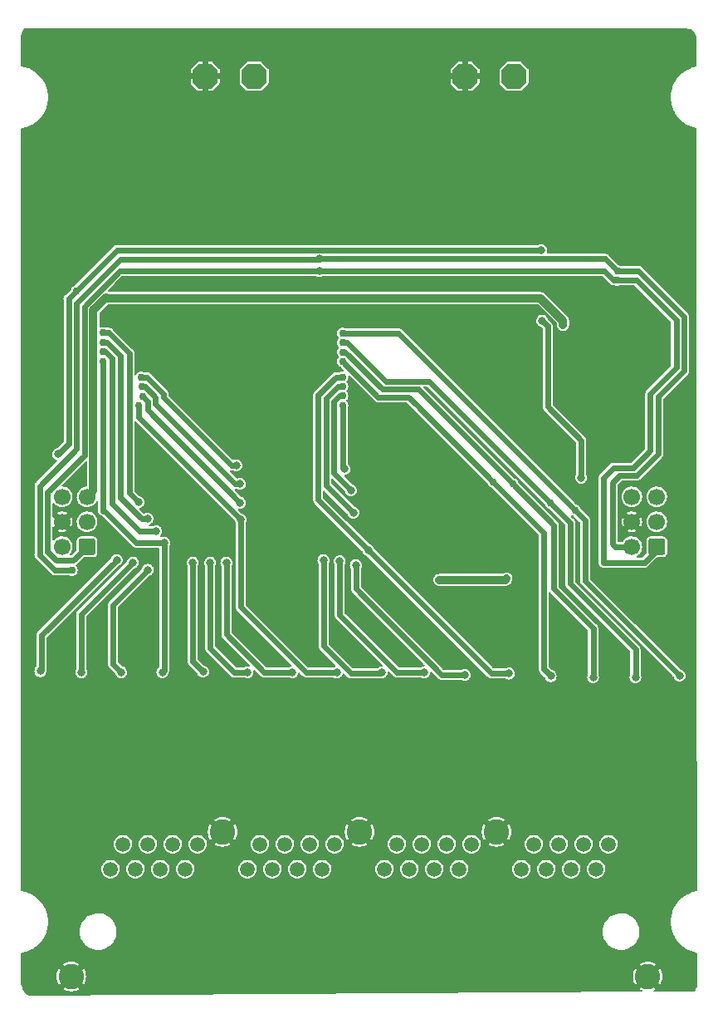
<source format=gbr>
G04 #@! TF.GenerationSoftware,KiCad,Pcbnew,6.0.11+dfsg-1*
G04 #@! TF.CreationDate,2023-11-01T17:04:38+00:00*
G04 #@! TF.ProjectId,Modular-I2C-4PxRJ45-Relay-Driver,4d6f6475-6c61-4722-9d49-32432d345078,rev?*
G04 #@! TF.SameCoordinates,Original*
G04 #@! TF.FileFunction,Copper,L2,Bot*
G04 #@! TF.FilePolarity,Positive*
%FSLAX46Y46*%
G04 Gerber Fmt 4.6, Leading zero omitted, Abs format (unit mm)*
G04 Created by KiCad (PCBNEW 6.0.11+dfsg-1) date 2023-11-01 17:04:38*
%MOMM*%
%LPD*%
G01*
G04 APERTURE LIST*
G04 #@! TA.AperFunction,ComponentPad*
%ADD10C,1.700000*%
G04 #@! TD*
G04 #@! TA.AperFunction,ComponentPad*
%ADD11C,1.500000*%
G04 #@! TD*
G04 #@! TA.AperFunction,ComponentPad*
%ADD12C,2.600000*%
G04 #@! TD*
G04 #@! TA.AperFunction,ViaPad*
%ADD13C,0.800000*%
G04 #@! TD*
G04 #@! TA.AperFunction,ViaPad*
%ADD14C,0.756400*%
G04 #@! TD*
G04 #@! TA.AperFunction,Conductor*
%ADD15C,0.609600*%
G04 #@! TD*
G04 #@! TA.AperFunction,Conductor*
%ADD16C,0.812800*%
G04 #@! TD*
G04 APERTURE END LIST*
G04 #@! TA.AperFunction,ComponentPad*
G36*
G01*
X180768995Y-73231501D02*
X180768995Y-74431501D01*
G75*
G02*
X180518995Y-74681501I-250000J0D01*
G01*
X179318995Y-74681501D01*
G75*
G02*
X179068995Y-74431501I0J250000D01*
G01*
X179068995Y-73231501D01*
G75*
G02*
X179318995Y-72981501I250000J0D01*
G01*
X180518995Y-72981501D01*
G75*
G02*
X180768995Y-73231501I0J-250000D01*
G01*
G37*
G04 #@! TD.AperFunction*
D10*
X177378995Y-73831501D03*
X179918995Y-71291501D03*
X177378995Y-71291501D03*
X179918995Y-68751501D03*
X177378995Y-68751501D03*
G04 #@! TA.AperFunction,ComponentPad*
G36*
X166639000Y-26538500D02*
G01*
X166004000Y-27173500D01*
X164734000Y-27173500D01*
X164099000Y-26538500D01*
X164099000Y-25268500D01*
X164734000Y-24633500D01*
X166004000Y-24633500D01*
X166639000Y-25268500D01*
X166639000Y-26538500D01*
G37*
G04 #@! TD.AperFunction*
G04 #@! TA.AperFunction,ComponentPad*
G36*
X161639000Y-26538500D02*
G01*
X161004000Y-27173500D01*
X159734000Y-27173500D01*
X159099000Y-26538500D01*
X159099000Y-25268500D01*
X159734000Y-24633500D01*
X161004000Y-24633500D01*
X161639000Y-25268500D01*
X161639000Y-26538500D01*
G37*
G04 #@! TD.AperFunction*
G04 #@! TA.AperFunction,ComponentPad*
G36*
G01*
X122669010Y-73231501D02*
X122669010Y-74431501D01*
G75*
G02*
X122419010Y-74681501I-250000J0D01*
G01*
X121219010Y-74681501D01*
G75*
G02*
X120969010Y-74431501I0J250000D01*
G01*
X120969010Y-73231501D01*
G75*
G02*
X121219010Y-72981501I250000J0D01*
G01*
X122419010Y-72981501D01*
G75*
G02*
X122669010Y-73231501I0J-250000D01*
G01*
G37*
G04 #@! TD.AperFunction*
X119279010Y-73831501D03*
X121819010Y-71291501D03*
X119279010Y-71291501D03*
X121819010Y-68751501D03*
X119279010Y-68751501D03*
G04 #@! TA.AperFunction,ComponentPad*
G36*
X140139000Y-26538500D02*
G01*
X139504000Y-27173500D01*
X138234000Y-27173500D01*
X137599000Y-26538500D01*
X137599000Y-25268500D01*
X138234000Y-24633500D01*
X139504000Y-24633500D01*
X140139000Y-25268500D01*
X140139000Y-26538500D01*
G37*
G04 #@! TD.AperFunction*
G04 #@! TA.AperFunction,ComponentPad*
G36*
X135139000Y-26538500D02*
G01*
X134504000Y-27173500D01*
X133234000Y-27173500D01*
X132599000Y-26538500D01*
X132599000Y-25268500D01*
X133234000Y-24633500D01*
X134504000Y-24633500D01*
X135139000Y-25268500D01*
X135139000Y-26538500D01*
G37*
G04 #@! TD.AperFunction*
D11*
X124206000Y-106692500D03*
X125476000Y-104152500D03*
X126746000Y-106692500D03*
X128016000Y-104152500D03*
X129286000Y-106692500D03*
X130556000Y-104152500D03*
X131826000Y-106692500D03*
X133096000Y-104152500D03*
X138176000Y-106692500D03*
X139446000Y-104152500D03*
X140716000Y-106692500D03*
X141986000Y-104152500D03*
X143256000Y-106692500D03*
X144526000Y-104152500D03*
X145796000Y-106692500D03*
X147066000Y-104152500D03*
X152146000Y-106692500D03*
X153416000Y-104152500D03*
X154686000Y-106692500D03*
X155956000Y-104152500D03*
X157226000Y-106692500D03*
X158496000Y-104152500D03*
X159766000Y-106692500D03*
X161036000Y-104152500D03*
X166116000Y-106692500D03*
X167386000Y-104152500D03*
X168656000Y-106692500D03*
X169926000Y-104152500D03*
X171196000Y-106692500D03*
X172466000Y-104152500D03*
X173736000Y-106692500D03*
X175006000Y-104152500D03*
D12*
X163576000Y-102882500D03*
X179006000Y-117612500D03*
X120206000Y-117612500D03*
X149606000Y-102882500D03*
X135636000Y-102882500D03*
D13*
X151914304Y-87760113D03*
X165603964Y-88894138D03*
X182499000Y-57907500D03*
X182499000Y-90297000D03*
D14*
X154869000Y-42503500D03*
D13*
X121403200Y-87630000D03*
X125603000Y-90170000D03*
D14*
X179169000Y-40203500D03*
D13*
X182372000Y-64638500D03*
X129667000Y-90297000D03*
X140208000Y-47123500D03*
X171369000Y-24253500D03*
X129659266Y-87757376D03*
X151079000Y-50033500D03*
D14*
X146569000Y-32303500D03*
D13*
X147574000Y-90297000D03*
X120619000Y-26503500D03*
X147392500Y-87757000D03*
X143129000Y-90297000D03*
X183007000Y-88900000D03*
X135619000Y-50003500D03*
X125361849Y-87759027D03*
X174387500Y-89027000D03*
X124589000Y-49943500D03*
X140208000Y-49906500D03*
X129119000Y-26503500D03*
X161290000Y-89027000D03*
X133676500Y-87757000D03*
X169291000Y-90297000D03*
X135619000Y-47239500D03*
D14*
X152669000Y-32103500D03*
D13*
X170053000Y-89027000D03*
D14*
X121569000Y-41103500D03*
D13*
X117221000Y-90424000D03*
X154899000Y-47013500D03*
X152146000Y-90297000D03*
X169799000Y-36190500D03*
X160655000Y-90297000D03*
X165549000Y-46873500D03*
D14*
X116840000Y-64431500D03*
D13*
X156366500Y-87757000D03*
X133858000Y-90297000D03*
X138303000Y-87757000D03*
X120523000Y-69972500D03*
X173736000Y-90297000D03*
X142875000Y-87757000D03*
X164846000Y-90170000D03*
X121412000Y-90297000D03*
X167513000Y-59050500D03*
X151879000Y-42333500D03*
X178705500Y-89027000D03*
X156591000Y-90297000D03*
X138430000Y-90297000D03*
D14*
X127369000Y-37903500D03*
D13*
X177369000Y-24253500D03*
X171958000Y-47493500D03*
X154049000Y-49643500D03*
X178689000Y-70099500D03*
X178054000Y-90297000D03*
X116459000Y-89027000D03*
X167513000Y-52954500D03*
X145504000Y-45753500D03*
D14*
X175869000Y-46703500D03*
D13*
X164592000Y-77084500D03*
X157734000Y-77211500D03*
X145542000Y-44513500D03*
D14*
X120269000Y-76231500D03*
X175890071Y-45726527D03*
D13*
X172212000Y-66797500D03*
X118869000Y-64401500D03*
X168225721Y-50795500D03*
X168148000Y-43609200D03*
D14*
X120759000Y-47733500D03*
D13*
X137033000Y-65527500D03*
D14*
X127343903Y-56547597D03*
D13*
X132588000Y-75433500D03*
X133643813Y-86565387D03*
X134366000Y-75433500D03*
X138177213Y-86612787D03*
D14*
X127381000Y-57503500D03*
D13*
X137414000Y-67432500D03*
X142750288Y-86611712D03*
X136017000Y-75433500D03*
D14*
X127469000Y-58503500D03*
D13*
X137414000Y-69337500D03*
X147296313Y-86628887D03*
X137477500Y-71052000D03*
D14*
X127099097Y-59459403D03*
X163260750Y-67244250D03*
X147869000Y-54959403D03*
D13*
X169112000Y-87004738D03*
D14*
X147869000Y-54003500D03*
X165227000Y-67437000D03*
D13*
X173430000Y-87131738D03*
D14*
X169102750Y-69403250D03*
D13*
X177748000Y-87131738D03*
D14*
X147869000Y-53047597D03*
X171579250Y-70101750D03*
D13*
X182245000Y-86946800D03*
D14*
X147869000Y-52091694D03*
D13*
X124841000Y-75179500D03*
D14*
X123461903Y-52047597D03*
D13*
X117042000Y-86496738D03*
X127063500Y-69274000D03*
D14*
X123439972Y-53003248D03*
D13*
X121233000Y-86623738D03*
X127967800Y-70988500D03*
X126492000Y-75433500D03*
D14*
X123433820Y-53989500D03*
D13*
X128016000Y-76180200D03*
X128872100Y-72258500D03*
X125297000Y-86609500D03*
X129488000Y-86623738D03*
D14*
X123433820Y-54959403D03*
D13*
X129681700Y-73401500D03*
D14*
X147869000Y-59429403D03*
D13*
X148082000Y-65908500D03*
X151880213Y-86625787D03*
X145923000Y-75179500D03*
X148717000Y-68067500D03*
X156213613Y-86610387D03*
X147574000Y-75306500D03*
D14*
X147869000Y-58473500D03*
D13*
X148971000Y-70353500D03*
D14*
X147869000Y-57517597D03*
D13*
X149225000Y-75687500D03*
X160349000Y-86877738D03*
X150495000Y-74163500D03*
X164830140Y-86748714D03*
D14*
X147869000Y-56561694D03*
D13*
X123894911Y-48509411D03*
X170369000Y-51241500D03*
X146304089Y-48509411D03*
D15*
X179269000Y-58230806D02*
X179269000Y-64058500D01*
X121539000Y-49367768D02*
X121539000Y-64531500D01*
X118669000Y-75231500D02*
X120419000Y-75231500D01*
X125153268Y-45753500D02*
X121539000Y-49367768D01*
X181896360Y-55603446D02*
X179269000Y-58230806D01*
X145504000Y-45753500D02*
X174559000Y-45753500D01*
X178689000Y-75433500D02*
X179918995Y-74203505D01*
X179269000Y-64058500D02*
X177546000Y-65781500D01*
X177546000Y-65781500D02*
X175514000Y-65781500D01*
X174498000Y-75433500D02*
X178689000Y-75433500D01*
X117769000Y-74331500D02*
X118669000Y-75231500D01*
X179918995Y-74203505D02*
X179918995Y-73831501D01*
X175514000Y-65781500D02*
X174498000Y-66797500D01*
X145504000Y-45753500D02*
X125153268Y-45753500D01*
X174498000Y-66797500D02*
X174498000Y-75433500D01*
X174559000Y-45753500D02*
X175509000Y-46703500D01*
X177849863Y-46703500D02*
X181896360Y-50749997D01*
X121539000Y-64531500D02*
X117769000Y-68301500D01*
X181896360Y-50749997D02*
X181896360Y-55603446D01*
X175509000Y-46703500D02*
X175869000Y-46703500D01*
X175869000Y-46703500D02*
X177849863Y-46703500D01*
X120419000Y-75231500D02*
X121819000Y-73831500D01*
X117769000Y-68301500D02*
X117769000Y-74331500D01*
D16*
X164465000Y-77211500D02*
X164592000Y-77084500D01*
X157734000Y-77211500D02*
X164465000Y-77211500D01*
D15*
X125199000Y-44563500D02*
X120729880Y-49032620D01*
X175690001Y-73831501D02*
X177378995Y-73831501D01*
X116959880Y-74666648D02*
X116959880Y-67640620D01*
X174677044Y-44513500D02*
X175890071Y-45726527D01*
X182705480Y-50414849D02*
X182705479Y-55938595D01*
X177881347Y-66591100D02*
X176101400Y-66591100D01*
X176101400Y-66591100D02*
X175387000Y-67305500D01*
X175890071Y-45726527D02*
X178017158Y-45726527D01*
X175387000Y-67305500D02*
X175387000Y-73528500D01*
X118524732Y-76231500D02*
X116959880Y-74666648D01*
X145542000Y-44513500D02*
X145492000Y-44563500D01*
X116959880Y-67640620D02*
X120729880Y-63870620D01*
X145542000Y-44513500D02*
X174677044Y-44513500D01*
X180078600Y-64393848D02*
X177881347Y-66591100D01*
X120269000Y-76231500D02*
X118524732Y-76231500D01*
X120729880Y-49032620D02*
X120729880Y-63876500D01*
X178017158Y-45726527D02*
X182705480Y-50414849D01*
X145492000Y-44563500D02*
X125199000Y-44563500D01*
X175387000Y-73528500D02*
X175690001Y-73831501D01*
X180078600Y-58565474D02*
X180078600Y-64393848D01*
X182705479Y-55938595D02*
X180078600Y-58565474D01*
X119920760Y-48571740D02*
X119920760Y-63349740D01*
X168783000Y-51352779D02*
X168225721Y-50795500D01*
X168148000Y-43609200D02*
X124883300Y-43609200D01*
X124883300Y-43609200D02*
X120759000Y-47733500D01*
X119920760Y-63349740D02*
X118869000Y-64401500D01*
X120759000Y-47733500D02*
X119920760Y-48571740D01*
X168783000Y-59558500D02*
X168783000Y-51352779D01*
X172212000Y-62987500D02*
X168783000Y-59558500D01*
X172212000Y-66797500D02*
X172212000Y-62987500D01*
X136525000Y-65527500D02*
X137033000Y-65527500D01*
X132588000Y-85509574D02*
X132588000Y-75433500D01*
X133643813Y-86565387D02*
X132588000Y-85509574D01*
X129601297Y-58603797D02*
X136525000Y-65527500D01*
X127906796Y-56547597D02*
X129601297Y-58242098D01*
X129601297Y-58242098D02*
X129601297Y-58603797D01*
X127343903Y-56547597D02*
X127906796Y-56547597D01*
X136906000Y-67432500D02*
X137414000Y-67432500D01*
X138177213Y-86612787D02*
X136782287Y-86612787D01*
X136782287Y-86612787D02*
X134366000Y-84196500D01*
X127717751Y-57503500D02*
X128791697Y-58577446D01*
X134366000Y-84196500D02*
X134366000Y-75433500D01*
X128791697Y-58577446D02*
X128791697Y-59318197D01*
X128791697Y-59318197D02*
X136906000Y-67432500D01*
X127381000Y-57503500D02*
X127717751Y-57503500D01*
X136017000Y-82782438D02*
X136017000Y-75433500D01*
X127982097Y-59905597D02*
X137414000Y-69337500D01*
X127469000Y-58503500D02*
X127982097Y-59016597D01*
X142750288Y-86611712D02*
X139846274Y-86611712D01*
X127982097Y-59016597D02*
X127982097Y-59905597D01*
X139846274Y-86611712D02*
X136017000Y-82782438D01*
X127099097Y-60673597D02*
X137477500Y-71052000D01*
X144164387Y-86628887D02*
X137477500Y-79942000D01*
X127099097Y-59459403D02*
X127099097Y-60673597D01*
X137477500Y-79942000D02*
X137477500Y-71052000D01*
X147296313Y-86628887D02*
X144164387Y-86628887D01*
X147869000Y-54959403D02*
X151498502Y-58588905D01*
X154600905Y-58588905D02*
X155321000Y-59309000D01*
X168402000Y-72385500D02*
X168402000Y-86294738D01*
X155321000Y-59309000D02*
X155325500Y-59309000D01*
X168402000Y-86294738D02*
X169112000Y-87004738D01*
X163260750Y-67244250D02*
X168402000Y-72385500D01*
X155325500Y-59309000D02*
X163260750Y-67244250D01*
X151498502Y-58588905D02*
X154600905Y-58588905D01*
X169418000Y-71628000D02*
X169418000Y-78100500D01*
X155569305Y-57779305D02*
X165227000Y-67437000D01*
X165227000Y-67437000D02*
X169418000Y-71628000D01*
X173430000Y-82112500D02*
X173430000Y-87131738D01*
X169418000Y-78100500D02*
X173430000Y-82112500D01*
X151937653Y-57779305D02*
X155569305Y-57779305D01*
X147869000Y-54003500D02*
X148161848Y-54003500D01*
X148161848Y-54003500D02*
X151937653Y-57779305D01*
X147869000Y-53047597D02*
X148350892Y-53047597D01*
X177748000Y-84271500D02*
X177748000Y-87131738D01*
X152273000Y-56969705D02*
X156669205Y-56969705D01*
X171069000Y-77592500D02*
X177748000Y-84271500D01*
X156669205Y-56969705D02*
X169102750Y-69403250D01*
X148350892Y-53047597D02*
X152273000Y-56969705D01*
X171069000Y-71369500D02*
X171069000Y-77592500D01*
X169102750Y-69403250D02*
X171069000Y-71369500D01*
X172593000Y-77294800D02*
X172593000Y-71115500D01*
X153569194Y-52091694D02*
X147869000Y-52091694D01*
X171579250Y-70101750D02*
X153569194Y-52091694D01*
X172593000Y-71115500D02*
X171579250Y-70101750D01*
X182245000Y-86946800D02*
X172593000Y-77294800D01*
X126111000Y-54097937D02*
X124060660Y-52047597D01*
X117152700Y-82867800D02*
X117152700Y-86386038D01*
X126111000Y-68321500D02*
X126111000Y-54097937D01*
X124060660Y-52047597D02*
X123461903Y-52047597D01*
X127063500Y-69274000D02*
X126111000Y-68321500D01*
X124841000Y-75179500D02*
X117152700Y-82867800D01*
X117152700Y-86386038D02*
X117042000Y-86496738D01*
X121233000Y-80692500D02*
X121233000Y-86623738D01*
X127381000Y-70988500D02*
X125222000Y-68829500D01*
X126492000Y-75433500D02*
X121233000Y-80692500D01*
X125222000Y-68829500D02*
X125222000Y-54353884D01*
X127967800Y-70988500D02*
X127381000Y-70988500D01*
X125222000Y-54353884D02*
X123871364Y-53003248D01*
X123871364Y-53003248D02*
X123439972Y-53003248D01*
X124333000Y-54609832D02*
X123712668Y-53989500D01*
X127127000Y-72258500D02*
X124333000Y-69464500D01*
X128872100Y-72258500D02*
X127127000Y-72258500D01*
X128016000Y-76195500D02*
X124460000Y-79751500D01*
X123712668Y-53989500D02*
X123433820Y-53989500D01*
X124460000Y-79751500D02*
X124460000Y-85772500D01*
X128016000Y-76180200D02*
X128016000Y-76195500D01*
X124460000Y-85772500D02*
X125297000Y-86609500D01*
X124333000Y-69464500D02*
X124333000Y-54609832D01*
X123444000Y-54969583D02*
X123433820Y-54959403D01*
X129681700Y-73401500D02*
X129667000Y-73416200D01*
X126815000Y-73401500D02*
X123590600Y-70177100D01*
X123590600Y-70177100D02*
X123444000Y-70177100D01*
X129667000Y-86444738D02*
X129488000Y-86623738D01*
X123444000Y-70177100D02*
X123444000Y-54969583D01*
X129681700Y-73401500D02*
X126815000Y-73401500D01*
X129667000Y-73416200D02*
X129667000Y-86444738D01*
X145923000Y-83942500D02*
X145923000Y-75179500D01*
X148082000Y-65908500D02*
X147869000Y-65695500D01*
X151755262Y-86750738D02*
X148731238Y-86750738D01*
X147869000Y-65695500D02*
X147869000Y-59429403D01*
X151880213Y-86625787D02*
X151755262Y-86750738D01*
X148731238Y-86750738D02*
X145923000Y-83942500D01*
X146986489Y-59063854D02*
X147576843Y-58473500D01*
X147576843Y-58473500D02*
X147869000Y-58473500D01*
X148717000Y-68067500D02*
X146986489Y-66336989D01*
X147574000Y-80767500D02*
X147574000Y-75306500D01*
X146986489Y-66336989D02*
X146986489Y-59063854D01*
X156213613Y-86610387D02*
X153416887Y-86610387D01*
X153416887Y-86610387D02*
X147574000Y-80767500D01*
X147388478Y-57517597D02*
X147869000Y-57517597D01*
X149225000Y-75687500D02*
X149225000Y-78100500D01*
X158002238Y-86877738D02*
X160349000Y-86877738D01*
X149225000Y-78100500D02*
X158002238Y-86877738D01*
X146177369Y-67559869D02*
X146177369Y-58728706D01*
X146177369Y-58728706D02*
X147388478Y-57517597D01*
X148971000Y-70353500D02*
X146177369Y-67559869D01*
X147869000Y-56561694D02*
X147200113Y-56561694D01*
X145368250Y-58393557D02*
X145368250Y-69036750D01*
X164830140Y-86748714D02*
X163080214Y-86748714D01*
X163080214Y-86748714D02*
X150495000Y-74163500D01*
X147200113Y-56561694D02*
X145368250Y-58393557D01*
X145368250Y-69036750D02*
X150495000Y-74163500D01*
D16*
X122449720Y-49762780D02*
X123799000Y-48413500D01*
X170369000Y-50803500D02*
X168074911Y-48509411D01*
X121819010Y-68751501D02*
X122449720Y-68120791D01*
X170369000Y-51241500D02*
X170369000Y-50803500D01*
X122449720Y-68120791D02*
X122449720Y-49762780D01*
X123894911Y-48509411D02*
X146304089Y-48509411D01*
X146304089Y-48509411D02*
X168074911Y-48509411D01*
G04 #@! TA.AperFunction,Conductor*
G36*
X182988366Y-21045484D02*
G01*
X183168631Y-21063233D01*
X183187965Y-21067078D01*
X183356553Y-21118203D01*
X183374766Y-21125744D01*
X183530150Y-21208772D01*
X183546544Y-21219723D01*
X183682744Y-21331456D01*
X183696685Y-21345390D01*
X183808487Y-21481552D01*
X183819440Y-21497935D01*
X183902531Y-21653275D01*
X183910082Y-21671487D01*
X183961283Y-21840058D01*
X183965136Y-21859393D01*
X183982964Y-22039638D01*
X183983453Y-22049496D01*
X183984677Y-24828422D01*
X183965490Y-24887561D01*
X183915206Y-24924129D01*
X183902076Y-24927443D01*
X183888011Y-24930000D01*
X183823011Y-24945000D01*
X183802839Y-24950043D01*
X183763397Y-24959903D01*
X183763326Y-24959921D01*
X183763011Y-24960000D01*
X183668011Y-24985000D01*
X183667089Y-24985281D01*
X183667070Y-24985286D01*
X183553375Y-25019889D01*
X183553350Y-25019897D01*
X183553011Y-25020000D01*
X183413011Y-25065000D01*
X183263011Y-25130000D01*
X183262583Y-25130197D01*
X183262562Y-25130206D01*
X183079967Y-25214101D01*
X183079961Y-25214104D01*
X183078011Y-25215000D01*
X183050652Y-25230528D01*
X182893886Y-25319503D01*
X182893872Y-25319512D01*
X182893011Y-25320000D01*
X182892177Y-25320518D01*
X182892168Y-25320523D01*
X182749396Y-25409140D01*
X182749388Y-25409145D01*
X182748011Y-25410000D01*
X182746688Y-25410945D01*
X182616004Y-25504291D01*
X182608011Y-25510000D01*
X182523011Y-25580000D01*
X182378011Y-25705000D01*
X182238011Y-25840000D01*
X182123011Y-25965000D01*
X181978011Y-26145000D01*
X181976828Y-26146752D01*
X181976824Y-26146758D01*
X181876189Y-26295848D01*
X181843011Y-26345000D01*
X181842174Y-26346435D01*
X181784678Y-26445000D01*
X181773011Y-26465000D01*
X181698011Y-26600000D01*
X181613011Y-26780000D01*
X181543011Y-26960000D01*
X181503011Y-27070000D01*
X181502594Y-27071390D01*
X181502592Y-27071396D01*
X181483832Y-27133931D01*
X181473011Y-27170000D01*
X181443011Y-27280000D01*
X181442711Y-27281423D01*
X181442709Y-27281433D01*
X181423535Y-27372512D01*
X181403011Y-27470000D01*
X181388011Y-27575000D01*
X181387955Y-27575465D01*
X181387952Y-27575485D01*
X181368098Y-27739278D01*
X181368095Y-27739311D01*
X181368011Y-27740000D01*
X181358011Y-27850000D01*
X181353011Y-28025000D01*
X181353011Y-28125000D01*
X181353116Y-28126621D01*
X181353116Y-28126634D01*
X181359785Y-28230000D01*
X181363011Y-28280000D01*
X181373011Y-28410000D01*
X181398011Y-28580000D01*
X181398354Y-28581602D01*
X181398355Y-28581606D01*
X181404783Y-28611601D01*
X181428011Y-28720000D01*
X181453011Y-28835000D01*
X181483011Y-28945000D01*
X181483347Y-28946045D01*
X181483354Y-28946069D01*
X181503455Y-29008604D01*
X181528011Y-29085000D01*
X181568011Y-29195000D01*
X181568761Y-29196673D01*
X181568763Y-29196678D01*
X181633011Y-29340000D01*
X181676935Y-29437608D01*
X181678011Y-29440000D01*
X181733011Y-29545000D01*
X181783011Y-29635000D01*
X181823011Y-29700000D01*
X181843523Y-29733565D01*
X181877491Y-29789150D01*
X181877504Y-29789170D01*
X181878011Y-29790000D01*
X181928011Y-29865000D01*
X181968011Y-29920000D01*
X182018011Y-29985000D01*
X182078011Y-30060000D01*
X182158011Y-30155000D01*
X182158982Y-30156028D01*
X182158989Y-30156036D01*
X182242502Y-30244462D01*
X182242533Y-30244493D01*
X182243011Y-30245000D01*
X182348011Y-30350000D01*
X182418011Y-30415000D01*
X182518011Y-30500000D01*
X182518724Y-30500563D01*
X182518729Y-30500567D01*
X182606678Y-30570000D01*
X182613011Y-30575000D01*
X182613991Y-30575700D01*
X182614003Y-30575709D01*
X182682631Y-30624729D01*
X182682656Y-30624747D01*
X182683011Y-30625000D01*
X182778011Y-30690000D01*
X182873011Y-30750000D01*
X182873658Y-30750381D01*
X182873680Y-30750394D01*
X182957465Y-30799679D01*
X182958011Y-30800000D01*
X182958535Y-30800291D01*
X182958575Y-30800314D01*
X183024939Y-30837182D01*
X183048011Y-30850000D01*
X183128011Y-30890000D01*
X183263011Y-30955000D01*
X183265009Y-30955761D01*
X183265018Y-30955765D01*
X183365735Y-30994133D01*
X183370244Y-30995977D01*
X183448011Y-31030000D01*
X183450758Y-31030845D01*
X183450760Y-31030846D01*
X183511854Y-31049644D01*
X183514082Y-31050357D01*
X183616198Y-31084396D01*
X183616206Y-31084398D01*
X183618011Y-31085000D01*
X183748215Y-31117551D01*
X183876553Y-31149636D01*
X183876569Y-31149639D01*
X183878011Y-31150000D01*
X183905448Y-31155144D01*
X183960025Y-31184924D01*
X183986675Y-31241097D01*
X183987508Y-31253956D01*
X184010046Y-82419198D01*
X184021672Y-108812408D01*
X184021672Y-108812605D01*
X184002485Y-108871744D01*
X183952201Y-108908312D01*
X183939068Y-108911626D01*
X183894181Y-108919787D01*
X183894170Y-108919789D01*
X183893011Y-108920000D01*
X183828011Y-108935000D01*
X183807839Y-108940043D01*
X183768397Y-108949903D01*
X183768326Y-108949921D01*
X183768011Y-108950000D01*
X183673011Y-108975000D01*
X183672089Y-108975281D01*
X183672070Y-108975286D01*
X183558375Y-109009889D01*
X183558350Y-109009897D01*
X183558011Y-109010000D01*
X183418011Y-109055000D01*
X183268011Y-109120000D01*
X183267583Y-109120197D01*
X183267562Y-109120206D01*
X183084967Y-109204101D01*
X183084961Y-109204104D01*
X183083011Y-109205000D01*
X183081133Y-109206066D01*
X182898886Y-109309503D01*
X182898872Y-109309512D01*
X182898011Y-109310000D01*
X182897177Y-109310518D01*
X182897168Y-109310523D01*
X182754396Y-109399140D01*
X182754388Y-109399145D01*
X182753011Y-109400000D01*
X182751688Y-109400945D01*
X182682632Y-109450271D01*
X182613011Y-109500000D01*
X182528011Y-109570000D01*
X182383011Y-109695000D01*
X182243011Y-109830000D01*
X182128011Y-109955000D01*
X181983011Y-110135000D01*
X181981828Y-110136752D01*
X181981824Y-110136758D01*
X181874439Y-110295848D01*
X181848011Y-110335000D01*
X181847174Y-110336435D01*
X181786189Y-110440981D01*
X181778011Y-110455000D01*
X181703011Y-110590000D01*
X181618011Y-110770000D01*
X181548011Y-110950000D01*
X181547818Y-110950530D01*
X181547813Y-110950544D01*
X181533138Y-110990900D01*
X181508011Y-111060000D01*
X181507594Y-111061390D01*
X181507592Y-111061396D01*
X181487332Y-111128931D01*
X181478011Y-111160000D01*
X181448011Y-111270000D01*
X181447711Y-111271423D01*
X181447709Y-111271433D01*
X181415619Y-111423860D01*
X181408011Y-111460000D01*
X181393011Y-111565000D01*
X181392955Y-111565465D01*
X181392952Y-111565485D01*
X181373098Y-111729278D01*
X181373095Y-111729311D01*
X181373011Y-111730000D01*
X181363011Y-111840000D01*
X181358011Y-112015000D01*
X181358011Y-112115000D01*
X181358116Y-112116621D01*
X181358116Y-112116634D01*
X181364502Y-112215612D01*
X181368011Y-112270000D01*
X181368032Y-112270269D01*
X181368034Y-112270302D01*
X181369786Y-112293074D01*
X181378011Y-112400000D01*
X181403011Y-112570000D01*
X181433011Y-112710000D01*
X181458011Y-112825000D01*
X181488011Y-112935000D01*
X181488347Y-112936045D01*
X181488354Y-112936069D01*
X181508851Y-112999836D01*
X181533011Y-113075000D01*
X181573011Y-113185000D01*
X181573761Y-113186673D01*
X181573763Y-113186678D01*
X181638011Y-113330000D01*
X181651353Y-113359648D01*
X181683011Y-113430000D01*
X181738011Y-113535000D01*
X181738296Y-113535512D01*
X181738303Y-113535526D01*
X181768224Y-113589383D01*
X181788011Y-113625000D01*
X181828011Y-113690000D01*
X181852315Y-113729770D01*
X181882491Y-113779150D01*
X181882504Y-113779170D01*
X181883011Y-113780000D01*
X181933011Y-113855000D01*
X181933612Y-113855826D01*
X181933618Y-113855835D01*
X181945927Y-113872759D01*
X181973011Y-113910000D01*
X182023011Y-113975000D01*
X182023336Y-113975406D01*
X182072001Y-114036237D01*
X182083011Y-114050000D01*
X182163011Y-114145000D01*
X182163981Y-114146028D01*
X182163989Y-114146036D01*
X182247502Y-114234462D01*
X182247533Y-114234493D01*
X182248011Y-114235000D01*
X182353011Y-114340000D01*
X182423011Y-114405000D01*
X182423851Y-114405714D01*
X182479649Y-114453142D01*
X182523011Y-114490000D01*
X182523724Y-114490563D01*
X182523729Y-114490567D01*
X182616613Y-114563896D01*
X182618011Y-114565000D01*
X182618991Y-114565700D01*
X182619003Y-114565709D01*
X182687631Y-114614729D01*
X182687656Y-114614747D01*
X182688011Y-114615000D01*
X182783011Y-114680000D01*
X182878011Y-114740000D01*
X182878658Y-114740381D01*
X182878680Y-114740394D01*
X182962465Y-114789679D01*
X182963011Y-114790000D01*
X182963535Y-114790291D01*
X182963575Y-114790314D01*
X183029940Y-114827183D01*
X183053011Y-114840000D01*
X183133011Y-114880000D01*
X183268011Y-114945000D01*
X183270009Y-114945761D01*
X183270018Y-114945765D01*
X183370735Y-114984133D01*
X183375244Y-114985977D01*
X183453011Y-115020000D01*
X183455758Y-115020845D01*
X183455760Y-115020846D01*
X183516854Y-115039644D01*
X183519082Y-115040357D01*
X183621198Y-115074396D01*
X183621206Y-115074398D01*
X183623011Y-115075000D01*
X183782667Y-115114914D01*
X183881566Y-115139639D01*
X183881574Y-115139641D01*
X183883011Y-115140000D01*
X183884470Y-115140274D01*
X183884472Y-115140274D01*
X183942446Y-115151144D01*
X183997024Y-115180925D01*
X184023674Y-115237098D01*
X184024507Y-115249974D01*
X184026009Y-118661463D01*
X184020671Y-118693840D01*
X184009696Y-118726171D01*
X184004663Y-118738322D01*
X183906564Y-118937249D01*
X183899993Y-118948630D01*
X183818238Y-119070986D01*
X183802210Y-119094974D01*
X183753383Y-119133466D01*
X183719190Y-119139681D01*
X180965194Y-119156740D01*
X179693273Y-119164618D01*
X179634024Y-119145772D01*
X179597168Y-119095699D01*
X179596783Y-119033526D01*
X179633016Y-118983001D01*
X179654152Y-118971078D01*
X179686901Y-118957513D01*
X179693913Y-118953940D01*
X179818272Y-118877734D01*
X179826678Y-118867892D01*
X179822017Y-118859569D01*
X179017268Y-118054820D01*
X179005189Y-118048665D01*
X179000077Y-118049475D01*
X178191411Y-118858141D01*
X178185534Y-118869676D01*
X178192007Y-118876679D01*
X178318087Y-118953940D01*
X178325099Y-118957513D01*
X178378081Y-118979459D01*
X178425359Y-119019838D01*
X178439873Y-119080294D01*
X178416080Y-119137736D01*
X178363067Y-119170221D01*
X178340206Y-119172999D01*
X115919624Y-119559636D01*
X115863111Y-119542684D01*
X115759968Y-119473767D01*
X115749528Y-119465756D01*
X115582785Y-119319526D01*
X115573480Y-119310221D01*
X115427253Y-119143482D01*
X115419243Y-119133043D01*
X115296020Y-118948630D01*
X115289444Y-118937240D01*
X115256125Y-118869676D01*
X119385534Y-118869676D01*
X119392007Y-118876679D01*
X119518087Y-118953940D01*
X119525099Y-118957513D01*
X119736393Y-119045035D01*
X119743899Y-119047473D01*
X119966272Y-119100860D01*
X119974064Y-119102094D01*
X120202061Y-119120038D01*
X120209939Y-119120038D01*
X120437936Y-119102094D01*
X120445728Y-119100860D01*
X120668101Y-119047473D01*
X120675607Y-119045035D01*
X120886901Y-118957513D01*
X120893913Y-118953940D01*
X121018272Y-118877734D01*
X121026678Y-118867892D01*
X121022017Y-118859569D01*
X120217268Y-118054820D01*
X120205189Y-118048665D01*
X120200077Y-118049475D01*
X119391411Y-118858141D01*
X119385534Y-118869676D01*
X115256125Y-118869676D01*
X115191351Y-118738327D01*
X115186317Y-118726175D01*
X115115028Y-118516162D01*
X115111622Y-118503452D01*
X115091125Y-118400407D01*
X115089193Y-118380792D01*
X115089168Y-117616439D01*
X118698462Y-117616439D01*
X118716406Y-117844436D01*
X118717640Y-117852228D01*
X118771027Y-118074601D01*
X118773465Y-118082107D01*
X118860987Y-118293401D01*
X118864560Y-118300413D01*
X118940766Y-118424772D01*
X118950608Y-118433178D01*
X118958931Y-118428517D01*
X119763680Y-117623768D01*
X119769008Y-117613311D01*
X120642165Y-117613311D01*
X120642975Y-117618423D01*
X121451641Y-118427089D01*
X121463176Y-118432966D01*
X121470179Y-118426493D01*
X121547440Y-118300413D01*
X121551013Y-118293401D01*
X121638535Y-118082107D01*
X121640973Y-118074601D01*
X121694360Y-117852228D01*
X121695594Y-117844436D01*
X121713538Y-117616439D01*
X177498462Y-117616439D01*
X177516406Y-117844436D01*
X177517640Y-117852228D01*
X177571027Y-118074601D01*
X177573465Y-118082107D01*
X177660987Y-118293401D01*
X177664560Y-118300413D01*
X177740766Y-118424772D01*
X177750608Y-118433178D01*
X177758931Y-118428517D01*
X178563680Y-117623768D01*
X178569008Y-117613311D01*
X179442165Y-117613311D01*
X179442975Y-117618423D01*
X180251641Y-118427089D01*
X180263176Y-118432966D01*
X180270179Y-118426493D01*
X180347440Y-118300413D01*
X180351013Y-118293401D01*
X180438535Y-118082107D01*
X180440973Y-118074601D01*
X180494360Y-117852228D01*
X180495594Y-117844436D01*
X180513538Y-117616439D01*
X180513538Y-117608561D01*
X180495594Y-117380564D01*
X180494360Y-117372772D01*
X180440973Y-117150399D01*
X180438535Y-117142893D01*
X180351013Y-116931599D01*
X180347440Y-116924587D01*
X180271234Y-116800228D01*
X180261392Y-116791822D01*
X180253069Y-116796483D01*
X179448320Y-117601232D01*
X179442165Y-117613311D01*
X178569008Y-117613311D01*
X178569835Y-117611689D01*
X178569025Y-117606577D01*
X177760359Y-116797911D01*
X177748824Y-116792034D01*
X177741821Y-116798507D01*
X177664560Y-116924587D01*
X177660987Y-116931599D01*
X177573465Y-117142893D01*
X177571027Y-117150399D01*
X177517640Y-117372772D01*
X177516406Y-117380564D01*
X177498462Y-117608561D01*
X177498462Y-117616439D01*
X121713538Y-117616439D01*
X121713538Y-117608561D01*
X121695594Y-117380564D01*
X121694360Y-117372772D01*
X121640973Y-117150399D01*
X121638535Y-117142893D01*
X121551013Y-116931599D01*
X121547440Y-116924587D01*
X121471234Y-116800228D01*
X121461392Y-116791822D01*
X121453069Y-116796483D01*
X120648320Y-117601232D01*
X120642165Y-117613311D01*
X119769008Y-117613311D01*
X119769835Y-117611689D01*
X119769025Y-117606577D01*
X118960359Y-116797911D01*
X118948824Y-116792034D01*
X118941821Y-116798507D01*
X118864560Y-116924587D01*
X118860987Y-116931599D01*
X118773465Y-117142893D01*
X118771027Y-117150399D01*
X118717640Y-117372772D01*
X118716406Y-117380564D01*
X118698462Y-117608561D01*
X118698462Y-117616439D01*
X115089168Y-117616439D01*
X115089127Y-116357108D01*
X119385322Y-116357108D01*
X119389983Y-116365431D01*
X120194732Y-117170180D01*
X120206811Y-117176335D01*
X120211923Y-117175525D01*
X121020589Y-116366859D01*
X121025557Y-116357108D01*
X178185322Y-116357108D01*
X178189983Y-116365431D01*
X178994732Y-117170180D01*
X179006811Y-117176335D01*
X179011923Y-117175525D01*
X179820589Y-116366859D01*
X179826466Y-116355324D01*
X179819993Y-116348321D01*
X179693913Y-116271060D01*
X179686901Y-116267487D01*
X179475607Y-116179965D01*
X179468101Y-116177527D01*
X179245728Y-116124140D01*
X179237936Y-116122906D01*
X179009939Y-116104962D01*
X179002061Y-116104962D01*
X178774064Y-116122906D01*
X178766272Y-116124140D01*
X178543899Y-116177527D01*
X178536393Y-116179965D01*
X178325099Y-116267487D01*
X178318087Y-116271060D01*
X178193728Y-116347266D01*
X178185322Y-116357108D01*
X121025557Y-116357108D01*
X121026466Y-116355324D01*
X121019993Y-116348321D01*
X120893913Y-116271060D01*
X120886901Y-116267487D01*
X120675607Y-116179965D01*
X120668101Y-116177527D01*
X120445728Y-116124140D01*
X120437936Y-116122906D01*
X120209939Y-116104962D01*
X120202061Y-116104962D01*
X119974064Y-116122906D01*
X119966272Y-116124140D01*
X119743899Y-116177527D01*
X119736393Y-116179965D01*
X119525099Y-116267487D01*
X119518087Y-116271060D01*
X119393728Y-116347266D01*
X119385322Y-116357108D01*
X115089127Y-116357108D01*
X115089121Y-116179965D01*
X115089091Y-115267544D01*
X115108302Y-115208412D01*
X115158601Y-115171866D01*
X115173152Y-115168310D01*
X115192664Y-115165058D01*
X115192684Y-115165055D01*
X115193011Y-115165000D01*
X115269219Y-115151144D01*
X115301841Y-115145213D01*
X115301852Y-115145211D01*
X115303011Y-115145000D01*
X115368011Y-115130000D01*
X115388183Y-115124957D01*
X115427625Y-115115097D01*
X115427696Y-115115079D01*
X115428011Y-115115000D01*
X115523011Y-115090000D01*
X115523933Y-115089719D01*
X115523952Y-115089714D01*
X115637647Y-115055111D01*
X115637672Y-115055103D01*
X115638011Y-115055000D01*
X115778011Y-115010000D01*
X115928011Y-114945000D01*
X115928439Y-114944803D01*
X115928460Y-114944794D01*
X116111055Y-114860899D01*
X116111061Y-114860896D01*
X116113011Y-114860000D01*
X116235791Y-114790314D01*
X116297136Y-114755497D01*
X116297150Y-114755488D01*
X116298011Y-114755000D01*
X116298854Y-114754477D01*
X116441626Y-114665860D01*
X116441634Y-114665855D01*
X116443011Y-114665000D01*
X116513011Y-114615000D01*
X116581607Y-114566003D01*
X116581610Y-114566001D01*
X116583011Y-114565000D01*
X116668011Y-114495000D01*
X116813011Y-114370000D01*
X116953011Y-114235000D01*
X117068011Y-114110000D01*
X117213011Y-113930000D01*
X117226511Y-113910000D01*
X117347084Y-113731374D01*
X117347090Y-113731364D01*
X117348011Y-113730000D01*
X117409261Y-113625000D01*
X117417722Y-113610496D01*
X117417735Y-113610473D01*
X117418011Y-113610000D01*
X117493011Y-113475000D01*
X117578011Y-113295000D01*
X117648011Y-113115000D01*
X117658861Y-113085164D01*
X121055967Y-113085164D01*
X121056313Y-113088790D01*
X121056313Y-113088793D01*
X121065492Y-113185000D01*
X121081818Y-113356111D01*
X121082682Y-113359641D01*
X121082683Y-113359648D01*
X121126502Y-113538718D01*
X121146511Y-113620489D01*
X121248690Y-113872759D01*
X121250528Y-113875899D01*
X121250530Y-113875902D01*
X121281177Y-113928242D01*
X121386217Y-114107637D01*
X121556209Y-114320201D01*
X121558871Y-114322687D01*
X121558874Y-114322691D01*
X121610500Y-114370917D01*
X121755105Y-114505999D01*
X121758095Y-114508074D01*
X121758096Y-114508074D01*
X121916291Y-114617818D01*
X121978739Y-114661140D01*
X121986498Y-114665000D01*
X122219161Y-114780749D01*
X122219165Y-114780751D01*
X122222426Y-114782373D01*
X122225882Y-114783506D01*
X122225887Y-114783508D01*
X122477595Y-114866022D01*
X122477602Y-114866024D01*
X122481062Y-114867158D01*
X122484656Y-114867782D01*
X122484660Y-114867783D01*
X122667525Y-114899533D01*
X122749228Y-114913719D01*
X122793291Y-114915913D01*
X122833990Y-114917939D01*
X122834003Y-114917939D01*
X122835222Y-114918000D01*
X123005144Y-114918000D01*
X123006958Y-114917868D01*
X123006968Y-114917868D01*
X123203827Y-114903584D01*
X123203828Y-114903584D01*
X123207464Y-114903320D01*
X123211022Y-114902534D01*
X123211025Y-114902534D01*
X123469678Y-114845429D01*
X123469680Y-114845428D01*
X123473242Y-114844642D01*
X123727765Y-114748212D01*
X123965702Y-114616050D01*
X124124847Y-114494594D01*
X124179162Y-114453142D01*
X124179164Y-114453141D01*
X124182068Y-114450924D01*
X124372331Y-114256294D01*
X124374477Y-114253346D01*
X124374481Y-114253341D01*
X124530354Y-114039193D01*
X124532506Y-114036237D01*
X124659236Y-113795363D01*
X124664368Y-113780831D01*
X124748655Y-113542151D01*
X124748656Y-113542147D01*
X124749867Y-113538718D01*
X124802500Y-113271677D01*
X124811785Y-113085164D01*
X174395967Y-113085164D01*
X174396313Y-113088790D01*
X174396313Y-113088793D01*
X174405492Y-113185000D01*
X174421818Y-113356111D01*
X174422682Y-113359641D01*
X174422683Y-113359648D01*
X174466502Y-113538718D01*
X174486511Y-113620489D01*
X174588690Y-113872759D01*
X174590528Y-113875899D01*
X174590530Y-113875902D01*
X174621177Y-113928242D01*
X174726217Y-114107637D01*
X174896209Y-114320201D01*
X174898871Y-114322687D01*
X174898874Y-114322691D01*
X174950500Y-114370917D01*
X175095105Y-114505999D01*
X175098095Y-114508074D01*
X175098096Y-114508074D01*
X175256291Y-114617818D01*
X175318739Y-114661140D01*
X175326498Y-114665000D01*
X175559161Y-114780749D01*
X175559165Y-114780751D01*
X175562426Y-114782373D01*
X175565882Y-114783506D01*
X175565887Y-114783508D01*
X175817595Y-114866022D01*
X175817602Y-114866024D01*
X175821062Y-114867158D01*
X175824656Y-114867782D01*
X175824660Y-114867783D01*
X176007525Y-114899533D01*
X176089228Y-114913719D01*
X176133291Y-114915913D01*
X176173990Y-114917939D01*
X176174003Y-114917939D01*
X176175222Y-114918000D01*
X176345144Y-114918000D01*
X176346958Y-114917868D01*
X176346968Y-114917868D01*
X176543827Y-114903584D01*
X176543828Y-114903584D01*
X176547464Y-114903320D01*
X176551022Y-114902534D01*
X176551025Y-114902534D01*
X176809678Y-114845429D01*
X176809680Y-114845428D01*
X176813242Y-114844642D01*
X177067765Y-114748212D01*
X177305702Y-114616050D01*
X177464847Y-114494594D01*
X177519162Y-114453142D01*
X177519164Y-114453141D01*
X177522068Y-114450924D01*
X177712331Y-114256294D01*
X177714477Y-114253346D01*
X177714481Y-114253341D01*
X177870354Y-114039193D01*
X177872506Y-114036237D01*
X177999236Y-113795363D01*
X178004368Y-113780831D01*
X178088655Y-113542151D01*
X178088656Y-113542147D01*
X178089867Y-113538718D01*
X178142500Y-113271677D01*
X178156033Y-112999836D01*
X178130182Y-112728889D01*
X178100259Y-112606601D01*
X178066355Y-112468050D01*
X178065489Y-112464511D01*
X177963310Y-112212241D01*
X177825783Y-111977363D01*
X177680227Y-111795355D01*
X177658068Y-111767646D01*
X177658067Y-111767644D01*
X177655791Y-111764799D01*
X177653129Y-111762313D01*
X177653126Y-111762309D01*
X177518652Y-111636691D01*
X177456895Y-111579001D01*
X177436024Y-111564522D01*
X177236254Y-111425936D01*
X177236251Y-111425934D01*
X177233261Y-111423860D01*
X177112351Y-111363708D01*
X176992839Y-111304251D01*
X176992835Y-111304249D01*
X176989574Y-111302627D01*
X176986118Y-111301494D01*
X176986113Y-111301492D01*
X176734405Y-111218978D01*
X176734398Y-111218976D01*
X176730938Y-111217842D01*
X176727344Y-111217218D01*
X176727340Y-111217217D01*
X176544475Y-111185467D01*
X176462772Y-111171281D01*
X176418709Y-111169087D01*
X176378010Y-111167061D01*
X176377997Y-111167061D01*
X176376778Y-111167000D01*
X176206856Y-111167000D01*
X176205042Y-111167132D01*
X176205032Y-111167132D01*
X176008173Y-111181416D01*
X176008172Y-111181416D01*
X176004536Y-111181680D01*
X176000978Y-111182466D01*
X176000975Y-111182466D01*
X175742322Y-111239571D01*
X175742320Y-111239572D01*
X175738758Y-111240358D01*
X175484235Y-111336788D01*
X175246298Y-111468950D01*
X175029932Y-111634076D01*
X174999702Y-111665000D01*
X174872272Y-111795355D01*
X174839669Y-111828706D01*
X174837523Y-111831654D01*
X174837519Y-111831659D01*
X174752571Y-111948366D01*
X174679494Y-112048763D01*
X174552764Y-112289637D01*
X174551551Y-112293071D01*
X174551550Y-112293074D01*
X174489760Y-112468050D01*
X174462133Y-112546282D01*
X174409500Y-112813323D01*
X174395967Y-113085164D01*
X124811785Y-113085164D01*
X124816033Y-112999836D01*
X124790182Y-112728889D01*
X124760259Y-112606601D01*
X124726355Y-112468050D01*
X124725489Y-112464511D01*
X124623310Y-112212241D01*
X124485783Y-111977363D01*
X124340227Y-111795355D01*
X124318068Y-111767646D01*
X124318067Y-111767644D01*
X124315791Y-111764799D01*
X124313129Y-111762313D01*
X124313126Y-111762309D01*
X124178652Y-111636691D01*
X124116895Y-111579001D01*
X124096024Y-111564522D01*
X123896254Y-111425936D01*
X123896251Y-111425934D01*
X123893261Y-111423860D01*
X123772351Y-111363708D01*
X123652839Y-111304251D01*
X123652835Y-111304249D01*
X123649574Y-111302627D01*
X123646118Y-111301494D01*
X123646113Y-111301492D01*
X123394405Y-111218978D01*
X123394398Y-111218976D01*
X123390938Y-111217842D01*
X123387344Y-111217218D01*
X123387340Y-111217217D01*
X123204475Y-111185467D01*
X123122772Y-111171281D01*
X123078709Y-111169087D01*
X123038010Y-111167061D01*
X123037997Y-111167061D01*
X123036778Y-111167000D01*
X122866856Y-111167000D01*
X122865042Y-111167132D01*
X122865032Y-111167132D01*
X122668173Y-111181416D01*
X122668172Y-111181416D01*
X122664536Y-111181680D01*
X122660978Y-111182466D01*
X122660975Y-111182466D01*
X122402322Y-111239571D01*
X122402320Y-111239572D01*
X122398758Y-111240358D01*
X122144235Y-111336788D01*
X121906298Y-111468950D01*
X121689932Y-111634076D01*
X121659702Y-111665000D01*
X121532272Y-111795355D01*
X121499669Y-111828706D01*
X121497523Y-111831654D01*
X121497519Y-111831659D01*
X121412571Y-111948366D01*
X121339494Y-112048763D01*
X121212764Y-112289637D01*
X121211551Y-112293071D01*
X121211550Y-112293074D01*
X121149760Y-112468050D01*
X121122133Y-112546282D01*
X121069500Y-112813323D01*
X121055967Y-113085164D01*
X117658861Y-113085164D01*
X117687513Y-113006369D01*
X117688011Y-113005000D01*
X117690649Y-112996207D01*
X117717828Y-112905611D01*
X117717834Y-112905590D01*
X117718011Y-112905000D01*
X117748011Y-112795000D01*
X117788011Y-112605000D01*
X117803011Y-112500000D01*
X117814924Y-112401718D01*
X117822924Y-112335722D01*
X117822927Y-112335689D01*
X117823011Y-112335000D01*
X117833011Y-112225000D01*
X117838011Y-112050000D01*
X117838011Y-111950000D01*
X117828011Y-111795000D01*
X117818011Y-111665000D01*
X117793011Y-111495000D01*
X117785858Y-111461617D01*
X117763011Y-111355000D01*
X117738287Y-111241270D01*
X117738011Y-111240000D01*
X117708011Y-111130000D01*
X117707675Y-111128955D01*
X117707668Y-111128931D01*
X117663300Y-110990900D01*
X117663011Y-110990000D01*
X117623011Y-110880000D01*
X117557907Y-110734768D01*
X117513623Y-110636359D01*
X117513617Y-110636347D01*
X117513011Y-110635000D01*
X117458011Y-110530000D01*
X117408011Y-110440000D01*
X117368011Y-110375000D01*
X117342727Y-110333626D01*
X117313531Y-110285850D01*
X117313518Y-110285830D01*
X117313011Y-110285000D01*
X117263011Y-110210000D01*
X117223011Y-110155000D01*
X117173011Y-110090000D01*
X117113011Y-110015000D01*
X117033011Y-109920000D01*
X117032033Y-109918964D01*
X116948520Y-109830538D01*
X116948489Y-109830507D01*
X116948011Y-109830000D01*
X116843011Y-109725000D01*
X116773011Y-109660000D01*
X116673011Y-109575000D01*
X116666175Y-109569603D01*
X116578983Y-109500767D01*
X116578973Y-109500760D01*
X116578011Y-109500000D01*
X116577031Y-109499300D01*
X116577019Y-109499291D01*
X116508391Y-109450271D01*
X116508366Y-109450253D01*
X116508011Y-109450000D01*
X116413011Y-109385000D01*
X116318011Y-109325000D01*
X116317364Y-109324619D01*
X116317342Y-109324606D01*
X116233557Y-109275321D01*
X116233546Y-109275315D01*
X116233011Y-109275000D01*
X116232487Y-109274709D01*
X116232447Y-109274686D01*
X116143961Y-109225528D01*
X116143011Y-109225000D01*
X116063011Y-109185000D01*
X115928011Y-109120000D01*
X115926013Y-109119239D01*
X115926004Y-109119235D01*
X115825287Y-109080867D01*
X115820778Y-109079023D01*
X115765868Y-109055000D01*
X115743011Y-109045000D01*
X115740264Y-109044155D01*
X115740262Y-109044154D01*
X115679168Y-109025356D01*
X115676940Y-109024643D01*
X115574824Y-108990604D01*
X115574816Y-108990602D01*
X115573011Y-108990000D01*
X115412623Y-108949903D01*
X115314469Y-108925364D01*
X115314453Y-108925361D01*
X115313011Y-108925000D01*
X115170941Y-108898362D01*
X115116363Y-108868581D01*
X115089713Y-108812408D01*
X115088880Y-108799488D01*
X115088811Y-106679120D01*
X123247778Y-106679120D01*
X123263429Y-106865494D01*
X123314981Y-107045279D01*
X123400472Y-107211627D01*
X123516646Y-107358202D01*
X123659077Y-107479420D01*
X123822340Y-107570664D01*
X123827021Y-107572185D01*
X123995537Y-107626940D01*
X123995540Y-107626941D01*
X124000216Y-107628460D01*
X124005098Y-107629042D01*
X124005102Y-107629043D01*
X124181041Y-107650022D01*
X124181042Y-107650022D01*
X124185931Y-107650605D01*
X124372410Y-107636256D01*
X124377150Y-107634932D01*
X124377153Y-107634932D01*
X124547808Y-107587284D01*
X124552550Y-107585960D01*
X124719491Y-107501632D01*
X124866873Y-107386485D01*
X124989082Y-107244904D01*
X125081464Y-107082282D01*
X125140500Y-106904813D01*
X125163941Y-106719258D01*
X125164315Y-106692500D01*
X125163003Y-106679120D01*
X125787778Y-106679120D01*
X125803429Y-106865494D01*
X125854981Y-107045279D01*
X125940472Y-107211627D01*
X126056646Y-107358202D01*
X126199077Y-107479420D01*
X126362340Y-107570664D01*
X126367021Y-107572185D01*
X126535537Y-107626940D01*
X126535540Y-107626941D01*
X126540216Y-107628460D01*
X126545098Y-107629042D01*
X126545102Y-107629043D01*
X126721041Y-107650022D01*
X126721042Y-107650022D01*
X126725931Y-107650605D01*
X126912410Y-107636256D01*
X126917150Y-107634932D01*
X126917153Y-107634932D01*
X127087808Y-107587284D01*
X127092550Y-107585960D01*
X127259491Y-107501632D01*
X127406873Y-107386485D01*
X127529082Y-107244904D01*
X127621464Y-107082282D01*
X127680500Y-106904813D01*
X127703941Y-106719258D01*
X127704315Y-106692500D01*
X127703003Y-106679120D01*
X128327778Y-106679120D01*
X128343429Y-106865494D01*
X128394981Y-107045279D01*
X128480472Y-107211627D01*
X128596646Y-107358202D01*
X128739077Y-107479420D01*
X128902340Y-107570664D01*
X128907021Y-107572185D01*
X129075537Y-107626940D01*
X129075540Y-107626941D01*
X129080216Y-107628460D01*
X129085098Y-107629042D01*
X129085102Y-107629043D01*
X129261041Y-107650022D01*
X129261042Y-107650022D01*
X129265931Y-107650605D01*
X129452410Y-107636256D01*
X129457150Y-107634932D01*
X129457153Y-107634932D01*
X129627808Y-107587284D01*
X129632550Y-107585960D01*
X129799491Y-107501632D01*
X129946873Y-107386485D01*
X130069082Y-107244904D01*
X130161464Y-107082282D01*
X130220500Y-106904813D01*
X130243941Y-106719258D01*
X130244315Y-106692500D01*
X130243003Y-106679120D01*
X130867778Y-106679120D01*
X130883429Y-106865494D01*
X130934981Y-107045279D01*
X131020472Y-107211627D01*
X131136646Y-107358202D01*
X131279077Y-107479420D01*
X131442340Y-107570664D01*
X131447021Y-107572185D01*
X131615537Y-107626940D01*
X131615540Y-107626941D01*
X131620216Y-107628460D01*
X131625098Y-107629042D01*
X131625102Y-107629043D01*
X131801041Y-107650022D01*
X131801042Y-107650022D01*
X131805931Y-107650605D01*
X131992410Y-107636256D01*
X131997150Y-107634932D01*
X131997153Y-107634932D01*
X132167808Y-107587284D01*
X132172550Y-107585960D01*
X132339491Y-107501632D01*
X132486873Y-107386485D01*
X132609082Y-107244904D01*
X132701464Y-107082282D01*
X132760500Y-106904813D01*
X132783941Y-106719258D01*
X132784315Y-106692500D01*
X132783003Y-106679120D01*
X137217778Y-106679120D01*
X137233429Y-106865494D01*
X137284981Y-107045279D01*
X137370472Y-107211627D01*
X137486646Y-107358202D01*
X137629077Y-107479420D01*
X137792340Y-107570664D01*
X137797021Y-107572185D01*
X137965537Y-107626940D01*
X137965540Y-107626941D01*
X137970216Y-107628460D01*
X137975098Y-107629042D01*
X137975102Y-107629043D01*
X138151041Y-107650022D01*
X138151042Y-107650022D01*
X138155931Y-107650605D01*
X138342410Y-107636256D01*
X138347150Y-107634932D01*
X138347153Y-107634932D01*
X138517808Y-107587284D01*
X138522550Y-107585960D01*
X138689491Y-107501632D01*
X138836873Y-107386485D01*
X138959082Y-107244904D01*
X139051464Y-107082282D01*
X139110500Y-106904813D01*
X139133941Y-106719258D01*
X139134315Y-106692500D01*
X139133003Y-106679120D01*
X139757778Y-106679120D01*
X139773429Y-106865494D01*
X139824981Y-107045279D01*
X139910472Y-107211627D01*
X140026646Y-107358202D01*
X140169077Y-107479420D01*
X140332340Y-107570664D01*
X140337021Y-107572185D01*
X140505537Y-107626940D01*
X140505540Y-107626941D01*
X140510216Y-107628460D01*
X140515098Y-107629042D01*
X140515102Y-107629043D01*
X140691041Y-107650022D01*
X140691042Y-107650022D01*
X140695931Y-107650605D01*
X140882410Y-107636256D01*
X140887150Y-107634932D01*
X140887153Y-107634932D01*
X141057808Y-107587284D01*
X141062550Y-107585960D01*
X141229491Y-107501632D01*
X141376873Y-107386485D01*
X141499082Y-107244904D01*
X141591464Y-107082282D01*
X141650500Y-106904813D01*
X141673941Y-106719258D01*
X141674315Y-106692500D01*
X141673003Y-106679120D01*
X142297778Y-106679120D01*
X142313429Y-106865494D01*
X142364981Y-107045279D01*
X142450472Y-107211627D01*
X142566646Y-107358202D01*
X142709077Y-107479420D01*
X142872340Y-107570664D01*
X142877021Y-107572185D01*
X143045537Y-107626940D01*
X143045540Y-107626941D01*
X143050216Y-107628460D01*
X143055098Y-107629042D01*
X143055102Y-107629043D01*
X143231041Y-107650022D01*
X143231042Y-107650022D01*
X143235931Y-107650605D01*
X143422410Y-107636256D01*
X143427150Y-107634932D01*
X143427153Y-107634932D01*
X143597808Y-107587284D01*
X143602550Y-107585960D01*
X143769491Y-107501632D01*
X143916873Y-107386485D01*
X144039082Y-107244904D01*
X144131464Y-107082282D01*
X144190500Y-106904813D01*
X144213941Y-106719258D01*
X144214315Y-106692500D01*
X144213003Y-106679120D01*
X144837778Y-106679120D01*
X144853429Y-106865494D01*
X144904981Y-107045279D01*
X144990472Y-107211627D01*
X145106646Y-107358202D01*
X145249077Y-107479420D01*
X145412340Y-107570664D01*
X145417021Y-107572185D01*
X145585537Y-107626940D01*
X145585540Y-107626941D01*
X145590216Y-107628460D01*
X145595098Y-107629042D01*
X145595102Y-107629043D01*
X145771041Y-107650022D01*
X145771042Y-107650022D01*
X145775931Y-107650605D01*
X145962410Y-107636256D01*
X145967150Y-107634932D01*
X145967153Y-107634932D01*
X146137808Y-107587284D01*
X146142550Y-107585960D01*
X146309491Y-107501632D01*
X146456873Y-107386485D01*
X146579082Y-107244904D01*
X146671464Y-107082282D01*
X146730500Y-106904813D01*
X146753941Y-106719258D01*
X146754315Y-106692500D01*
X146753003Y-106679120D01*
X151187778Y-106679120D01*
X151203429Y-106865494D01*
X151254981Y-107045279D01*
X151340472Y-107211627D01*
X151456646Y-107358202D01*
X151599077Y-107479420D01*
X151762340Y-107570664D01*
X151767021Y-107572185D01*
X151935537Y-107626940D01*
X151935540Y-107626941D01*
X151940216Y-107628460D01*
X151945098Y-107629042D01*
X151945102Y-107629043D01*
X152121041Y-107650022D01*
X152121042Y-107650022D01*
X152125931Y-107650605D01*
X152312410Y-107636256D01*
X152317150Y-107634932D01*
X152317153Y-107634932D01*
X152487808Y-107587284D01*
X152492550Y-107585960D01*
X152659491Y-107501632D01*
X152806873Y-107386485D01*
X152929082Y-107244904D01*
X153021464Y-107082282D01*
X153080500Y-106904813D01*
X153103941Y-106719258D01*
X153104315Y-106692500D01*
X153103003Y-106679120D01*
X153727778Y-106679120D01*
X153743429Y-106865494D01*
X153794981Y-107045279D01*
X153880472Y-107211627D01*
X153996646Y-107358202D01*
X154139077Y-107479420D01*
X154302340Y-107570664D01*
X154307021Y-107572185D01*
X154475537Y-107626940D01*
X154475540Y-107626941D01*
X154480216Y-107628460D01*
X154485098Y-107629042D01*
X154485102Y-107629043D01*
X154661041Y-107650022D01*
X154661042Y-107650022D01*
X154665931Y-107650605D01*
X154852410Y-107636256D01*
X154857150Y-107634932D01*
X154857153Y-107634932D01*
X155027808Y-107587284D01*
X155032550Y-107585960D01*
X155199491Y-107501632D01*
X155346873Y-107386485D01*
X155469082Y-107244904D01*
X155561464Y-107082282D01*
X155620500Y-106904813D01*
X155643941Y-106719258D01*
X155644315Y-106692500D01*
X155643003Y-106679120D01*
X156267778Y-106679120D01*
X156283429Y-106865494D01*
X156334981Y-107045279D01*
X156420472Y-107211627D01*
X156536646Y-107358202D01*
X156679077Y-107479420D01*
X156842340Y-107570664D01*
X156847021Y-107572185D01*
X157015537Y-107626940D01*
X157015540Y-107626941D01*
X157020216Y-107628460D01*
X157025098Y-107629042D01*
X157025102Y-107629043D01*
X157201041Y-107650022D01*
X157201042Y-107650022D01*
X157205931Y-107650605D01*
X157392410Y-107636256D01*
X157397150Y-107634932D01*
X157397153Y-107634932D01*
X157567808Y-107587284D01*
X157572550Y-107585960D01*
X157739491Y-107501632D01*
X157886873Y-107386485D01*
X158009082Y-107244904D01*
X158101464Y-107082282D01*
X158160500Y-106904813D01*
X158183941Y-106719258D01*
X158184315Y-106692500D01*
X158183003Y-106679120D01*
X158807778Y-106679120D01*
X158823429Y-106865494D01*
X158874981Y-107045279D01*
X158960472Y-107211627D01*
X159076646Y-107358202D01*
X159219077Y-107479420D01*
X159382340Y-107570664D01*
X159387021Y-107572185D01*
X159555537Y-107626940D01*
X159555540Y-107626941D01*
X159560216Y-107628460D01*
X159565098Y-107629042D01*
X159565102Y-107629043D01*
X159741041Y-107650022D01*
X159741042Y-107650022D01*
X159745931Y-107650605D01*
X159932410Y-107636256D01*
X159937150Y-107634932D01*
X159937153Y-107634932D01*
X160107808Y-107587284D01*
X160112550Y-107585960D01*
X160279491Y-107501632D01*
X160426873Y-107386485D01*
X160549082Y-107244904D01*
X160641464Y-107082282D01*
X160700500Y-106904813D01*
X160723941Y-106719258D01*
X160724315Y-106692500D01*
X160723003Y-106679120D01*
X165157778Y-106679120D01*
X165173429Y-106865494D01*
X165224981Y-107045279D01*
X165310472Y-107211627D01*
X165426646Y-107358202D01*
X165569077Y-107479420D01*
X165732340Y-107570664D01*
X165737021Y-107572185D01*
X165905537Y-107626940D01*
X165905540Y-107626941D01*
X165910216Y-107628460D01*
X165915098Y-107629042D01*
X165915102Y-107629043D01*
X166091041Y-107650022D01*
X166091042Y-107650022D01*
X166095931Y-107650605D01*
X166282410Y-107636256D01*
X166287150Y-107634932D01*
X166287153Y-107634932D01*
X166457808Y-107587284D01*
X166462550Y-107585960D01*
X166629491Y-107501632D01*
X166776873Y-107386485D01*
X166899082Y-107244904D01*
X166991464Y-107082282D01*
X167050500Y-106904813D01*
X167073941Y-106719258D01*
X167074315Y-106692500D01*
X167073003Y-106679120D01*
X167697778Y-106679120D01*
X167713429Y-106865494D01*
X167764981Y-107045279D01*
X167850472Y-107211627D01*
X167966646Y-107358202D01*
X168109077Y-107479420D01*
X168272340Y-107570664D01*
X168277021Y-107572185D01*
X168445537Y-107626940D01*
X168445540Y-107626941D01*
X168450216Y-107628460D01*
X168455098Y-107629042D01*
X168455102Y-107629043D01*
X168631041Y-107650022D01*
X168631042Y-107650022D01*
X168635931Y-107650605D01*
X168822410Y-107636256D01*
X168827150Y-107634932D01*
X168827153Y-107634932D01*
X168997808Y-107587284D01*
X169002550Y-107585960D01*
X169169491Y-107501632D01*
X169316873Y-107386485D01*
X169439082Y-107244904D01*
X169531464Y-107082282D01*
X169590500Y-106904813D01*
X169613941Y-106719258D01*
X169614315Y-106692500D01*
X169613003Y-106679120D01*
X170237778Y-106679120D01*
X170253429Y-106865494D01*
X170304981Y-107045279D01*
X170390472Y-107211627D01*
X170506646Y-107358202D01*
X170649077Y-107479420D01*
X170812340Y-107570664D01*
X170817021Y-107572185D01*
X170985537Y-107626940D01*
X170985540Y-107626941D01*
X170990216Y-107628460D01*
X170995098Y-107629042D01*
X170995102Y-107629043D01*
X171171041Y-107650022D01*
X171171042Y-107650022D01*
X171175931Y-107650605D01*
X171362410Y-107636256D01*
X171367150Y-107634932D01*
X171367153Y-107634932D01*
X171537808Y-107587284D01*
X171542550Y-107585960D01*
X171709491Y-107501632D01*
X171856873Y-107386485D01*
X171979082Y-107244904D01*
X172071464Y-107082282D01*
X172130500Y-106904813D01*
X172153941Y-106719258D01*
X172154315Y-106692500D01*
X172153003Y-106679120D01*
X172777778Y-106679120D01*
X172793429Y-106865494D01*
X172844981Y-107045279D01*
X172930472Y-107211627D01*
X173046646Y-107358202D01*
X173189077Y-107479420D01*
X173352340Y-107570664D01*
X173357021Y-107572185D01*
X173525537Y-107626940D01*
X173525540Y-107626941D01*
X173530216Y-107628460D01*
X173535098Y-107629042D01*
X173535102Y-107629043D01*
X173711041Y-107650022D01*
X173711042Y-107650022D01*
X173715931Y-107650605D01*
X173902410Y-107636256D01*
X173907150Y-107634932D01*
X173907153Y-107634932D01*
X174077808Y-107587284D01*
X174082550Y-107585960D01*
X174249491Y-107501632D01*
X174396873Y-107386485D01*
X174519082Y-107244904D01*
X174611464Y-107082282D01*
X174670500Y-106904813D01*
X174693941Y-106719258D01*
X174694315Y-106692500D01*
X174676064Y-106506362D01*
X174674642Y-106501652D01*
X174674641Y-106501647D01*
X174623430Y-106332030D01*
X174623428Y-106332026D01*
X174622006Y-106327315D01*
X174534201Y-106162177D01*
X174415992Y-106017238D01*
X174409161Y-106011587D01*
X174275671Y-105901154D01*
X174275666Y-105901151D01*
X174271883Y-105898021D01*
X174107362Y-105809065D01*
X174102664Y-105807611D01*
X174102660Y-105807609D01*
X173933393Y-105755212D01*
X173928696Y-105753758D01*
X173742690Y-105734208D01*
X173737789Y-105734654D01*
X173737786Y-105734654D01*
X173561329Y-105750713D01*
X173561327Y-105750713D01*
X173556430Y-105751159D01*
X173377009Y-105803966D01*
X173211262Y-105890616D01*
X173065502Y-106007810D01*
X173062336Y-106011583D01*
X173062332Y-106011587D01*
X172948446Y-106147312D01*
X172945281Y-106151084D01*
X172942912Y-106155392D01*
X172942910Y-106155396D01*
X172936794Y-106166522D01*
X172855179Y-106314980D01*
X172798626Y-106493255D01*
X172798078Y-106498142D01*
X172798077Y-106498146D01*
X172796606Y-106511261D01*
X172777778Y-106679120D01*
X172153003Y-106679120D01*
X172136064Y-106506362D01*
X172134642Y-106501652D01*
X172134641Y-106501647D01*
X172083430Y-106332030D01*
X172083428Y-106332026D01*
X172082006Y-106327315D01*
X171994201Y-106162177D01*
X171875992Y-106017238D01*
X171869161Y-106011587D01*
X171735671Y-105901154D01*
X171735666Y-105901151D01*
X171731883Y-105898021D01*
X171567362Y-105809065D01*
X171562664Y-105807611D01*
X171562660Y-105807609D01*
X171393393Y-105755212D01*
X171388696Y-105753758D01*
X171202690Y-105734208D01*
X171197789Y-105734654D01*
X171197786Y-105734654D01*
X171021329Y-105750713D01*
X171021327Y-105750713D01*
X171016430Y-105751159D01*
X170837009Y-105803966D01*
X170671262Y-105890616D01*
X170525502Y-106007810D01*
X170522336Y-106011583D01*
X170522332Y-106011587D01*
X170408446Y-106147312D01*
X170405281Y-106151084D01*
X170402912Y-106155392D01*
X170402910Y-106155396D01*
X170396794Y-106166522D01*
X170315179Y-106314980D01*
X170258626Y-106493255D01*
X170258078Y-106498142D01*
X170258077Y-106498146D01*
X170256606Y-106511261D01*
X170237778Y-106679120D01*
X169613003Y-106679120D01*
X169596064Y-106506362D01*
X169594642Y-106501652D01*
X169594641Y-106501647D01*
X169543430Y-106332030D01*
X169543428Y-106332026D01*
X169542006Y-106327315D01*
X169454201Y-106162177D01*
X169335992Y-106017238D01*
X169329161Y-106011587D01*
X169195671Y-105901154D01*
X169195666Y-105901151D01*
X169191883Y-105898021D01*
X169027362Y-105809065D01*
X169022664Y-105807611D01*
X169022660Y-105807609D01*
X168853393Y-105755212D01*
X168848696Y-105753758D01*
X168662690Y-105734208D01*
X168657789Y-105734654D01*
X168657786Y-105734654D01*
X168481329Y-105750713D01*
X168481327Y-105750713D01*
X168476430Y-105751159D01*
X168297009Y-105803966D01*
X168131262Y-105890616D01*
X167985502Y-106007810D01*
X167982336Y-106011583D01*
X167982332Y-106011587D01*
X167868446Y-106147312D01*
X167865281Y-106151084D01*
X167862912Y-106155392D01*
X167862910Y-106155396D01*
X167856794Y-106166522D01*
X167775179Y-106314980D01*
X167718626Y-106493255D01*
X167718078Y-106498142D01*
X167718077Y-106498146D01*
X167716606Y-106511261D01*
X167697778Y-106679120D01*
X167073003Y-106679120D01*
X167056064Y-106506362D01*
X167054642Y-106501652D01*
X167054641Y-106501647D01*
X167003430Y-106332030D01*
X167003428Y-106332026D01*
X167002006Y-106327315D01*
X166914201Y-106162177D01*
X166795992Y-106017238D01*
X166789161Y-106011587D01*
X166655671Y-105901154D01*
X166655666Y-105901151D01*
X166651883Y-105898021D01*
X166487362Y-105809065D01*
X166482664Y-105807611D01*
X166482660Y-105807609D01*
X166313393Y-105755212D01*
X166308696Y-105753758D01*
X166122690Y-105734208D01*
X166117789Y-105734654D01*
X166117786Y-105734654D01*
X165941329Y-105750713D01*
X165941327Y-105750713D01*
X165936430Y-105751159D01*
X165757009Y-105803966D01*
X165591262Y-105890616D01*
X165445502Y-106007810D01*
X165442336Y-106011583D01*
X165442332Y-106011587D01*
X165328446Y-106147312D01*
X165325281Y-106151084D01*
X165322912Y-106155392D01*
X165322910Y-106155396D01*
X165316794Y-106166522D01*
X165235179Y-106314980D01*
X165178626Y-106493255D01*
X165178078Y-106498142D01*
X165178077Y-106498146D01*
X165176606Y-106511261D01*
X165157778Y-106679120D01*
X160723003Y-106679120D01*
X160706064Y-106506362D01*
X160704642Y-106501652D01*
X160704641Y-106501647D01*
X160653430Y-106332030D01*
X160653428Y-106332026D01*
X160652006Y-106327315D01*
X160564201Y-106162177D01*
X160445992Y-106017238D01*
X160439161Y-106011587D01*
X160305671Y-105901154D01*
X160305666Y-105901151D01*
X160301883Y-105898021D01*
X160137362Y-105809065D01*
X160132664Y-105807611D01*
X160132660Y-105807609D01*
X159963393Y-105755212D01*
X159958696Y-105753758D01*
X159772690Y-105734208D01*
X159767789Y-105734654D01*
X159767786Y-105734654D01*
X159591329Y-105750713D01*
X159591327Y-105750713D01*
X159586430Y-105751159D01*
X159407009Y-105803966D01*
X159241262Y-105890616D01*
X159095502Y-106007810D01*
X159092336Y-106011583D01*
X159092332Y-106011587D01*
X158978446Y-106147312D01*
X158975281Y-106151084D01*
X158972912Y-106155392D01*
X158972910Y-106155396D01*
X158966794Y-106166522D01*
X158885179Y-106314980D01*
X158828626Y-106493255D01*
X158828078Y-106498142D01*
X158828077Y-106498146D01*
X158826606Y-106511261D01*
X158807778Y-106679120D01*
X158183003Y-106679120D01*
X158166064Y-106506362D01*
X158164642Y-106501652D01*
X158164641Y-106501647D01*
X158113430Y-106332030D01*
X158113428Y-106332026D01*
X158112006Y-106327315D01*
X158024201Y-106162177D01*
X157905992Y-106017238D01*
X157899161Y-106011587D01*
X157765671Y-105901154D01*
X157765666Y-105901151D01*
X157761883Y-105898021D01*
X157597362Y-105809065D01*
X157592664Y-105807611D01*
X157592660Y-105807609D01*
X157423393Y-105755212D01*
X157418696Y-105753758D01*
X157232690Y-105734208D01*
X157227789Y-105734654D01*
X157227786Y-105734654D01*
X157051329Y-105750713D01*
X157051327Y-105750713D01*
X157046430Y-105751159D01*
X156867009Y-105803966D01*
X156701262Y-105890616D01*
X156555502Y-106007810D01*
X156552336Y-106011583D01*
X156552332Y-106011587D01*
X156438446Y-106147312D01*
X156435281Y-106151084D01*
X156432912Y-106155392D01*
X156432910Y-106155396D01*
X156426794Y-106166522D01*
X156345179Y-106314980D01*
X156288626Y-106493255D01*
X156288078Y-106498142D01*
X156288077Y-106498146D01*
X156286606Y-106511261D01*
X156267778Y-106679120D01*
X155643003Y-106679120D01*
X155626064Y-106506362D01*
X155624642Y-106501652D01*
X155624641Y-106501647D01*
X155573430Y-106332030D01*
X155573428Y-106332026D01*
X155572006Y-106327315D01*
X155484201Y-106162177D01*
X155365992Y-106017238D01*
X155359161Y-106011587D01*
X155225671Y-105901154D01*
X155225666Y-105901151D01*
X155221883Y-105898021D01*
X155057362Y-105809065D01*
X155052664Y-105807611D01*
X155052660Y-105807609D01*
X154883393Y-105755212D01*
X154878696Y-105753758D01*
X154692690Y-105734208D01*
X154687789Y-105734654D01*
X154687786Y-105734654D01*
X154511329Y-105750713D01*
X154511327Y-105750713D01*
X154506430Y-105751159D01*
X154327009Y-105803966D01*
X154161262Y-105890616D01*
X154015502Y-106007810D01*
X154012336Y-106011583D01*
X154012332Y-106011587D01*
X153898446Y-106147312D01*
X153895281Y-106151084D01*
X153892912Y-106155392D01*
X153892910Y-106155396D01*
X153886794Y-106166522D01*
X153805179Y-106314980D01*
X153748626Y-106493255D01*
X153748078Y-106498142D01*
X153748077Y-106498146D01*
X153746606Y-106511261D01*
X153727778Y-106679120D01*
X153103003Y-106679120D01*
X153086064Y-106506362D01*
X153084642Y-106501652D01*
X153084641Y-106501647D01*
X153033430Y-106332030D01*
X153033428Y-106332026D01*
X153032006Y-106327315D01*
X152944201Y-106162177D01*
X152825992Y-106017238D01*
X152819161Y-106011587D01*
X152685671Y-105901154D01*
X152685666Y-105901151D01*
X152681883Y-105898021D01*
X152517362Y-105809065D01*
X152512664Y-105807611D01*
X152512660Y-105807609D01*
X152343393Y-105755212D01*
X152338696Y-105753758D01*
X152152690Y-105734208D01*
X152147789Y-105734654D01*
X152147786Y-105734654D01*
X151971329Y-105750713D01*
X151971327Y-105750713D01*
X151966430Y-105751159D01*
X151787009Y-105803966D01*
X151621262Y-105890616D01*
X151475502Y-106007810D01*
X151472336Y-106011583D01*
X151472332Y-106011587D01*
X151358446Y-106147312D01*
X151355281Y-106151084D01*
X151352912Y-106155392D01*
X151352910Y-106155396D01*
X151346794Y-106166522D01*
X151265179Y-106314980D01*
X151208626Y-106493255D01*
X151208078Y-106498142D01*
X151208077Y-106498146D01*
X151206606Y-106511261D01*
X151187778Y-106679120D01*
X146753003Y-106679120D01*
X146736064Y-106506362D01*
X146734642Y-106501652D01*
X146734641Y-106501647D01*
X146683430Y-106332030D01*
X146683428Y-106332026D01*
X146682006Y-106327315D01*
X146594201Y-106162177D01*
X146475992Y-106017238D01*
X146469161Y-106011587D01*
X146335671Y-105901154D01*
X146335666Y-105901151D01*
X146331883Y-105898021D01*
X146167362Y-105809065D01*
X146162664Y-105807611D01*
X146162660Y-105807609D01*
X145993393Y-105755212D01*
X145988696Y-105753758D01*
X145802690Y-105734208D01*
X145797789Y-105734654D01*
X145797786Y-105734654D01*
X145621329Y-105750713D01*
X145621327Y-105750713D01*
X145616430Y-105751159D01*
X145437009Y-105803966D01*
X145271262Y-105890616D01*
X145125502Y-106007810D01*
X145122336Y-106011583D01*
X145122332Y-106011587D01*
X145008446Y-106147312D01*
X145005281Y-106151084D01*
X145002912Y-106155392D01*
X145002910Y-106155396D01*
X144996794Y-106166522D01*
X144915179Y-106314980D01*
X144858626Y-106493255D01*
X144858078Y-106498142D01*
X144858077Y-106498146D01*
X144856606Y-106511261D01*
X144837778Y-106679120D01*
X144213003Y-106679120D01*
X144196064Y-106506362D01*
X144194642Y-106501652D01*
X144194641Y-106501647D01*
X144143430Y-106332030D01*
X144143428Y-106332026D01*
X144142006Y-106327315D01*
X144054201Y-106162177D01*
X143935992Y-106017238D01*
X143929161Y-106011587D01*
X143795671Y-105901154D01*
X143795666Y-105901151D01*
X143791883Y-105898021D01*
X143627362Y-105809065D01*
X143622664Y-105807611D01*
X143622660Y-105807609D01*
X143453393Y-105755212D01*
X143448696Y-105753758D01*
X143262690Y-105734208D01*
X143257789Y-105734654D01*
X143257786Y-105734654D01*
X143081329Y-105750713D01*
X143081327Y-105750713D01*
X143076430Y-105751159D01*
X142897009Y-105803966D01*
X142731262Y-105890616D01*
X142585502Y-106007810D01*
X142582336Y-106011583D01*
X142582332Y-106011587D01*
X142468446Y-106147312D01*
X142465281Y-106151084D01*
X142462912Y-106155392D01*
X142462910Y-106155396D01*
X142456794Y-106166522D01*
X142375179Y-106314980D01*
X142318626Y-106493255D01*
X142318078Y-106498142D01*
X142318077Y-106498146D01*
X142316606Y-106511261D01*
X142297778Y-106679120D01*
X141673003Y-106679120D01*
X141656064Y-106506362D01*
X141654642Y-106501652D01*
X141654641Y-106501647D01*
X141603430Y-106332030D01*
X141603428Y-106332026D01*
X141602006Y-106327315D01*
X141514201Y-106162177D01*
X141395992Y-106017238D01*
X141389161Y-106011587D01*
X141255671Y-105901154D01*
X141255666Y-105901151D01*
X141251883Y-105898021D01*
X141087362Y-105809065D01*
X141082664Y-105807611D01*
X141082660Y-105807609D01*
X140913393Y-105755212D01*
X140908696Y-105753758D01*
X140722690Y-105734208D01*
X140717789Y-105734654D01*
X140717786Y-105734654D01*
X140541329Y-105750713D01*
X140541327Y-105750713D01*
X140536430Y-105751159D01*
X140357009Y-105803966D01*
X140191262Y-105890616D01*
X140045502Y-106007810D01*
X140042336Y-106011583D01*
X140042332Y-106011587D01*
X139928446Y-106147312D01*
X139925281Y-106151084D01*
X139922912Y-106155392D01*
X139922910Y-106155396D01*
X139916794Y-106166522D01*
X139835179Y-106314980D01*
X139778626Y-106493255D01*
X139778078Y-106498142D01*
X139778077Y-106498146D01*
X139776606Y-106511261D01*
X139757778Y-106679120D01*
X139133003Y-106679120D01*
X139116064Y-106506362D01*
X139114642Y-106501652D01*
X139114641Y-106501647D01*
X139063430Y-106332030D01*
X139063428Y-106332026D01*
X139062006Y-106327315D01*
X138974201Y-106162177D01*
X138855992Y-106017238D01*
X138849161Y-106011587D01*
X138715671Y-105901154D01*
X138715666Y-105901151D01*
X138711883Y-105898021D01*
X138547362Y-105809065D01*
X138542664Y-105807611D01*
X138542660Y-105807609D01*
X138373393Y-105755212D01*
X138368696Y-105753758D01*
X138182690Y-105734208D01*
X138177789Y-105734654D01*
X138177786Y-105734654D01*
X138001329Y-105750713D01*
X138001327Y-105750713D01*
X137996430Y-105751159D01*
X137817009Y-105803966D01*
X137651262Y-105890616D01*
X137505502Y-106007810D01*
X137502336Y-106011583D01*
X137502332Y-106011587D01*
X137388446Y-106147312D01*
X137385281Y-106151084D01*
X137382912Y-106155392D01*
X137382910Y-106155396D01*
X137376794Y-106166522D01*
X137295179Y-106314980D01*
X137238626Y-106493255D01*
X137238078Y-106498142D01*
X137238077Y-106498146D01*
X137236606Y-106511261D01*
X137217778Y-106679120D01*
X132783003Y-106679120D01*
X132766064Y-106506362D01*
X132764642Y-106501652D01*
X132764641Y-106501647D01*
X132713430Y-106332030D01*
X132713428Y-106332026D01*
X132712006Y-106327315D01*
X132624201Y-106162177D01*
X132505992Y-106017238D01*
X132499161Y-106011587D01*
X132365671Y-105901154D01*
X132365666Y-105901151D01*
X132361883Y-105898021D01*
X132197362Y-105809065D01*
X132192664Y-105807611D01*
X132192660Y-105807609D01*
X132023393Y-105755212D01*
X132018696Y-105753758D01*
X131832690Y-105734208D01*
X131827789Y-105734654D01*
X131827786Y-105734654D01*
X131651329Y-105750713D01*
X131651327Y-105750713D01*
X131646430Y-105751159D01*
X131467009Y-105803966D01*
X131301262Y-105890616D01*
X131155502Y-106007810D01*
X131152336Y-106011583D01*
X131152332Y-106011587D01*
X131038446Y-106147312D01*
X131035281Y-106151084D01*
X131032912Y-106155392D01*
X131032910Y-106155396D01*
X131026794Y-106166522D01*
X130945179Y-106314980D01*
X130888626Y-106493255D01*
X130888078Y-106498142D01*
X130888077Y-106498146D01*
X130886606Y-106511261D01*
X130867778Y-106679120D01*
X130243003Y-106679120D01*
X130226064Y-106506362D01*
X130224642Y-106501652D01*
X130224641Y-106501647D01*
X130173430Y-106332030D01*
X130173428Y-106332026D01*
X130172006Y-106327315D01*
X130084201Y-106162177D01*
X129965992Y-106017238D01*
X129959161Y-106011587D01*
X129825671Y-105901154D01*
X129825666Y-105901151D01*
X129821883Y-105898021D01*
X129657362Y-105809065D01*
X129652664Y-105807611D01*
X129652660Y-105807609D01*
X129483393Y-105755212D01*
X129478696Y-105753758D01*
X129292690Y-105734208D01*
X129287789Y-105734654D01*
X129287786Y-105734654D01*
X129111329Y-105750713D01*
X129111327Y-105750713D01*
X129106430Y-105751159D01*
X128927009Y-105803966D01*
X128761262Y-105890616D01*
X128615502Y-106007810D01*
X128612336Y-106011583D01*
X128612332Y-106011587D01*
X128498446Y-106147312D01*
X128495281Y-106151084D01*
X128492912Y-106155392D01*
X128492910Y-106155396D01*
X128486794Y-106166522D01*
X128405179Y-106314980D01*
X128348626Y-106493255D01*
X128348078Y-106498142D01*
X128348077Y-106498146D01*
X128346606Y-106511261D01*
X128327778Y-106679120D01*
X127703003Y-106679120D01*
X127686064Y-106506362D01*
X127684642Y-106501652D01*
X127684641Y-106501647D01*
X127633430Y-106332030D01*
X127633428Y-106332026D01*
X127632006Y-106327315D01*
X127544201Y-106162177D01*
X127425992Y-106017238D01*
X127419161Y-106011587D01*
X127285671Y-105901154D01*
X127285666Y-105901151D01*
X127281883Y-105898021D01*
X127117362Y-105809065D01*
X127112664Y-105807611D01*
X127112660Y-105807609D01*
X126943393Y-105755212D01*
X126938696Y-105753758D01*
X126752690Y-105734208D01*
X126747789Y-105734654D01*
X126747786Y-105734654D01*
X126571329Y-105750713D01*
X126571327Y-105750713D01*
X126566430Y-105751159D01*
X126387009Y-105803966D01*
X126221262Y-105890616D01*
X126075502Y-106007810D01*
X126072336Y-106011583D01*
X126072332Y-106011587D01*
X125958446Y-106147312D01*
X125955281Y-106151084D01*
X125952912Y-106155392D01*
X125952910Y-106155396D01*
X125946794Y-106166522D01*
X125865179Y-106314980D01*
X125808626Y-106493255D01*
X125808078Y-106498142D01*
X125808077Y-106498146D01*
X125806606Y-106511261D01*
X125787778Y-106679120D01*
X125163003Y-106679120D01*
X125146064Y-106506362D01*
X125144642Y-106501652D01*
X125144641Y-106501647D01*
X125093430Y-106332030D01*
X125093428Y-106332026D01*
X125092006Y-106327315D01*
X125004201Y-106162177D01*
X124885992Y-106017238D01*
X124879161Y-106011587D01*
X124745671Y-105901154D01*
X124745666Y-105901151D01*
X124741883Y-105898021D01*
X124577362Y-105809065D01*
X124572664Y-105807611D01*
X124572660Y-105807609D01*
X124403393Y-105755212D01*
X124398696Y-105753758D01*
X124212690Y-105734208D01*
X124207789Y-105734654D01*
X124207786Y-105734654D01*
X124031329Y-105750713D01*
X124031327Y-105750713D01*
X124026430Y-105751159D01*
X123847009Y-105803966D01*
X123681262Y-105890616D01*
X123535502Y-106007810D01*
X123532336Y-106011583D01*
X123532332Y-106011587D01*
X123418446Y-106147312D01*
X123415281Y-106151084D01*
X123412912Y-106155392D01*
X123412910Y-106155396D01*
X123406794Y-106166522D01*
X123325179Y-106314980D01*
X123268626Y-106493255D01*
X123268078Y-106498142D01*
X123268077Y-106498146D01*
X123266606Y-106511261D01*
X123247778Y-106679120D01*
X115088811Y-106679120D01*
X115088728Y-104139120D01*
X124517778Y-104139120D01*
X124533429Y-104325494D01*
X124584981Y-104505279D01*
X124670472Y-104671627D01*
X124786646Y-104818202D01*
X124929077Y-104939420D01*
X125092340Y-105030664D01*
X125097021Y-105032185D01*
X125265537Y-105086940D01*
X125265540Y-105086941D01*
X125270216Y-105088460D01*
X125275098Y-105089042D01*
X125275102Y-105089043D01*
X125451041Y-105110022D01*
X125451042Y-105110022D01*
X125455931Y-105110605D01*
X125642410Y-105096256D01*
X125647150Y-105094932D01*
X125647153Y-105094932D01*
X125817808Y-105047284D01*
X125822550Y-105045960D01*
X125989491Y-104961632D01*
X126136873Y-104846485D01*
X126259082Y-104704904D01*
X126351464Y-104542282D01*
X126410500Y-104364813D01*
X126416481Y-104317473D01*
X126433589Y-104182041D01*
X126433941Y-104179258D01*
X126434315Y-104152500D01*
X126433745Y-104146679D01*
X126433004Y-104139120D01*
X127057778Y-104139120D01*
X127073429Y-104325494D01*
X127124981Y-104505279D01*
X127210472Y-104671627D01*
X127326646Y-104818202D01*
X127469077Y-104939420D01*
X127632340Y-105030664D01*
X127637021Y-105032185D01*
X127805537Y-105086940D01*
X127805540Y-105086941D01*
X127810216Y-105088460D01*
X127815098Y-105089042D01*
X127815102Y-105089043D01*
X127991041Y-105110022D01*
X127991042Y-105110022D01*
X127995931Y-105110605D01*
X128182410Y-105096256D01*
X128187150Y-105094932D01*
X128187153Y-105094932D01*
X128357808Y-105047284D01*
X128362550Y-105045960D01*
X128529491Y-104961632D01*
X128676873Y-104846485D01*
X128799082Y-104704904D01*
X128891464Y-104542282D01*
X128950500Y-104364813D01*
X128956481Y-104317473D01*
X128973589Y-104182041D01*
X128973941Y-104179258D01*
X128974315Y-104152500D01*
X128973745Y-104146679D01*
X128973004Y-104139120D01*
X129597778Y-104139120D01*
X129613429Y-104325494D01*
X129664981Y-104505279D01*
X129750472Y-104671627D01*
X129866646Y-104818202D01*
X130009077Y-104939420D01*
X130172340Y-105030664D01*
X130177021Y-105032185D01*
X130345537Y-105086940D01*
X130345540Y-105086941D01*
X130350216Y-105088460D01*
X130355098Y-105089042D01*
X130355102Y-105089043D01*
X130531041Y-105110022D01*
X130531042Y-105110022D01*
X130535931Y-105110605D01*
X130722410Y-105096256D01*
X130727150Y-105094932D01*
X130727153Y-105094932D01*
X130897808Y-105047284D01*
X130902550Y-105045960D01*
X131069491Y-104961632D01*
X131216873Y-104846485D01*
X131339082Y-104704904D01*
X131431464Y-104542282D01*
X131490500Y-104364813D01*
X131496481Y-104317473D01*
X131513589Y-104182041D01*
X131513941Y-104179258D01*
X131514315Y-104152500D01*
X131513745Y-104146679D01*
X131513004Y-104139120D01*
X132137778Y-104139120D01*
X132153429Y-104325494D01*
X132204981Y-104505279D01*
X132290472Y-104671627D01*
X132406646Y-104818202D01*
X132549077Y-104939420D01*
X132712340Y-105030664D01*
X132717021Y-105032185D01*
X132885537Y-105086940D01*
X132885540Y-105086941D01*
X132890216Y-105088460D01*
X132895098Y-105089042D01*
X132895102Y-105089043D01*
X133071041Y-105110022D01*
X133071042Y-105110022D01*
X133075931Y-105110605D01*
X133262410Y-105096256D01*
X133267150Y-105094932D01*
X133267153Y-105094932D01*
X133437808Y-105047284D01*
X133442550Y-105045960D01*
X133609491Y-104961632D01*
X133756873Y-104846485D01*
X133879082Y-104704904D01*
X133971464Y-104542282D01*
X134030500Y-104364813D01*
X134036481Y-104317473D01*
X134053589Y-104182041D01*
X134053941Y-104179258D01*
X134054315Y-104152500D01*
X134053745Y-104146679D01*
X134053058Y-104139676D01*
X134815534Y-104139676D01*
X134822007Y-104146679D01*
X134948087Y-104223940D01*
X134955099Y-104227513D01*
X135166393Y-104315035D01*
X135173899Y-104317473D01*
X135396272Y-104370860D01*
X135404064Y-104372094D01*
X135632061Y-104390038D01*
X135639939Y-104390038D01*
X135867936Y-104372094D01*
X135875728Y-104370860D01*
X136098101Y-104317473D01*
X136105607Y-104315035D01*
X136316901Y-104227513D01*
X136323913Y-104223940D01*
X136448272Y-104147734D01*
X136455629Y-104139120D01*
X138487778Y-104139120D01*
X138503429Y-104325494D01*
X138554981Y-104505279D01*
X138640472Y-104671627D01*
X138756646Y-104818202D01*
X138899077Y-104939420D01*
X139062340Y-105030664D01*
X139067021Y-105032185D01*
X139235537Y-105086940D01*
X139235540Y-105086941D01*
X139240216Y-105088460D01*
X139245098Y-105089042D01*
X139245102Y-105089043D01*
X139421041Y-105110022D01*
X139421042Y-105110022D01*
X139425931Y-105110605D01*
X139612410Y-105096256D01*
X139617150Y-105094932D01*
X139617153Y-105094932D01*
X139787808Y-105047284D01*
X139792550Y-105045960D01*
X139959491Y-104961632D01*
X140106873Y-104846485D01*
X140229082Y-104704904D01*
X140321464Y-104542282D01*
X140380500Y-104364813D01*
X140386481Y-104317473D01*
X140403589Y-104182041D01*
X140403941Y-104179258D01*
X140404315Y-104152500D01*
X140403745Y-104146679D01*
X140403004Y-104139120D01*
X141027778Y-104139120D01*
X141043429Y-104325494D01*
X141094981Y-104505279D01*
X141180472Y-104671627D01*
X141296646Y-104818202D01*
X141439077Y-104939420D01*
X141602340Y-105030664D01*
X141607021Y-105032185D01*
X141775537Y-105086940D01*
X141775540Y-105086941D01*
X141780216Y-105088460D01*
X141785098Y-105089042D01*
X141785102Y-105089043D01*
X141961041Y-105110022D01*
X141961042Y-105110022D01*
X141965931Y-105110605D01*
X142152410Y-105096256D01*
X142157150Y-105094932D01*
X142157153Y-105094932D01*
X142327808Y-105047284D01*
X142332550Y-105045960D01*
X142499491Y-104961632D01*
X142646873Y-104846485D01*
X142769082Y-104704904D01*
X142861464Y-104542282D01*
X142920500Y-104364813D01*
X142926481Y-104317473D01*
X142943589Y-104182041D01*
X142943941Y-104179258D01*
X142944315Y-104152500D01*
X142943745Y-104146679D01*
X142943004Y-104139120D01*
X143567778Y-104139120D01*
X143583429Y-104325494D01*
X143634981Y-104505279D01*
X143720472Y-104671627D01*
X143836646Y-104818202D01*
X143979077Y-104939420D01*
X144142340Y-105030664D01*
X144147021Y-105032185D01*
X144315537Y-105086940D01*
X144315540Y-105086941D01*
X144320216Y-105088460D01*
X144325098Y-105089042D01*
X144325102Y-105089043D01*
X144501041Y-105110022D01*
X144501042Y-105110022D01*
X144505931Y-105110605D01*
X144692410Y-105096256D01*
X144697150Y-105094932D01*
X144697153Y-105094932D01*
X144867808Y-105047284D01*
X144872550Y-105045960D01*
X145039491Y-104961632D01*
X145186873Y-104846485D01*
X145309082Y-104704904D01*
X145401464Y-104542282D01*
X145460500Y-104364813D01*
X145466481Y-104317473D01*
X145483589Y-104182041D01*
X145483941Y-104179258D01*
X145484315Y-104152500D01*
X145483745Y-104146679D01*
X145483004Y-104139120D01*
X146107778Y-104139120D01*
X146123429Y-104325494D01*
X146174981Y-104505279D01*
X146260472Y-104671627D01*
X146376646Y-104818202D01*
X146519077Y-104939420D01*
X146682340Y-105030664D01*
X146687021Y-105032185D01*
X146855537Y-105086940D01*
X146855540Y-105086941D01*
X146860216Y-105088460D01*
X146865098Y-105089042D01*
X146865102Y-105089043D01*
X147041041Y-105110022D01*
X147041042Y-105110022D01*
X147045931Y-105110605D01*
X147232410Y-105096256D01*
X147237150Y-105094932D01*
X147237153Y-105094932D01*
X147407808Y-105047284D01*
X147412550Y-105045960D01*
X147579491Y-104961632D01*
X147726873Y-104846485D01*
X147849082Y-104704904D01*
X147941464Y-104542282D01*
X148000500Y-104364813D01*
X148006481Y-104317473D01*
X148023589Y-104182041D01*
X148023941Y-104179258D01*
X148024315Y-104152500D01*
X148023745Y-104146679D01*
X148023058Y-104139676D01*
X148785534Y-104139676D01*
X148792007Y-104146679D01*
X148918087Y-104223940D01*
X148925099Y-104227513D01*
X149136393Y-104315035D01*
X149143899Y-104317473D01*
X149366272Y-104370860D01*
X149374064Y-104372094D01*
X149602061Y-104390038D01*
X149609939Y-104390038D01*
X149837936Y-104372094D01*
X149845728Y-104370860D01*
X150068101Y-104317473D01*
X150075607Y-104315035D01*
X150286901Y-104227513D01*
X150293913Y-104223940D01*
X150418272Y-104147734D01*
X150425629Y-104139120D01*
X152457778Y-104139120D01*
X152473429Y-104325494D01*
X152524981Y-104505279D01*
X152610472Y-104671627D01*
X152726646Y-104818202D01*
X152869077Y-104939420D01*
X153032340Y-105030664D01*
X153037021Y-105032185D01*
X153205537Y-105086940D01*
X153205540Y-105086941D01*
X153210216Y-105088460D01*
X153215098Y-105089042D01*
X153215102Y-105089043D01*
X153391041Y-105110022D01*
X153391042Y-105110022D01*
X153395931Y-105110605D01*
X153582410Y-105096256D01*
X153587150Y-105094932D01*
X153587153Y-105094932D01*
X153757808Y-105047284D01*
X153762550Y-105045960D01*
X153929491Y-104961632D01*
X154076873Y-104846485D01*
X154199082Y-104704904D01*
X154291464Y-104542282D01*
X154350500Y-104364813D01*
X154356481Y-104317473D01*
X154373589Y-104182041D01*
X154373941Y-104179258D01*
X154374315Y-104152500D01*
X154373745Y-104146679D01*
X154373004Y-104139120D01*
X154997778Y-104139120D01*
X155013429Y-104325494D01*
X155064981Y-104505279D01*
X155150472Y-104671627D01*
X155266646Y-104818202D01*
X155409077Y-104939420D01*
X155572340Y-105030664D01*
X155577021Y-105032185D01*
X155745537Y-105086940D01*
X155745540Y-105086941D01*
X155750216Y-105088460D01*
X155755098Y-105089042D01*
X155755102Y-105089043D01*
X155931041Y-105110022D01*
X155931042Y-105110022D01*
X155935931Y-105110605D01*
X156122410Y-105096256D01*
X156127150Y-105094932D01*
X156127153Y-105094932D01*
X156297808Y-105047284D01*
X156302550Y-105045960D01*
X156469491Y-104961632D01*
X156616873Y-104846485D01*
X156739082Y-104704904D01*
X156831464Y-104542282D01*
X156890500Y-104364813D01*
X156896481Y-104317473D01*
X156913589Y-104182041D01*
X156913941Y-104179258D01*
X156914315Y-104152500D01*
X156913745Y-104146679D01*
X156913004Y-104139120D01*
X157537778Y-104139120D01*
X157553429Y-104325494D01*
X157604981Y-104505279D01*
X157690472Y-104671627D01*
X157806646Y-104818202D01*
X157949077Y-104939420D01*
X158112340Y-105030664D01*
X158117021Y-105032185D01*
X158285537Y-105086940D01*
X158285540Y-105086941D01*
X158290216Y-105088460D01*
X158295098Y-105089042D01*
X158295102Y-105089043D01*
X158471041Y-105110022D01*
X158471042Y-105110022D01*
X158475931Y-105110605D01*
X158662410Y-105096256D01*
X158667150Y-105094932D01*
X158667153Y-105094932D01*
X158837808Y-105047284D01*
X158842550Y-105045960D01*
X159009491Y-104961632D01*
X159156873Y-104846485D01*
X159279082Y-104704904D01*
X159371464Y-104542282D01*
X159430500Y-104364813D01*
X159436481Y-104317473D01*
X159453589Y-104182041D01*
X159453941Y-104179258D01*
X159454315Y-104152500D01*
X159453745Y-104146679D01*
X159453004Y-104139120D01*
X160077778Y-104139120D01*
X160093429Y-104325494D01*
X160144981Y-104505279D01*
X160230472Y-104671627D01*
X160346646Y-104818202D01*
X160489077Y-104939420D01*
X160652340Y-105030664D01*
X160657021Y-105032185D01*
X160825537Y-105086940D01*
X160825540Y-105086941D01*
X160830216Y-105088460D01*
X160835098Y-105089042D01*
X160835102Y-105089043D01*
X161011041Y-105110022D01*
X161011042Y-105110022D01*
X161015931Y-105110605D01*
X161202410Y-105096256D01*
X161207150Y-105094932D01*
X161207153Y-105094932D01*
X161377808Y-105047284D01*
X161382550Y-105045960D01*
X161549491Y-104961632D01*
X161696873Y-104846485D01*
X161819082Y-104704904D01*
X161911464Y-104542282D01*
X161970500Y-104364813D01*
X161976481Y-104317473D01*
X161993589Y-104182041D01*
X161993941Y-104179258D01*
X161994315Y-104152500D01*
X161993745Y-104146679D01*
X161993058Y-104139676D01*
X162755534Y-104139676D01*
X162762007Y-104146679D01*
X162888087Y-104223940D01*
X162895099Y-104227513D01*
X163106393Y-104315035D01*
X163113899Y-104317473D01*
X163336272Y-104370860D01*
X163344064Y-104372094D01*
X163572061Y-104390038D01*
X163579939Y-104390038D01*
X163807936Y-104372094D01*
X163815728Y-104370860D01*
X164038101Y-104317473D01*
X164045607Y-104315035D01*
X164256901Y-104227513D01*
X164263913Y-104223940D01*
X164388272Y-104147734D01*
X164395629Y-104139120D01*
X166427778Y-104139120D01*
X166443429Y-104325494D01*
X166494981Y-104505279D01*
X166580472Y-104671627D01*
X166696646Y-104818202D01*
X166839077Y-104939420D01*
X167002340Y-105030664D01*
X167007021Y-105032185D01*
X167175537Y-105086940D01*
X167175540Y-105086941D01*
X167180216Y-105088460D01*
X167185098Y-105089042D01*
X167185102Y-105089043D01*
X167361041Y-105110022D01*
X167361042Y-105110022D01*
X167365931Y-105110605D01*
X167552410Y-105096256D01*
X167557150Y-105094932D01*
X167557153Y-105094932D01*
X167727808Y-105047284D01*
X167732550Y-105045960D01*
X167899491Y-104961632D01*
X168046873Y-104846485D01*
X168169082Y-104704904D01*
X168261464Y-104542282D01*
X168320500Y-104364813D01*
X168326481Y-104317473D01*
X168343589Y-104182041D01*
X168343941Y-104179258D01*
X168344315Y-104152500D01*
X168343745Y-104146679D01*
X168343004Y-104139120D01*
X168967778Y-104139120D01*
X168983429Y-104325494D01*
X169034981Y-104505279D01*
X169120472Y-104671627D01*
X169236646Y-104818202D01*
X169379077Y-104939420D01*
X169542340Y-105030664D01*
X169547021Y-105032185D01*
X169715537Y-105086940D01*
X169715540Y-105086941D01*
X169720216Y-105088460D01*
X169725098Y-105089042D01*
X169725102Y-105089043D01*
X169901041Y-105110022D01*
X169901042Y-105110022D01*
X169905931Y-105110605D01*
X170092410Y-105096256D01*
X170097150Y-105094932D01*
X170097153Y-105094932D01*
X170267808Y-105047284D01*
X170272550Y-105045960D01*
X170439491Y-104961632D01*
X170586873Y-104846485D01*
X170709082Y-104704904D01*
X170801464Y-104542282D01*
X170860500Y-104364813D01*
X170866481Y-104317473D01*
X170883589Y-104182041D01*
X170883941Y-104179258D01*
X170884315Y-104152500D01*
X170883745Y-104146679D01*
X170883004Y-104139120D01*
X171507778Y-104139120D01*
X171523429Y-104325494D01*
X171574981Y-104505279D01*
X171660472Y-104671627D01*
X171776646Y-104818202D01*
X171919077Y-104939420D01*
X172082340Y-105030664D01*
X172087021Y-105032185D01*
X172255537Y-105086940D01*
X172255540Y-105086941D01*
X172260216Y-105088460D01*
X172265098Y-105089042D01*
X172265102Y-105089043D01*
X172441041Y-105110022D01*
X172441042Y-105110022D01*
X172445931Y-105110605D01*
X172632410Y-105096256D01*
X172637150Y-105094932D01*
X172637153Y-105094932D01*
X172807808Y-105047284D01*
X172812550Y-105045960D01*
X172979491Y-104961632D01*
X173126873Y-104846485D01*
X173249082Y-104704904D01*
X173341464Y-104542282D01*
X173400500Y-104364813D01*
X173406481Y-104317473D01*
X173423589Y-104182041D01*
X173423941Y-104179258D01*
X173424315Y-104152500D01*
X173423745Y-104146679D01*
X173423004Y-104139120D01*
X174047778Y-104139120D01*
X174063429Y-104325494D01*
X174114981Y-104505279D01*
X174200472Y-104671627D01*
X174316646Y-104818202D01*
X174459077Y-104939420D01*
X174622340Y-105030664D01*
X174627021Y-105032185D01*
X174795537Y-105086940D01*
X174795540Y-105086941D01*
X174800216Y-105088460D01*
X174805098Y-105089042D01*
X174805102Y-105089043D01*
X174981041Y-105110022D01*
X174981042Y-105110022D01*
X174985931Y-105110605D01*
X175172410Y-105096256D01*
X175177150Y-105094932D01*
X175177153Y-105094932D01*
X175347808Y-105047284D01*
X175352550Y-105045960D01*
X175519491Y-104961632D01*
X175666873Y-104846485D01*
X175789082Y-104704904D01*
X175881464Y-104542282D01*
X175940500Y-104364813D01*
X175946481Y-104317473D01*
X175963589Y-104182041D01*
X175963941Y-104179258D01*
X175964315Y-104152500D01*
X175963745Y-104146679D01*
X175946544Y-103971261D01*
X175946064Y-103966362D01*
X175944642Y-103961652D01*
X175944641Y-103961647D01*
X175893430Y-103792030D01*
X175893428Y-103792026D01*
X175892006Y-103787315D01*
X175804201Y-103622177D01*
X175685992Y-103477238D01*
X175679161Y-103471587D01*
X175545671Y-103361154D01*
X175545666Y-103361151D01*
X175541883Y-103358021D01*
X175377362Y-103269065D01*
X175372664Y-103267611D01*
X175372660Y-103267609D01*
X175203393Y-103215212D01*
X175198696Y-103213758D01*
X175012690Y-103194208D01*
X175007789Y-103194654D01*
X175007786Y-103194654D01*
X174831329Y-103210713D01*
X174831327Y-103210713D01*
X174826430Y-103211159D01*
X174647009Y-103263966D01*
X174632778Y-103271406D01*
X174492768Y-103344601D01*
X174481262Y-103350616D01*
X174335502Y-103467810D01*
X174332336Y-103471583D01*
X174332332Y-103471587D01*
X174249408Y-103570413D01*
X174215281Y-103611084D01*
X174212912Y-103615392D01*
X174212910Y-103615396D01*
X174206794Y-103626522D01*
X174125179Y-103774980D01*
X174068626Y-103953255D01*
X174068078Y-103958142D01*
X174068077Y-103958146D01*
X174066606Y-103971261D01*
X174047778Y-104139120D01*
X173423004Y-104139120D01*
X173406544Y-103971261D01*
X173406064Y-103966362D01*
X173404642Y-103961652D01*
X173404641Y-103961647D01*
X173353430Y-103792030D01*
X173353428Y-103792026D01*
X173352006Y-103787315D01*
X173264201Y-103622177D01*
X173145992Y-103477238D01*
X173139161Y-103471587D01*
X173005671Y-103361154D01*
X173005666Y-103361151D01*
X173001883Y-103358021D01*
X172837362Y-103269065D01*
X172832664Y-103267611D01*
X172832660Y-103267609D01*
X172663393Y-103215212D01*
X172658696Y-103213758D01*
X172472690Y-103194208D01*
X172467789Y-103194654D01*
X172467786Y-103194654D01*
X172291329Y-103210713D01*
X172291327Y-103210713D01*
X172286430Y-103211159D01*
X172107009Y-103263966D01*
X172092778Y-103271406D01*
X171952768Y-103344601D01*
X171941262Y-103350616D01*
X171795502Y-103467810D01*
X171792336Y-103471583D01*
X171792332Y-103471587D01*
X171709408Y-103570413D01*
X171675281Y-103611084D01*
X171672912Y-103615392D01*
X171672910Y-103615396D01*
X171666794Y-103626522D01*
X171585179Y-103774980D01*
X171528626Y-103953255D01*
X171528078Y-103958142D01*
X171528077Y-103958146D01*
X171526606Y-103971261D01*
X171507778Y-104139120D01*
X170883004Y-104139120D01*
X170866544Y-103971261D01*
X170866064Y-103966362D01*
X170864642Y-103961652D01*
X170864641Y-103961647D01*
X170813430Y-103792030D01*
X170813428Y-103792026D01*
X170812006Y-103787315D01*
X170724201Y-103622177D01*
X170605992Y-103477238D01*
X170599161Y-103471587D01*
X170465671Y-103361154D01*
X170465666Y-103361151D01*
X170461883Y-103358021D01*
X170297362Y-103269065D01*
X170292664Y-103267611D01*
X170292660Y-103267609D01*
X170123393Y-103215212D01*
X170118696Y-103213758D01*
X169932690Y-103194208D01*
X169927789Y-103194654D01*
X169927786Y-103194654D01*
X169751329Y-103210713D01*
X169751327Y-103210713D01*
X169746430Y-103211159D01*
X169567009Y-103263966D01*
X169552778Y-103271406D01*
X169412768Y-103344601D01*
X169401262Y-103350616D01*
X169255502Y-103467810D01*
X169252336Y-103471583D01*
X169252332Y-103471587D01*
X169169408Y-103570413D01*
X169135281Y-103611084D01*
X169132912Y-103615392D01*
X169132910Y-103615396D01*
X169126794Y-103626522D01*
X169045179Y-103774980D01*
X168988626Y-103953255D01*
X168988078Y-103958142D01*
X168988077Y-103958146D01*
X168986606Y-103971261D01*
X168967778Y-104139120D01*
X168343004Y-104139120D01*
X168326544Y-103971261D01*
X168326064Y-103966362D01*
X168324642Y-103961652D01*
X168324641Y-103961647D01*
X168273430Y-103792030D01*
X168273428Y-103792026D01*
X168272006Y-103787315D01*
X168184201Y-103622177D01*
X168065992Y-103477238D01*
X168059161Y-103471587D01*
X167925671Y-103361154D01*
X167925666Y-103361151D01*
X167921883Y-103358021D01*
X167757362Y-103269065D01*
X167752664Y-103267611D01*
X167752660Y-103267609D01*
X167583393Y-103215212D01*
X167578696Y-103213758D01*
X167392690Y-103194208D01*
X167387789Y-103194654D01*
X167387786Y-103194654D01*
X167211329Y-103210713D01*
X167211327Y-103210713D01*
X167206430Y-103211159D01*
X167027009Y-103263966D01*
X167012778Y-103271406D01*
X166872768Y-103344601D01*
X166861262Y-103350616D01*
X166715502Y-103467810D01*
X166712336Y-103471583D01*
X166712332Y-103471587D01*
X166629408Y-103570413D01*
X166595281Y-103611084D01*
X166592912Y-103615392D01*
X166592910Y-103615396D01*
X166586794Y-103626522D01*
X166505179Y-103774980D01*
X166448626Y-103953255D01*
X166448078Y-103958142D01*
X166448077Y-103958146D01*
X166446606Y-103971261D01*
X166427778Y-104139120D01*
X164395629Y-104139120D01*
X164396678Y-104137892D01*
X164392017Y-104129569D01*
X163587268Y-103324820D01*
X163575189Y-103318665D01*
X163570077Y-103319475D01*
X162761411Y-104128141D01*
X162755534Y-104139676D01*
X161993058Y-104139676D01*
X161976544Y-103971261D01*
X161976064Y-103966362D01*
X161974642Y-103961652D01*
X161974641Y-103961647D01*
X161923430Y-103792030D01*
X161923428Y-103792026D01*
X161922006Y-103787315D01*
X161834201Y-103622177D01*
X161715992Y-103477238D01*
X161709161Y-103471587D01*
X161575671Y-103361154D01*
X161575666Y-103361151D01*
X161571883Y-103358021D01*
X161407362Y-103269065D01*
X161402664Y-103267611D01*
X161402660Y-103267609D01*
X161233393Y-103215212D01*
X161228696Y-103213758D01*
X161042690Y-103194208D01*
X161037789Y-103194654D01*
X161037786Y-103194654D01*
X160861329Y-103210713D01*
X160861327Y-103210713D01*
X160856430Y-103211159D01*
X160677009Y-103263966D01*
X160662778Y-103271406D01*
X160522768Y-103344601D01*
X160511262Y-103350616D01*
X160365502Y-103467810D01*
X160362336Y-103471583D01*
X160362332Y-103471587D01*
X160279408Y-103570413D01*
X160245281Y-103611084D01*
X160242912Y-103615392D01*
X160242910Y-103615396D01*
X160236794Y-103626522D01*
X160155179Y-103774980D01*
X160098626Y-103953255D01*
X160098078Y-103958142D01*
X160098077Y-103958146D01*
X160096606Y-103971261D01*
X160077778Y-104139120D01*
X159453004Y-104139120D01*
X159436544Y-103971261D01*
X159436064Y-103966362D01*
X159434642Y-103961652D01*
X159434641Y-103961647D01*
X159383430Y-103792030D01*
X159383428Y-103792026D01*
X159382006Y-103787315D01*
X159294201Y-103622177D01*
X159175992Y-103477238D01*
X159169161Y-103471587D01*
X159035671Y-103361154D01*
X159035666Y-103361151D01*
X159031883Y-103358021D01*
X158867362Y-103269065D01*
X158862664Y-103267611D01*
X158862660Y-103267609D01*
X158693393Y-103215212D01*
X158688696Y-103213758D01*
X158502690Y-103194208D01*
X158497789Y-103194654D01*
X158497786Y-103194654D01*
X158321329Y-103210713D01*
X158321327Y-103210713D01*
X158316430Y-103211159D01*
X158137009Y-103263966D01*
X158122778Y-103271406D01*
X157982768Y-103344601D01*
X157971262Y-103350616D01*
X157825502Y-103467810D01*
X157822336Y-103471583D01*
X157822332Y-103471587D01*
X157739408Y-103570413D01*
X157705281Y-103611084D01*
X157702912Y-103615392D01*
X157702910Y-103615396D01*
X157696794Y-103626522D01*
X157615179Y-103774980D01*
X157558626Y-103953255D01*
X157558078Y-103958142D01*
X157558077Y-103958146D01*
X157556606Y-103971261D01*
X157537778Y-104139120D01*
X156913004Y-104139120D01*
X156896544Y-103971261D01*
X156896064Y-103966362D01*
X156894642Y-103961652D01*
X156894641Y-103961647D01*
X156843430Y-103792030D01*
X156843428Y-103792026D01*
X156842006Y-103787315D01*
X156754201Y-103622177D01*
X156635992Y-103477238D01*
X156629161Y-103471587D01*
X156495671Y-103361154D01*
X156495666Y-103361151D01*
X156491883Y-103358021D01*
X156327362Y-103269065D01*
X156322664Y-103267611D01*
X156322660Y-103267609D01*
X156153393Y-103215212D01*
X156148696Y-103213758D01*
X155962690Y-103194208D01*
X155957789Y-103194654D01*
X155957786Y-103194654D01*
X155781329Y-103210713D01*
X155781327Y-103210713D01*
X155776430Y-103211159D01*
X155597009Y-103263966D01*
X155582778Y-103271406D01*
X155442768Y-103344601D01*
X155431262Y-103350616D01*
X155285502Y-103467810D01*
X155282336Y-103471583D01*
X155282332Y-103471587D01*
X155199408Y-103570413D01*
X155165281Y-103611084D01*
X155162912Y-103615392D01*
X155162910Y-103615396D01*
X155156794Y-103626522D01*
X155075179Y-103774980D01*
X155018626Y-103953255D01*
X155018078Y-103958142D01*
X155018077Y-103958146D01*
X155016606Y-103971261D01*
X154997778Y-104139120D01*
X154373004Y-104139120D01*
X154356544Y-103971261D01*
X154356064Y-103966362D01*
X154354642Y-103961652D01*
X154354641Y-103961647D01*
X154303430Y-103792030D01*
X154303428Y-103792026D01*
X154302006Y-103787315D01*
X154214201Y-103622177D01*
X154095992Y-103477238D01*
X154089161Y-103471587D01*
X153955671Y-103361154D01*
X153955666Y-103361151D01*
X153951883Y-103358021D01*
X153787362Y-103269065D01*
X153782664Y-103267611D01*
X153782660Y-103267609D01*
X153613393Y-103215212D01*
X153608696Y-103213758D01*
X153422690Y-103194208D01*
X153417789Y-103194654D01*
X153417786Y-103194654D01*
X153241329Y-103210713D01*
X153241327Y-103210713D01*
X153236430Y-103211159D01*
X153057009Y-103263966D01*
X153042778Y-103271406D01*
X152902768Y-103344601D01*
X152891262Y-103350616D01*
X152745502Y-103467810D01*
X152742336Y-103471583D01*
X152742332Y-103471587D01*
X152659408Y-103570413D01*
X152625281Y-103611084D01*
X152622912Y-103615392D01*
X152622910Y-103615396D01*
X152616794Y-103626522D01*
X152535179Y-103774980D01*
X152478626Y-103953255D01*
X152478078Y-103958142D01*
X152478077Y-103958146D01*
X152476606Y-103971261D01*
X152457778Y-104139120D01*
X150425629Y-104139120D01*
X150426678Y-104137892D01*
X150422017Y-104129569D01*
X149617268Y-103324820D01*
X149605189Y-103318665D01*
X149600077Y-103319475D01*
X148791411Y-104128141D01*
X148785534Y-104139676D01*
X148023058Y-104139676D01*
X148006544Y-103971261D01*
X148006064Y-103966362D01*
X148004642Y-103961652D01*
X148004641Y-103961647D01*
X147953430Y-103792030D01*
X147953428Y-103792026D01*
X147952006Y-103787315D01*
X147864201Y-103622177D01*
X147745992Y-103477238D01*
X147739161Y-103471587D01*
X147605671Y-103361154D01*
X147605666Y-103361151D01*
X147601883Y-103358021D01*
X147437362Y-103269065D01*
X147432664Y-103267611D01*
X147432660Y-103267609D01*
X147263393Y-103215212D01*
X147258696Y-103213758D01*
X147072690Y-103194208D01*
X147067789Y-103194654D01*
X147067786Y-103194654D01*
X146891329Y-103210713D01*
X146891327Y-103210713D01*
X146886430Y-103211159D01*
X146707009Y-103263966D01*
X146692778Y-103271406D01*
X146552768Y-103344601D01*
X146541262Y-103350616D01*
X146395502Y-103467810D01*
X146392336Y-103471583D01*
X146392332Y-103471587D01*
X146309408Y-103570413D01*
X146275281Y-103611084D01*
X146272912Y-103615392D01*
X146272910Y-103615396D01*
X146266794Y-103626522D01*
X146185179Y-103774980D01*
X146128626Y-103953255D01*
X146128078Y-103958142D01*
X146128077Y-103958146D01*
X146126606Y-103971261D01*
X146107778Y-104139120D01*
X145483004Y-104139120D01*
X145466544Y-103971261D01*
X145466064Y-103966362D01*
X145464642Y-103961652D01*
X145464641Y-103961647D01*
X145413430Y-103792030D01*
X145413428Y-103792026D01*
X145412006Y-103787315D01*
X145324201Y-103622177D01*
X145205992Y-103477238D01*
X145199161Y-103471587D01*
X145065671Y-103361154D01*
X145065666Y-103361151D01*
X145061883Y-103358021D01*
X144897362Y-103269065D01*
X144892664Y-103267611D01*
X144892660Y-103267609D01*
X144723393Y-103215212D01*
X144718696Y-103213758D01*
X144532690Y-103194208D01*
X144527789Y-103194654D01*
X144527786Y-103194654D01*
X144351329Y-103210713D01*
X144351327Y-103210713D01*
X144346430Y-103211159D01*
X144167009Y-103263966D01*
X144152778Y-103271406D01*
X144012768Y-103344601D01*
X144001262Y-103350616D01*
X143855502Y-103467810D01*
X143852336Y-103471583D01*
X143852332Y-103471587D01*
X143769408Y-103570413D01*
X143735281Y-103611084D01*
X143732912Y-103615392D01*
X143732910Y-103615396D01*
X143726794Y-103626522D01*
X143645179Y-103774980D01*
X143588626Y-103953255D01*
X143588078Y-103958142D01*
X143588077Y-103958146D01*
X143586606Y-103971261D01*
X143567778Y-104139120D01*
X142943004Y-104139120D01*
X142926544Y-103971261D01*
X142926064Y-103966362D01*
X142924642Y-103961652D01*
X142924641Y-103961647D01*
X142873430Y-103792030D01*
X142873428Y-103792026D01*
X142872006Y-103787315D01*
X142784201Y-103622177D01*
X142665992Y-103477238D01*
X142659161Y-103471587D01*
X142525671Y-103361154D01*
X142525666Y-103361151D01*
X142521883Y-103358021D01*
X142357362Y-103269065D01*
X142352664Y-103267611D01*
X142352660Y-103267609D01*
X142183393Y-103215212D01*
X142178696Y-103213758D01*
X141992690Y-103194208D01*
X141987789Y-103194654D01*
X141987786Y-103194654D01*
X141811329Y-103210713D01*
X141811327Y-103210713D01*
X141806430Y-103211159D01*
X141627009Y-103263966D01*
X141612778Y-103271406D01*
X141472768Y-103344601D01*
X141461262Y-103350616D01*
X141315502Y-103467810D01*
X141312336Y-103471583D01*
X141312332Y-103471587D01*
X141229408Y-103570413D01*
X141195281Y-103611084D01*
X141192912Y-103615392D01*
X141192910Y-103615396D01*
X141186794Y-103626522D01*
X141105179Y-103774980D01*
X141048626Y-103953255D01*
X141048078Y-103958142D01*
X141048077Y-103958146D01*
X141046606Y-103971261D01*
X141027778Y-104139120D01*
X140403004Y-104139120D01*
X140386544Y-103971261D01*
X140386064Y-103966362D01*
X140384642Y-103961652D01*
X140384641Y-103961647D01*
X140333430Y-103792030D01*
X140333428Y-103792026D01*
X140332006Y-103787315D01*
X140244201Y-103622177D01*
X140125992Y-103477238D01*
X140119161Y-103471587D01*
X139985671Y-103361154D01*
X139985666Y-103361151D01*
X139981883Y-103358021D01*
X139817362Y-103269065D01*
X139812664Y-103267611D01*
X139812660Y-103267609D01*
X139643393Y-103215212D01*
X139638696Y-103213758D01*
X139452690Y-103194208D01*
X139447789Y-103194654D01*
X139447786Y-103194654D01*
X139271329Y-103210713D01*
X139271327Y-103210713D01*
X139266430Y-103211159D01*
X139087009Y-103263966D01*
X139072778Y-103271406D01*
X138932768Y-103344601D01*
X138921262Y-103350616D01*
X138775502Y-103467810D01*
X138772336Y-103471583D01*
X138772332Y-103471587D01*
X138689408Y-103570413D01*
X138655281Y-103611084D01*
X138652912Y-103615392D01*
X138652910Y-103615396D01*
X138646794Y-103626522D01*
X138565179Y-103774980D01*
X138508626Y-103953255D01*
X138508078Y-103958142D01*
X138508077Y-103958146D01*
X138506606Y-103971261D01*
X138487778Y-104139120D01*
X136455629Y-104139120D01*
X136456678Y-104137892D01*
X136452017Y-104129569D01*
X135647268Y-103324820D01*
X135635189Y-103318665D01*
X135630077Y-103319475D01*
X134821411Y-104128141D01*
X134815534Y-104139676D01*
X134053058Y-104139676D01*
X134036544Y-103971261D01*
X134036064Y-103966362D01*
X134034642Y-103961652D01*
X134034641Y-103961647D01*
X133983430Y-103792030D01*
X133983428Y-103792026D01*
X133982006Y-103787315D01*
X133894201Y-103622177D01*
X133775992Y-103477238D01*
X133769161Y-103471587D01*
X133635671Y-103361154D01*
X133635666Y-103361151D01*
X133631883Y-103358021D01*
X133467362Y-103269065D01*
X133462664Y-103267611D01*
X133462660Y-103267609D01*
X133293393Y-103215212D01*
X133288696Y-103213758D01*
X133102690Y-103194208D01*
X133097789Y-103194654D01*
X133097786Y-103194654D01*
X132921329Y-103210713D01*
X132921327Y-103210713D01*
X132916430Y-103211159D01*
X132737009Y-103263966D01*
X132722778Y-103271406D01*
X132582768Y-103344601D01*
X132571262Y-103350616D01*
X132425502Y-103467810D01*
X132422336Y-103471583D01*
X132422332Y-103471587D01*
X132339408Y-103570413D01*
X132305281Y-103611084D01*
X132302912Y-103615392D01*
X132302910Y-103615396D01*
X132296794Y-103626522D01*
X132215179Y-103774980D01*
X132158626Y-103953255D01*
X132158078Y-103958142D01*
X132158077Y-103958146D01*
X132156606Y-103971261D01*
X132137778Y-104139120D01*
X131513004Y-104139120D01*
X131496544Y-103971261D01*
X131496064Y-103966362D01*
X131494642Y-103961652D01*
X131494641Y-103961647D01*
X131443430Y-103792030D01*
X131443428Y-103792026D01*
X131442006Y-103787315D01*
X131354201Y-103622177D01*
X131235992Y-103477238D01*
X131229161Y-103471587D01*
X131095671Y-103361154D01*
X131095666Y-103361151D01*
X131091883Y-103358021D01*
X130927362Y-103269065D01*
X130922664Y-103267611D01*
X130922660Y-103267609D01*
X130753393Y-103215212D01*
X130748696Y-103213758D01*
X130562690Y-103194208D01*
X130557789Y-103194654D01*
X130557786Y-103194654D01*
X130381329Y-103210713D01*
X130381327Y-103210713D01*
X130376430Y-103211159D01*
X130197009Y-103263966D01*
X130182778Y-103271406D01*
X130042768Y-103344601D01*
X130031262Y-103350616D01*
X129885502Y-103467810D01*
X129882336Y-103471583D01*
X129882332Y-103471587D01*
X129799408Y-103570413D01*
X129765281Y-103611084D01*
X129762912Y-103615392D01*
X129762910Y-103615396D01*
X129756794Y-103626522D01*
X129675179Y-103774980D01*
X129618626Y-103953255D01*
X129618078Y-103958142D01*
X129618077Y-103958146D01*
X129616606Y-103971261D01*
X129597778Y-104139120D01*
X128973004Y-104139120D01*
X128956544Y-103971261D01*
X128956064Y-103966362D01*
X128954642Y-103961652D01*
X128954641Y-103961647D01*
X128903430Y-103792030D01*
X128903428Y-103792026D01*
X128902006Y-103787315D01*
X128814201Y-103622177D01*
X128695992Y-103477238D01*
X128689161Y-103471587D01*
X128555671Y-103361154D01*
X128555666Y-103361151D01*
X128551883Y-103358021D01*
X128387362Y-103269065D01*
X128382664Y-103267611D01*
X128382660Y-103267609D01*
X128213393Y-103215212D01*
X128208696Y-103213758D01*
X128022690Y-103194208D01*
X128017789Y-103194654D01*
X128017786Y-103194654D01*
X127841329Y-103210713D01*
X127841327Y-103210713D01*
X127836430Y-103211159D01*
X127657009Y-103263966D01*
X127642778Y-103271406D01*
X127502768Y-103344601D01*
X127491262Y-103350616D01*
X127345502Y-103467810D01*
X127342336Y-103471583D01*
X127342332Y-103471587D01*
X127259408Y-103570413D01*
X127225281Y-103611084D01*
X127222912Y-103615392D01*
X127222910Y-103615396D01*
X127216794Y-103626522D01*
X127135179Y-103774980D01*
X127078626Y-103953255D01*
X127078078Y-103958142D01*
X127078077Y-103958146D01*
X127076606Y-103971261D01*
X127057778Y-104139120D01*
X126433004Y-104139120D01*
X126416544Y-103971261D01*
X126416064Y-103966362D01*
X126414642Y-103961652D01*
X126414641Y-103961647D01*
X126363430Y-103792030D01*
X126363428Y-103792026D01*
X126362006Y-103787315D01*
X126274201Y-103622177D01*
X126155992Y-103477238D01*
X126149161Y-103471587D01*
X126015671Y-103361154D01*
X126015666Y-103361151D01*
X126011883Y-103358021D01*
X125847362Y-103269065D01*
X125842664Y-103267611D01*
X125842660Y-103267609D01*
X125673393Y-103215212D01*
X125668696Y-103213758D01*
X125482690Y-103194208D01*
X125477789Y-103194654D01*
X125477786Y-103194654D01*
X125301329Y-103210713D01*
X125301327Y-103210713D01*
X125296430Y-103211159D01*
X125117009Y-103263966D01*
X125102778Y-103271406D01*
X124962768Y-103344601D01*
X124951262Y-103350616D01*
X124805502Y-103467810D01*
X124802336Y-103471583D01*
X124802332Y-103471587D01*
X124719408Y-103570413D01*
X124685281Y-103611084D01*
X124682912Y-103615392D01*
X124682910Y-103615396D01*
X124676794Y-103626522D01*
X124595179Y-103774980D01*
X124538626Y-103953255D01*
X124538078Y-103958142D01*
X124538077Y-103958146D01*
X124536606Y-103971261D01*
X124517778Y-104139120D01*
X115088728Y-104139120D01*
X115088687Y-102886439D01*
X134128462Y-102886439D01*
X134146406Y-103114436D01*
X134147640Y-103122228D01*
X134201027Y-103344601D01*
X134203465Y-103352107D01*
X134290987Y-103563401D01*
X134294560Y-103570413D01*
X134370766Y-103694772D01*
X134380608Y-103703178D01*
X134388931Y-103698517D01*
X135193680Y-102893768D01*
X135199008Y-102883311D01*
X136072165Y-102883311D01*
X136072975Y-102888423D01*
X136881641Y-103697089D01*
X136893176Y-103702966D01*
X136900179Y-103696493D01*
X136977440Y-103570413D01*
X136981013Y-103563401D01*
X137068535Y-103352107D01*
X137070973Y-103344601D01*
X137124360Y-103122228D01*
X137125594Y-103114436D01*
X137143538Y-102886439D01*
X148098462Y-102886439D01*
X148116406Y-103114436D01*
X148117640Y-103122228D01*
X148171027Y-103344601D01*
X148173465Y-103352107D01*
X148260987Y-103563401D01*
X148264560Y-103570413D01*
X148340766Y-103694772D01*
X148350608Y-103703178D01*
X148358931Y-103698517D01*
X149163680Y-102893768D01*
X149169008Y-102883311D01*
X150042165Y-102883311D01*
X150042975Y-102888423D01*
X150851641Y-103697089D01*
X150863176Y-103702966D01*
X150870179Y-103696493D01*
X150947440Y-103570413D01*
X150951013Y-103563401D01*
X151038535Y-103352107D01*
X151040973Y-103344601D01*
X151094360Y-103122228D01*
X151095594Y-103114436D01*
X151113538Y-102886439D01*
X162068462Y-102886439D01*
X162086406Y-103114436D01*
X162087640Y-103122228D01*
X162141027Y-103344601D01*
X162143465Y-103352107D01*
X162230987Y-103563401D01*
X162234560Y-103570413D01*
X162310766Y-103694772D01*
X162320608Y-103703178D01*
X162328931Y-103698517D01*
X163133680Y-102893768D01*
X163139008Y-102883311D01*
X164012165Y-102883311D01*
X164012975Y-102888423D01*
X164821641Y-103697089D01*
X164833176Y-103702966D01*
X164840179Y-103696493D01*
X164917440Y-103570413D01*
X164921013Y-103563401D01*
X165008535Y-103352107D01*
X165010973Y-103344601D01*
X165064360Y-103122228D01*
X165065594Y-103114436D01*
X165083538Y-102886439D01*
X165083538Y-102878561D01*
X165065594Y-102650564D01*
X165064360Y-102642772D01*
X165010973Y-102420399D01*
X165008535Y-102412893D01*
X164921013Y-102201599D01*
X164917440Y-102194587D01*
X164841234Y-102070228D01*
X164831392Y-102061822D01*
X164823069Y-102066483D01*
X164018320Y-102871232D01*
X164012165Y-102883311D01*
X163139008Y-102883311D01*
X163139835Y-102881689D01*
X163139025Y-102876577D01*
X162330359Y-102067911D01*
X162318824Y-102062034D01*
X162311821Y-102068507D01*
X162234560Y-102194587D01*
X162230987Y-102201599D01*
X162143465Y-102412893D01*
X162141027Y-102420399D01*
X162087640Y-102642772D01*
X162086406Y-102650564D01*
X162068462Y-102878561D01*
X162068462Y-102886439D01*
X151113538Y-102886439D01*
X151113538Y-102878561D01*
X151095594Y-102650564D01*
X151094360Y-102642772D01*
X151040973Y-102420399D01*
X151038535Y-102412893D01*
X150951013Y-102201599D01*
X150947440Y-102194587D01*
X150871234Y-102070228D01*
X150861392Y-102061822D01*
X150853069Y-102066483D01*
X150048320Y-102871232D01*
X150042165Y-102883311D01*
X149169008Y-102883311D01*
X149169835Y-102881689D01*
X149169025Y-102876577D01*
X148360359Y-102067911D01*
X148348824Y-102062034D01*
X148341821Y-102068507D01*
X148264560Y-102194587D01*
X148260987Y-102201599D01*
X148173465Y-102412893D01*
X148171027Y-102420399D01*
X148117640Y-102642772D01*
X148116406Y-102650564D01*
X148098462Y-102878561D01*
X148098462Y-102886439D01*
X137143538Y-102886439D01*
X137143538Y-102878561D01*
X137125594Y-102650564D01*
X137124360Y-102642772D01*
X137070973Y-102420399D01*
X137068535Y-102412893D01*
X136981013Y-102201599D01*
X136977440Y-102194587D01*
X136901234Y-102070228D01*
X136891392Y-102061822D01*
X136883069Y-102066483D01*
X136078320Y-102871232D01*
X136072165Y-102883311D01*
X135199008Y-102883311D01*
X135199835Y-102881689D01*
X135199025Y-102876577D01*
X134390359Y-102067911D01*
X134378824Y-102062034D01*
X134371821Y-102068507D01*
X134294560Y-102194587D01*
X134290987Y-102201599D01*
X134203465Y-102412893D01*
X134201027Y-102420399D01*
X134147640Y-102642772D01*
X134146406Y-102650564D01*
X134128462Y-102878561D01*
X134128462Y-102886439D01*
X115088687Y-102886439D01*
X115088646Y-101627108D01*
X134815322Y-101627108D01*
X134819983Y-101635431D01*
X135624732Y-102440180D01*
X135636811Y-102446335D01*
X135641923Y-102445525D01*
X136450589Y-101636859D01*
X136455557Y-101627108D01*
X148785322Y-101627108D01*
X148789983Y-101635431D01*
X149594732Y-102440180D01*
X149606811Y-102446335D01*
X149611923Y-102445525D01*
X150420589Y-101636859D01*
X150425557Y-101627108D01*
X162755322Y-101627108D01*
X162759983Y-101635431D01*
X163564732Y-102440180D01*
X163576811Y-102446335D01*
X163581923Y-102445525D01*
X164390589Y-101636859D01*
X164396466Y-101625324D01*
X164389993Y-101618321D01*
X164263913Y-101541060D01*
X164256901Y-101537487D01*
X164045607Y-101449965D01*
X164038101Y-101447527D01*
X163815728Y-101394140D01*
X163807936Y-101392906D01*
X163579939Y-101374962D01*
X163572061Y-101374962D01*
X163344064Y-101392906D01*
X163336272Y-101394140D01*
X163113899Y-101447527D01*
X163106393Y-101449965D01*
X162895099Y-101537487D01*
X162888087Y-101541060D01*
X162763728Y-101617266D01*
X162755322Y-101627108D01*
X150425557Y-101627108D01*
X150426466Y-101625324D01*
X150419993Y-101618321D01*
X150293913Y-101541060D01*
X150286901Y-101537487D01*
X150075607Y-101449965D01*
X150068101Y-101447527D01*
X149845728Y-101394140D01*
X149837936Y-101392906D01*
X149609939Y-101374962D01*
X149602061Y-101374962D01*
X149374064Y-101392906D01*
X149366272Y-101394140D01*
X149143899Y-101447527D01*
X149136393Y-101449965D01*
X148925099Y-101537487D01*
X148918087Y-101541060D01*
X148793728Y-101617266D01*
X148785322Y-101627108D01*
X136455557Y-101627108D01*
X136456466Y-101625324D01*
X136449993Y-101618321D01*
X136323913Y-101541060D01*
X136316901Y-101537487D01*
X136105607Y-101449965D01*
X136098101Y-101447527D01*
X135875728Y-101394140D01*
X135867936Y-101392906D01*
X135639939Y-101374962D01*
X135632061Y-101374962D01*
X135404064Y-101392906D01*
X135396272Y-101394140D01*
X135173899Y-101447527D01*
X135166393Y-101449965D01*
X134955099Y-101537487D01*
X134948087Y-101541060D01*
X134823728Y-101617266D01*
X134815322Y-101627108D01*
X115088646Y-101627108D01*
X115088151Y-86496738D01*
X116433091Y-86496738D01*
X116433952Y-86503278D01*
X116452264Y-86642368D01*
X116453839Y-86654335D01*
X116472872Y-86700284D01*
X116508577Y-86786484D01*
X116514669Y-86801192D01*
X116611436Y-86927302D01*
X116737545Y-87024069D01*
X116884403Y-87084899D01*
X116890939Y-87085759D01*
X116890941Y-87085760D01*
X117035460Y-87104786D01*
X117042000Y-87105647D01*
X117048540Y-87104786D01*
X117193059Y-87085760D01*
X117193061Y-87085759D01*
X117199597Y-87084899D01*
X117346455Y-87024069D01*
X117472564Y-86927302D01*
X117569331Y-86801192D01*
X117575424Y-86786484D01*
X117611128Y-86700284D01*
X117630161Y-86654335D01*
X117631737Y-86642368D01*
X117634190Y-86623738D01*
X120624091Y-86623738D01*
X120624952Y-86630278D01*
X120643767Y-86773189D01*
X120644839Y-86781335D01*
X120669573Y-86841049D01*
X120703134Y-86922071D01*
X120705669Y-86928192D01*
X120771718Y-87014269D01*
X120797115Y-87047367D01*
X120802436Y-87054302D01*
X120928545Y-87151069D01*
X121075403Y-87211899D01*
X121081939Y-87212759D01*
X121081941Y-87212760D01*
X121226460Y-87231786D01*
X121233000Y-87232647D01*
X121239540Y-87231786D01*
X121384059Y-87212760D01*
X121384061Y-87212759D01*
X121390597Y-87211899D01*
X121537455Y-87151069D01*
X121663564Y-87054302D01*
X121668886Y-87047367D01*
X121694282Y-87014269D01*
X121760331Y-86928192D01*
X121762867Y-86922071D01*
X121796427Y-86841049D01*
X121821161Y-86781335D01*
X121822234Y-86773189D01*
X121841048Y-86630278D01*
X121841909Y-86623738D01*
X121836661Y-86583877D01*
X121822022Y-86472679D01*
X121822021Y-86472677D01*
X121821161Y-86466141D01*
X121760331Y-86319284D01*
X121756316Y-86314052D01*
X121754978Y-86311734D01*
X121741500Y-86261434D01*
X121741500Y-80944797D01*
X121760713Y-80885666D01*
X121770965Y-80873662D01*
X122858186Y-79786441D01*
X123947461Y-79786441D01*
X123948957Y-79793449D01*
X123948957Y-79793451D01*
X123949283Y-79794980D01*
X123951500Y-79815982D01*
X123951500Y-85704268D01*
X123950059Y-85717166D01*
X123950083Y-85717168D01*
X123949509Y-85724306D01*
X123947926Y-85731300D01*
X123948370Y-85738455D01*
X123951307Y-85785798D01*
X123951500Y-85792027D01*
X123951500Y-85809013D01*
X123952008Y-85812560D01*
X123952008Y-85812562D01*
X123953127Y-85820374D01*
X123953949Y-85828399D01*
X123956945Y-85876677D01*
X123959378Y-85883415D01*
X123959378Y-85883417D01*
X123960482Y-85886474D01*
X123965443Y-85906372D01*
X123966920Y-85916687D01*
X123986938Y-85960713D01*
X123989981Y-85968189D01*
X124006404Y-86013681D01*
X124010631Y-86019468D01*
X124010632Y-86019469D01*
X124012552Y-86022098D01*
X124022896Y-86039799D01*
X124024241Y-86042758D01*
X124024243Y-86042761D01*
X124027208Y-86049282D01*
X124031885Y-86054710D01*
X124058785Y-86085930D01*
X124063800Y-86092246D01*
X124072425Y-86104052D01*
X124084071Y-86115698D01*
X124089147Y-86121166D01*
X124122287Y-86159627D01*
X124129616Y-86164378D01*
X124146032Y-86177659D01*
X124681248Y-86712875D01*
X124707285Y-86757971D01*
X124707978Y-86760558D01*
X124708839Y-86767097D01*
X124769669Y-86913954D01*
X124832587Y-86995951D01*
X124857791Y-87028797D01*
X124866436Y-87040064D01*
X124992545Y-87136831D01*
X125139403Y-87197661D01*
X125145939Y-87198521D01*
X125145941Y-87198522D01*
X125290460Y-87217548D01*
X125297000Y-87218409D01*
X125303540Y-87217548D01*
X125448059Y-87198522D01*
X125448061Y-87198521D01*
X125454597Y-87197661D01*
X125601455Y-87136831D01*
X125727564Y-87040064D01*
X125736210Y-87028797D01*
X125761413Y-86995951D01*
X125824331Y-86913954D01*
X125885161Y-86767097D01*
X125886363Y-86757971D01*
X125905048Y-86616040D01*
X125905909Y-86609500D01*
X125901943Y-86579374D01*
X125886022Y-86458441D01*
X125886021Y-86458439D01*
X125885161Y-86451903D01*
X125845886Y-86357084D01*
X125826854Y-86311136D01*
X125826852Y-86311133D01*
X125824331Y-86305046D01*
X125751975Y-86210749D01*
X125731578Y-86184167D01*
X125731577Y-86184166D01*
X125727564Y-86178936D01*
X125601455Y-86082169D01*
X125454597Y-86021339D01*
X125448056Y-86020478D01*
X125445471Y-86019785D01*
X125400375Y-85993748D01*
X124997965Y-85591338D01*
X124969739Y-85535940D01*
X124968500Y-85520203D01*
X124968500Y-80003797D01*
X124987713Y-79944666D01*
X124997965Y-79932662D01*
X128140277Y-76790351D01*
X128174517Y-76770583D01*
X128173597Y-76768361D01*
X128314359Y-76710056D01*
X128320455Y-76707531D01*
X128446564Y-76610764D01*
X128543331Y-76484654D01*
X128546534Y-76476923D01*
X128587977Y-76376868D01*
X128604161Y-76337797D01*
X128624909Y-76180200D01*
X128607742Y-76049804D01*
X128605022Y-76029141D01*
X128605021Y-76029139D01*
X128604161Y-76022603D01*
X128556587Y-75907748D01*
X128545854Y-75881836D01*
X128545852Y-75881833D01*
X128543331Y-75875746D01*
X128458508Y-75765202D01*
X128450578Y-75754867D01*
X128450577Y-75754866D01*
X128446564Y-75749636D01*
X128320455Y-75652869D01*
X128173597Y-75592039D01*
X128167061Y-75591179D01*
X128167059Y-75591178D01*
X128022540Y-75572152D01*
X128016000Y-75571291D01*
X128009460Y-75572152D01*
X127864941Y-75591178D01*
X127864939Y-75591179D01*
X127858403Y-75592039D01*
X127787592Y-75621370D01*
X127717636Y-75650346D01*
X127717633Y-75650348D01*
X127711546Y-75652869D01*
X127585436Y-75749636D01*
X127488669Y-75875746D01*
X127486148Y-75881833D01*
X127486146Y-75881836D01*
X127475413Y-75907748D01*
X127427839Y-76022603D01*
X127425976Y-76036752D01*
X127425939Y-76037035D01*
X127397335Y-76095037D01*
X124148688Y-79343685D01*
X124138547Y-79351788D01*
X124138562Y-79351806D01*
X124133104Y-79356451D01*
X124127042Y-79360276D01*
X124122297Y-79365649D01*
X124090893Y-79401207D01*
X124086625Y-79405748D01*
X124074618Y-79417755D01*
X124067726Y-79426951D01*
X124062644Y-79433192D01*
X124030622Y-79469451D01*
X124027575Y-79475942D01*
X124026195Y-79478880D01*
X124015636Y-79496454D01*
X124009384Y-79504795D01*
X124006868Y-79511505D01*
X124006868Y-79511506D01*
X123992402Y-79550094D01*
X123989274Y-79557518D01*
X123968719Y-79601300D01*
X123967617Y-79608379D01*
X123967117Y-79611590D01*
X123961915Y-79631417D01*
X123960772Y-79634468D01*
X123960771Y-79634472D01*
X123958255Y-79641184D01*
X123957724Y-79648332D01*
X123954672Y-79689405D01*
X123953751Y-79697430D01*
X123951500Y-79711886D01*
X123951500Y-79728360D01*
X123951223Y-79735814D01*
X123947461Y-79786441D01*
X122858186Y-79786441D01*
X126595375Y-76049252D01*
X126640471Y-76023215D01*
X126643056Y-76022522D01*
X126649597Y-76021661D01*
X126796455Y-75960831D01*
X126922564Y-75864064D01*
X127019331Y-75737954D01*
X127033496Y-75703758D01*
X127050753Y-75662094D01*
X127080161Y-75591097D01*
X127081068Y-75584213D01*
X127100048Y-75440040D01*
X127100909Y-75433500D01*
X127093578Y-75377818D01*
X127081022Y-75282441D01*
X127081021Y-75282439D01*
X127080161Y-75275903D01*
X127033887Y-75164187D01*
X127021854Y-75135136D01*
X127021852Y-75135133D01*
X127019331Y-75129046D01*
X126922564Y-75002936D01*
X126796455Y-74906169D01*
X126649597Y-74845339D01*
X126643061Y-74844479D01*
X126643059Y-74844478D01*
X126498540Y-74825452D01*
X126492000Y-74824591D01*
X126485460Y-74825452D01*
X126340941Y-74844478D01*
X126340939Y-74844479D01*
X126334403Y-74845339D01*
X126264695Y-74874213D01*
X126193636Y-74903646D01*
X126193633Y-74903648D01*
X126187546Y-74906169D01*
X126061436Y-75002936D01*
X125964669Y-75129046D01*
X125962148Y-75135133D01*
X125962146Y-75135136D01*
X125906361Y-75269813D01*
X125906360Y-75269817D01*
X125903839Y-75275903D01*
X125902979Y-75282434D01*
X125902284Y-75285029D01*
X125876248Y-75330124D01*
X120921688Y-80284685D01*
X120911547Y-80292788D01*
X120911562Y-80292806D01*
X120906104Y-80297451D01*
X120900042Y-80301276D01*
X120863893Y-80342207D01*
X120859625Y-80346748D01*
X120847618Y-80358755D01*
X120840726Y-80367951D01*
X120835644Y-80374192D01*
X120803622Y-80410451D01*
X120800575Y-80416942D01*
X120799195Y-80419880D01*
X120788636Y-80437454D01*
X120782384Y-80445795D01*
X120779868Y-80452505D01*
X120779868Y-80452506D01*
X120765402Y-80491094D01*
X120762274Y-80498518D01*
X120741719Y-80542300D01*
X120740617Y-80549379D01*
X120740117Y-80552590D01*
X120734915Y-80572417D01*
X120733772Y-80575468D01*
X120733771Y-80575472D01*
X120731255Y-80582184D01*
X120730724Y-80589332D01*
X120727672Y-80630405D01*
X120726751Y-80638430D01*
X120724500Y-80652886D01*
X120724500Y-80669360D01*
X120724223Y-80676814D01*
X120720461Y-80727441D01*
X120721957Y-80734449D01*
X120721957Y-80734451D01*
X120722283Y-80735980D01*
X120724500Y-80756982D01*
X120724500Y-86261434D01*
X120711022Y-86311734D01*
X120709684Y-86314052D01*
X120705669Y-86319284D01*
X120644839Y-86466141D01*
X120643979Y-86472677D01*
X120643978Y-86472679D01*
X120629339Y-86583877D01*
X120624091Y-86623738D01*
X117634190Y-86623738D01*
X117647571Y-86522090D01*
X117650565Y-86510105D01*
X117650389Y-86510066D01*
X117651928Y-86503065D01*
X117654444Y-86496354D01*
X117658027Y-86448133D01*
X117658948Y-86440112D01*
X117660602Y-86429490D01*
X117661200Y-86425652D01*
X117661200Y-86409175D01*
X117661477Y-86401719D01*
X117664708Y-86358246D01*
X117664708Y-86358244D01*
X117665239Y-86351097D01*
X117663417Y-86342561D01*
X117661200Y-86321560D01*
X117661200Y-83120097D01*
X117680413Y-83060966D01*
X117690665Y-83048962D01*
X124944375Y-75795252D01*
X124989471Y-75769215D01*
X124992056Y-75768522D01*
X124998597Y-75767661D01*
X125145455Y-75706831D01*
X125271564Y-75610064D01*
X125368331Y-75483954D01*
X125392483Y-75425647D01*
X125412294Y-75377818D01*
X125429161Y-75337097D01*
X125438020Y-75269811D01*
X125449048Y-75186040D01*
X125449909Y-75179500D01*
X125439242Y-75098478D01*
X125430022Y-75028441D01*
X125430021Y-75028439D01*
X125429161Y-75021903D01*
X125382887Y-74910187D01*
X125370854Y-74881136D01*
X125370852Y-74881133D01*
X125368331Y-74875046D01*
X125293532Y-74777565D01*
X125275578Y-74754167D01*
X125275577Y-74754166D01*
X125271564Y-74748936D01*
X125145455Y-74652169D01*
X124998597Y-74591339D01*
X124992061Y-74590479D01*
X124992059Y-74590478D01*
X124847540Y-74571452D01*
X124841000Y-74570591D01*
X124834460Y-74571452D01*
X124689941Y-74590478D01*
X124689939Y-74590479D01*
X124683403Y-74591339D01*
X124601056Y-74625448D01*
X124542636Y-74649646D01*
X124542633Y-74649648D01*
X124536546Y-74652169D01*
X124410436Y-74748936D01*
X124313669Y-74875046D01*
X124311148Y-74881133D01*
X124311146Y-74881136D01*
X124255361Y-75015813D01*
X124255360Y-75015817D01*
X124252839Y-75021903D01*
X124251979Y-75028434D01*
X124251284Y-75031029D01*
X124225248Y-75076124D01*
X116841388Y-82459985D01*
X116831247Y-82468088D01*
X116831262Y-82468106D01*
X116825804Y-82472751D01*
X116819742Y-82476576D01*
X116814997Y-82481949D01*
X116783593Y-82517507D01*
X116779325Y-82522048D01*
X116767318Y-82534055D01*
X116760426Y-82543251D01*
X116755344Y-82549492D01*
X116723322Y-82585751D01*
X116720275Y-82592242D01*
X116718895Y-82595180D01*
X116708336Y-82612754D01*
X116702084Y-82621095D01*
X116699568Y-82627805D01*
X116699568Y-82627806D01*
X116685102Y-82666394D01*
X116681974Y-82673818D01*
X116661419Y-82717600D01*
X116660317Y-82724679D01*
X116659817Y-82727890D01*
X116654615Y-82747717D01*
X116653472Y-82750768D01*
X116653471Y-82750772D01*
X116650955Y-82757484D01*
X116650424Y-82764632D01*
X116647372Y-82805705D01*
X116646451Y-82813730D01*
X116644200Y-82828186D01*
X116644200Y-82844660D01*
X116643923Y-82852114D01*
X116640161Y-82902741D01*
X116641657Y-82909749D01*
X116641657Y-82909751D01*
X116641983Y-82911280D01*
X116644200Y-82932282D01*
X116644200Y-85992957D01*
X116624987Y-86052088D01*
X116615849Y-86062788D01*
X116611436Y-86066174D01*
X116514669Y-86192284D01*
X116512148Y-86198371D01*
X116512146Y-86198374D01*
X116495839Y-86237743D01*
X116453839Y-86339141D01*
X116452979Y-86345677D01*
X116452978Y-86345679D01*
X116438877Y-86452790D01*
X116433091Y-86496738D01*
X115088151Y-86496738D01*
X115087535Y-67675561D01*
X116447341Y-67675561D01*
X116448837Y-67682569D01*
X116448837Y-67682571D01*
X116449163Y-67684100D01*
X116451380Y-67705102D01*
X116451380Y-74598416D01*
X116449939Y-74611314D01*
X116449963Y-74611316D01*
X116449389Y-74618454D01*
X116447806Y-74625448D01*
X116448250Y-74632603D01*
X116451187Y-74679946D01*
X116451380Y-74686175D01*
X116451380Y-74703161D01*
X116451888Y-74706708D01*
X116451888Y-74706710D01*
X116453007Y-74714522D01*
X116453830Y-74722552D01*
X116456179Y-74760407D01*
X116456825Y-74770825D01*
X116459258Y-74777563D01*
X116459258Y-74777565D01*
X116460362Y-74780622D01*
X116465323Y-74800520D01*
X116466800Y-74810835D01*
X116483636Y-74847863D01*
X116486818Y-74854861D01*
X116489861Y-74862337D01*
X116506284Y-74907829D01*
X116510511Y-74913616D01*
X116510512Y-74913617D01*
X116512432Y-74916246D01*
X116522776Y-74933947D01*
X116524121Y-74936906D01*
X116524123Y-74936909D01*
X116527088Y-74943430D01*
X116531765Y-74948858D01*
X116558665Y-74980078D01*
X116563680Y-74986394D01*
X116572305Y-74998200D01*
X116583951Y-75009846D01*
X116589027Y-75015314D01*
X116622167Y-75053775D01*
X116629496Y-75058526D01*
X116645912Y-75071807D01*
X118116917Y-76542812D01*
X118125020Y-76552953D01*
X118125038Y-76552938D01*
X118129683Y-76558396D01*
X118133508Y-76564458D01*
X118159475Y-76587391D01*
X118174439Y-76600607D01*
X118178980Y-76604875D01*
X118190987Y-76616882D01*
X118200183Y-76623774D01*
X118206424Y-76628856D01*
X118242683Y-76660878D01*
X118250841Y-76664708D01*
X118252112Y-76665305D01*
X118269686Y-76675864D01*
X118278027Y-76682116D01*
X118284737Y-76684632D01*
X118284738Y-76684632D01*
X118323326Y-76699098D01*
X118330750Y-76702226D01*
X118374532Y-76722781D01*
X118384824Y-76724383D01*
X118404649Y-76729585D01*
X118407700Y-76730728D01*
X118407704Y-76730729D01*
X118414416Y-76733245D01*
X118442448Y-76735328D01*
X118462637Y-76736828D01*
X118470662Y-76737749D01*
X118481277Y-76739402D01*
X118481279Y-76739402D01*
X118485118Y-76740000D01*
X118501592Y-76740000D01*
X118509046Y-76740277D01*
X118559673Y-76744039D01*
X118566681Y-76742543D01*
X118566683Y-76742543D01*
X118568212Y-76742217D01*
X118589214Y-76740000D01*
X119956041Y-76740000D01*
X119994539Y-76747658D01*
X120117094Y-76798422D01*
X120123630Y-76799283D01*
X120123632Y-76799283D01*
X120262460Y-76817560D01*
X120269000Y-76818421D01*
X120275540Y-76817560D01*
X120414368Y-76799283D01*
X120414370Y-76799283D01*
X120420906Y-76798422D01*
X120562461Y-76739788D01*
X120684016Y-76646516D01*
X120777288Y-76524960D01*
X120783991Y-76508779D01*
X120802075Y-76465120D01*
X120835922Y-76383406D01*
X120842788Y-76331259D01*
X120855060Y-76238040D01*
X120855921Y-76231500D01*
X120835922Y-76079594D01*
X120797096Y-75985861D01*
X120779811Y-75944130D01*
X120779810Y-75944127D01*
X120777288Y-75938040D01*
X120684016Y-75816484D01*
X120681998Y-75814936D01*
X120654549Y-75761062D01*
X120664275Y-75699654D01*
X120696054Y-75664607D01*
X120695782Y-75664292D01*
X120698333Y-75662094D01*
X120701209Y-75659616D01*
X120701212Y-75659614D01*
X120732430Y-75632715D01*
X120738749Y-75627698D01*
X120750552Y-75619075D01*
X120762198Y-75607429D01*
X120767666Y-75602353D01*
X120800698Y-75573891D01*
X120806127Y-75569213D01*
X120810878Y-75561884D01*
X120824159Y-75545468D01*
X121454961Y-74914666D01*
X121510359Y-74886440D01*
X121526096Y-74885201D01*
X122420248Y-74885200D01*
X122473226Y-74885200D01*
X122504985Y-74882199D01*
X122510768Y-74880168D01*
X122510769Y-74880168D01*
X122626609Y-74839488D01*
X122633708Y-74836995D01*
X122639757Y-74832527D01*
X122639759Y-74832526D01*
X122737399Y-74760407D01*
X122743448Y-74755939D01*
X122765950Y-74725474D01*
X122820035Y-74652250D01*
X122820036Y-74652248D01*
X122824504Y-74646199D01*
X122843769Y-74591339D01*
X122867676Y-74523263D01*
X122867676Y-74523261D01*
X122869708Y-74517476D01*
X122872258Y-74490500D01*
X122872487Y-74488081D01*
X122872487Y-74488073D01*
X122872710Y-74485718D01*
X122872710Y-73831501D01*
X122872709Y-73179644D01*
X122872709Y-73177285D01*
X122869708Y-73145526D01*
X122824504Y-73016803D01*
X122794490Y-72976167D01*
X122747916Y-72913112D01*
X122743448Y-72907063D01*
X122737399Y-72902595D01*
X122639759Y-72830476D01*
X122639757Y-72830475D01*
X122633708Y-72826007D01*
X122543502Y-72794329D01*
X122510772Y-72782835D01*
X122510770Y-72782835D01*
X122504985Y-72780803D01*
X122498883Y-72780226D01*
X122498882Y-72780226D01*
X122475590Y-72778024D01*
X122475582Y-72778024D01*
X122473227Y-72777801D01*
X122470849Y-72777801D01*
X121816386Y-72777802D01*
X121164794Y-72777802D01*
X121133035Y-72780803D01*
X121127252Y-72782834D01*
X121127251Y-72782834D01*
X121095982Y-72793815D01*
X121004312Y-72826007D01*
X120998263Y-72830475D01*
X120998261Y-72830476D01*
X120900621Y-72902595D01*
X120894572Y-72907063D01*
X120890104Y-72913112D01*
X120843531Y-72976167D01*
X120813516Y-73016803D01*
X120768312Y-73145526D01*
X120767735Y-73151628D01*
X120767735Y-73151629D01*
X120765622Y-73173986D01*
X120765310Y-73177284D01*
X120765310Y-73179662D01*
X120765311Y-74124392D01*
X120746098Y-74183523D01*
X120735846Y-74195527D01*
X120237838Y-74693535D01*
X120182440Y-74721761D01*
X120166703Y-74723000D01*
X120121229Y-74723000D01*
X120062098Y-74703787D01*
X120025553Y-74653487D01*
X120025553Y-74591313D01*
X120045075Y-74556666D01*
X120140986Y-74445551D01*
X120140987Y-74445549D01*
X120144201Y-74441826D01*
X120203678Y-74337128D01*
X120243840Y-74266431D01*
X120243841Y-74266429D01*
X120246270Y-74262153D01*
X120292097Y-74124392D01*
X120309942Y-74070748D01*
X120309942Y-74070746D01*
X120311496Y-74066076D01*
X120312248Y-74060125D01*
X120337044Y-73863844D01*
X120337044Y-73863841D01*
X120337395Y-73861064D01*
X120337808Y-73831501D01*
X120317643Y-73625846D01*
X120316221Y-73621136D01*
X120316220Y-73621131D01*
X120259341Y-73432739D01*
X120259339Y-73432735D01*
X120257917Y-73428024D01*
X120160905Y-73245571D01*
X120030302Y-73085436D01*
X119871082Y-72953718D01*
X119689311Y-72855434D01*
X119684611Y-72853979D01*
X119684606Y-72853977D01*
X119496612Y-72795784D01*
X119496610Y-72795784D01*
X119491911Y-72794329D01*
X119286402Y-72772729D01*
X119281501Y-72773175D01*
X119281498Y-72773175D01*
X119085509Y-72791011D01*
X119085506Y-72791011D01*
X119080611Y-72791457D01*
X119075897Y-72792844D01*
X119075894Y-72792845D01*
X118963221Y-72826007D01*
X118882377Y-72849801D01*
X118878017Y-72852080D01*
X118878013Y-72852082D01*
X118781391Y-72902595D01*
X118699251Y-72945537D01*
X118695412Y-72948624D01*
X118695410Y-72948625D01*
X118672656Y-72966920D01*
X118538208Y-73075019D01*
X118535047Y-73078786D01*
X118535046Y-73078787D01*
X118455164Y-73173986D01*
X118402437Y-73206933D01*
X118340414Y-73202596D01*
X118292786Y-73162630D01*
X118277500Y-73109321D01*
X118277500Y-72219698D01*
X118787225Y-72219698D01*
X118794569Y-72227329D01*
X118851028Y-72258884D01*
X118860003Y-72262805D01*
X119047075Y-72323588D01*
X119056643Y-72325692D01*
X119251957Y-72348982D01*
X119261758Y-72349187D01*
X119457869Y-72334097D01*
X119467524Y-72332395D01*
X119656969Y-72279501D01*
X119666113Y-72275955D01*
X119762379Y-72227327D01*
X119770547Y-72219215D01*
X119765269Y-72208812D01*
X119290278Y-71733821D01*
X119278199Y-71727666D01*
X119273087Y-71728476D01*
X118792792Y-72208771D01*
X118787225Y-72219698D01*
X118277500Y-72219698D01*
X118277500Y-71882382D01*
X118296713Y-71823251D01*
X118332272Y-71792827D01*
X118361682Y-71777777D01*
X118836690Y-71302769D01*
X118842018Y-71292312D01*
X119715175Y-71292312D01*
X119715985Y-71297424D01*
X120196395Y-71777834D01*
X120207430Y-71783456D01*
X120214956Y-71776264D01*
X120243382Y-71726227D01*
X120247365Y-71717280D01*
X120309454Y-71530634D01*
X120311624Y-71521085D01*
X120336541Y-71323833D01*
X120336932Y-71318241D01*
X120337267Y-71294314D01*
X120337032Y-71288703D01*
X120335857Y-71276718D01*
X120760315Y-71276718D01*
X120777606Y-71482634D01*
X120834565Y-71681271D01*
X120929020Y-71865061D01*
X120932073Y-71868913D01*
X120932075Y-71868916D01*
X120995405Y-71948818D01*
X121057374Y-72027004D01*
X121214740Y-72160932D01*
X121395121Y-72261744D01*
X121399802Y-72263265D01*
X121586969Y-72324080D01*
X121586975Y-72324081D01*
X121591649Y-72325600D01*
X121596531Y-72326182D01*
X121596535Y-72326183D01*
X121791946Y-72349484D01*
X121791947Y-72349484D01*
X121796836Y-72350067D01*
X122002868Y-72334213D01*
X122007609Y-72332889D01*
X122007611Y-72332889D01*
X122197155Y-72279968D01*
X122201897Y-72278644D01*
X122386342Y-72185474D01*
X122549178Y-72058253D01*
X122684201Y-71901826D01*
X122786270Y-71722153D01*
X122836187Y-71572096D01*
X122849942Y-71530748D01*
X122849942Y-71530746D01*
X122851496Y-71526076D01*
X122852471Y-71518356D01*
X122877044Y-71323844D01*
X122877045Y-71323833D01*
X122877395Y-71321064D01*
X122877715Y-71298182D01*
X122877769Y-71294315D01*
X122877769Y-71294309D01*
X122877808Y-71291501D01*
X122877354Y-71286864D01*
X122867241Y-71183732D01*
X122857643Y-71085846D01*
X122856221Y-71081136D01*
X122856220Y-71081131D01*
X122799341Y-70892739D01*
X122799339Y-70892735D01*
X122797917Y-70888024D01*
X122700905Y-70705571D01*
X122570302Y-70545436D01*
X122451746Y-70447358D01*
X122414867Y-70416849D01*
X122414866Y-70416848D01*
X122411082Y-70413718D01*
X122229311Y-70315434D01*
X122224611Y-70313979D01*
X122224606Y-70313977D01*
X122036612Y-70255784D01*
X122036610Y-70255784D01*
X122031911Y-70254329D01*
X121826402Y-70232729D01*
X121821501Y-70233175D01*
X121821498Y-70233175D01*
X121625509Y-70251011D01*
X121625506Y-70251011D01*
X121620611Y-70251457D01*
X121615897Y-70252844D01*
X121615894Y-70252845D01*
X121534106Y-70276917D01*
X121422377Y-70309801D01*
X121418017Y-70312080D01*
X121418013Y-70312082D01*
X121318570Y-70364070D01*
X121239251Y-70405537D01*
X121235412Y-70408624D01*
X121235410Y-70408625D01*
X121201054Y-70436248D01*
X121078208Y-70535019D01*
X121075047Y-70538786D01*
X121075046Y-70538787D01*
X121041117Y-70579222D01*
X120945381Y-70693315D01*
X120845831Y-70874396D01*
X120844343Y-70879086D01*
X120844342Y-70879089D01*
X120790202Y-71049762D01*
X120783349Y-71071365D01*
X120782800Y-71076256D01*
X120782800Y-71076258D01*
X120763727Y-71246302D01*
X120760315Y-71276718D01*
X120335857Y-71276718D01*
X120317631Y-71090843D01*
X120315728Y-71081229D01*
X120258877Y-70892931D01*
X120255142Y-70883870D01*
X120214908Y-70808201D01*
X120206356Y-70799942D01*
X120196481Y-70805082D01*
X119721330Y-71280233D01*
X119715175Y-71292312D01*
X118842018Y-71292312D01*
X118842845Y-71290690D01*
X118842035Y-71285578D01*
X118361815Y-70805358D01*
X118332429Y-70790385D01*
X118288465Y-70746422D01*
X118277500Y-70700750D01*
X118277500Y-70364070D01*
X118787495Y-70364070D01*
X118792683Y-70374122D01*
X119267742Y-70849181D01*
X119279821Y-70855336D01*
X119284933Y-70854526D01*
X119765111Y-70374348D01*
X119770567Y-70363641D01*
X119762916Y-70355800D01*
X119693439Y-70318234D01*
X119684419Y-70314443D01*
X119496509Y-70256275D01*
X119486918Y-70254306D01*
X119291295Y-70233746D01*
X119281494Y-70233677D01*
X119085603Y-70251504D01*
X119075988Y-70253338D01*
X118887288Y-70308876D01*
X118878201Y-70312547D01*
X118795727Y-70355664D01*
X118787495Y-70364070D01*
X118277500Y-70364070D01*
X118277500Y-69473242D01*
X118296713Y-69414111D01*
X118347013Y-69377566D01*
X118409187Y-69377566D01*
X118456940Y-69410755D01*
X118517374Y-69487004D01*
X118674740Y-69620932D01*
X118855121Y-69721744D01*
X118859802Y-69723265D01*
X119046969Y-69784080D01*
X119046975Y-69784081D01*
X119051649Y-69785600D01*
X119056531Y-69786182D01*
X119056535Y-69786183D01*
X119251946Y-69809484D01*
X119251947Y-69809484D01*
X119256836Y-69810067D01*
X119462868Y-69794213D01*
X119467609Y-69792889D01*
X119467611Y-69792889D01*
X119657155Y-69739968D01*
X119661897Y-69738644D01*
X119846342Y-69645474D01*
X120009178Y-69518253D01*
X120144201Y-69361826D01*
X120220707Y-69227152D01*
X120243840Y-69186431D01*
X120243841Y-69186429D01*
X120246270Y-69182153D01*
X120299177Y-69023109D01*
X120309942Y-68990748D01*
X120309942Y-68990746D01*
X120311496Y-68986076D01*
X120322001Y-68902920D01*
X120337044Y-68783844D01*
X120337044Y-68783841D01*
X120337395Y-68781064D01*
X120337808Y-68751501D01*
X120337335Y-68746669D01*
X120327944Y-68650899D01*
X120317643Y-68545846D01*
X120316221Y-68541136D01*
X120316220Y-68541131D01*
X120259341Y-68352739D01*
X120259339Y-68352735D01*
X120257917Y-68348024D01*
X120160905Y-68165571D01*
X120030302Y-68005436D01*
X119907458Y-67903811D01*
X119874867Y-67876849D01*
X119874866Y-67876848D01*
X119871082Y-67873718D01*
X119689311Y-67775434D01*
X119684611Y-67773979D01*
X119684606Y-67773977D01*
X119496612Y-67715784D01*
X119496610Y-67715784D01*
X119491911Y-67714329D01*
X119324678Y-67696752D01*
X119267879Y-67671463D01*
X119236792Y-67617619D01*
X119243291Y-67555785D01*
X119264059Y-67525568D01*
X121667885Y-65121742D01*
X121723283Y-65093516D01*
X121784691Y-65103242D01*
X121828655Y-65147206D01*
X121839620Y-65192877D01*
X121839620Y-67599666D01*
X121820407Y-67658797D01*
X121770107Y-67695342D01*
X121748141Y-67699851D01*
X121667361Y-67707203D01*
X121625509Y-67711011D01*
X121625506Y-67711011D01*
X121620611Y-67711457D01*
X121615897Y-67712844D01*
X121615894Y-67712845D01*
X121554672Y-67730864D01*
X121422377Y-67769801D01*
X121418017Y-67772080D01*
X121418013Y-67772082D01*
X121301006Y-67833252D01*
X121239251Y-67865537D01*
X121235412Y-67868624D01*
X121235410Y-67868625D01*
X121140061Y-67945288D01*
X121078208Y-67995019D01*
X121075047Y-67998786D01*
X121075046Y-67998787D01*
X121056692Y-68020661D01*
X120945381Y-68153315D01*
X120845831Y-68334396D01*
X120844343Y-68339086D01*
X120844342Y-68339089D01*
X120795572Y-68492833D01*
X120783349Y-68531365D01*
X120782800Y-68536256D01*
X120782800Y-68536258D01*
X120767080Y-68676409D01*
X120760315Y-68736718D01*
X120777606Y-68942634D01*
X120834565Y-69141271D01*
X120898144Y-69264982D01*
X120925885Y-69318960D01*
X120929020Y-69325061D01*
X120932073Y-69328913D01*
X120932075Y-69328916D01*
X120995982Y-69409547D01*
X121057374Y-69487004D01*
X121214740Y-69620932D01*
X121395121Y-69721744D01*
X121399802Y-69723265D01*
X121586969Y-69784080D01*
X121586975Y-69784081D01*
X121591649Y-69785600D01*
X121596531Y-69786182D01*
X121596535Y-69786183D01*
X121791946Y-69809484D01*
X121791947Y-69809484D01*
X121796836Y-69810067D01*
X122002868Y-69794213D01*
X122007609Y-69792889D01*
X122007611Y-69792889D01*
X122197155Y-69739968D01*
X122201897Y-69738644D01*
X122386342Y-69645474D01*
X122549178Y-69518253D01*
X122684201Y-69361826D01*
X122747429Y-69250525D01*
X122793342Y-69208601D01*
X122855129Y-69201671D01*
X122909189Y-69232381D01*
X122934873Y-69289002D01*
X122935500Y-69300216D01*
X122935500Y-70168632D01*
X122935498Y-70169247D01*
X122935024Y-70246821D01*
X122936992Y-70253708D01*
X122936993Y-70253713D01*
X122943625Y-70276917D01*
X122946482Y-70290298D01*
X122949143Y-70308876D01*
X122950920Y-70321287D01*
X122953887Y-70327812D01*
X122953887Y-70327813D01*
X122962329Y-70346382D01*
X122967476Y-70360371D01*
X122972970Y-70379591D01*
X122975051Y-70386871D01*
X122978873Y-70392928D01*
X122978875Y-70392933D01*
X122991753Y-70413343D01*
X122998251Y-70425386D01*
X123008241Y-70447358D01*
X123008244Y-70447362D01*
X123011208Y-70453882D01*
X123015883Y-70459308D01*
X123015884Y-70459309D01*
X123029200Y-70474763D01*
X123038068Y-70486748D01*
X123047674Y-70501971D01*
X123052776Y-70510058D01*
X123058152Y-70514806D01*
X123076235Y-70530777D01*
X123085853Y-70540513D01*
X123101605Y-70558795D01*
X123101611Y-70558800D01*
X123106287Y-70564227D01*
X123112298Y-70568123D01*
X123112300Y-70568125D01*
X123129421Y-70579222D01*
X123141297Y-70588237D01*
X123161951Y-70606478D01*
X123168440Y-70609525D01*
X123168442Y-70609526D01*
X123190280Y-70619779D01*
X123202241Y-70626423D01*
X123222497Y-70639552D01*
X123222500Y-70639554D01*
X123228515Y-70643452D01*
X123254919Y-70651348D01*
X123268849Y-70656667D01*
X123287310Y-70665334D01*
X123293800Y-70668381D01*
X123300882Y-70669484D01*
X123300883Y-70669484D01*
X123324729Y-70673197D01*
X123338074Y-70676217D01*
X123360117Y-70682809D01*
X123402429Y-70708056D01*
X126407185Y-73712812D01*
X126415288Y-73722953D01*
X126415306Y-73722938D01*
X126419951Y-73728396D01*
X126423776Y-73734458D01*
X126429149Y-73739203D01*
X126464707Y-73770607D01*
X126469248Y-73774875D01*
X126481255Y-73786882D01*
X126490451Y-73793774D01*
X126496692Y-73798856D01*
X126532951Y-73830878D01*
X126540272Y-73834315D01*
X126542380Y-73835305D01*
X126559954Y-73845864D01*
X126568295Y-73852116D01*
X126613601Y-73869100D01*
X126621015Y-73872224D01*
X126664800Y-73892781D01*
X126671884Y-73893884D01*
X126671887Y-73893885D01*
X126675102Y-73894386D01*
X126694927Y-73899587D01*
X126697966Y-73900726D01*
X126697968Y-73900726D01*
X126704684Y-73903244D01*
X126752905Y-73906827D01*
X126760918Y-73907747D01*
X126775386Y-73910000D01*
X126791863Y-73910000D01*
X126799319Y-73910277D01*
X126842792Y-73913508D01*
X126842794Y-73913508D01*
X126849941Y-73914039D01*
X126858477Y-73912217D01*
X126879478Y-73910000D01*
X129057900Y-73910000D01*
X129117031Y-73929213D01*
X129153576Y-73979513D01*
X129158500Y-74010600D01*
X129158500Y-86066015D01*
X129139287Y-86125146D01*
X129119141Y-86145826D01*
X129101155Y-86159627D01*
X129057436Y-86193174D01*
X129053423Y-86198404D01*
X129053422Y-86198405D01*
X129048273Y-86205116D01*
X128960669Y-86319284D01*
X128958148Y-86325371D01*
X128958146Y-86325374D01*
X128939977Y-86369238D01*
X128899839Y-86466141D01*
X128898979Y-86472677D01*
X128898978Y-86472679D01*
X128884339Y-86583877D01*
X128879091Y-86623738D01*
X128879952Y-86630278D01*
X128898767Y-86773189D01*
X128899839Y-86781335D01*
X128924573Y-86841049D01*
X128958134Y-86922071D01*
X128960669Y-86928192D01*
X129026718Y-87014269D01*
X129052115Y-87047367D01*
X129057436Y-87054302D01*
X129183545Y-87151069D01*
X129330403Y-87211899D01*
X129336939Y-87212759D01*
X129336941Y-87212760D01*
X129481460Y-87231786D01*
X129488000Y-87232647D01*
X129494540Y-87231786D01*
X129639059Y-87212760D01*
X129639061Y-87212759D01*
X129645597Y-87211899D01*
X129792455Y-87151069D01*
X129918564Y-87054302D01*
X129923886Y-87047367D01*
X129949282Y-87014269D01*
X130015331Y-86928192D01*
X130017867Y-86922071D01*
X130073637Y-86787429D01*
X130073638Y-86787427D01*
X130076161Y-86781335D01*
X130077372Y-86772134D01*
X130078670Y-86768644D01*
X130078728Y-86768429D01*
X130078748Y-86768434D01*
X130092679Y-86730975D01*
X130096378Y-86726787D01*
X130099499Y-86720141D01*
X130100805Y-86717358D01*
X130111364Y-86699784D01*
X130117616Y-86691443D01*
X130134600Y-86646137D01*
X130137724Y-86638723D01*
X130158281Y-86594938D01*
X130159825Y-86585025D01*
X130159886Y-86584636D01*
X130165087Y-86564811D01*
X130166226Y-86561772D01*
X130166226Y-86561770D01*
X130168744Y-86555054D01*
X130172327Y-86506833D01*
X130173248Y-86498812D01*
X130174553Y-86490431D01*
X130175500Y-86484352D01*
X130175500Y-86467875D01*
X130175777Y-86460419D01*
X130179008Y-86416946D01*
X130179008Y-86416944D01*
X130179539Y-86409797D01*
X130177717Y-86401261D01*
X130175500Y-86380260D01*
X130175500Y-75433500D01*
X131979091Y-75433500D01*
X131979952Y-75440040D01*
X131998933Y-75584213D01*
X131999839Y-75591097D01*
X132060669Y-75737954D01*
X132064681Y-75743182D01*
X132066022Y-75745504D01*
X132079500Y-75795804D01*
X132079500Y-85441342D01*
X132078059Y-85454240D01*
X132078083Y-85454242D01*
X132077509Y-85461380D01*
X132075926Y-85468374D01*
X132076370Y-85475529D01*
X132079307Y-85522872D01*
X132079500Y-85529101D01*
X132079500Y-85546087D01*
X132080008Y-85549634D01*
X132080008Y-85549636D01*
X132081127Y-85557448D01*
X132081949Y-85565473D01*
X132084945Y-85613751D01*
X132087378Y-85620489D01*
X132087378Y-85620491D01*
X132088482Y-85623548D01*
X132093443Y-85643446D01*
X132094920Y-85653761D01*
X132097888Y-85660288D01*
X132114938Y-85697787D01*
X132117981Y-85705263D01*
X132134404Y-85750755D01*
X132138631Y-85756542D01*
X132138632Y-85756543D01*
X132140552Y-85759172D01*
X132150896Y-85776873D01*
X132152241Y-85779832D01*
X132152243Y-85779835D01*
X132155208Y-85786356D01*
X132159885Y-85791784D01*
X132186785Y-85823004D01*
X132191800Y-85829320D01*
X132200425Y-85841126D01*
X132212071Y-85852772D01*
X132217147Y-85858240D01*
X132250287Y-85896701D01*
X132257616Y-85901452D01*
X132274032Y-85914733D01*
X133028061Y-86668762D01*
X133054098Y-86713858D01*
X133054791Y-86716443D01*
X133055652Y-86722984D01*
X133116482Y-86869841D01*
X133165072Y-86933165D01*
X133204047Y-86983958D01*
X133213249Y-86995951D01*
X133339358Y-87092718D01*
X133486216Y-87153548D01*
X133492752Y-87154408D01*
X133492754Y-87154409D01*
X133637273Y-87173435D01*
X133643813Y-87174296D01*
X133650353Y-87173435D01*
X133794872Y-87154409D01*
X133794874Y-87154408D01*
X133801410Y-87153548D01*
X133948268Y-87092718D01*
X134074377Y-86995951D01*
X134083580Y-86983958D01*
X134122554Y-86933165D01*
X134171144Y-86869841D01*
X134231974Y-86722984D01*
X134233151Y-86714049D01*
X134251861Y-86571927D01*
X134252722Y-86565387D01*
X134249943Y-86544280D01*
X134232835Y-86414328D01*
X134232834Y-86414326D01*
X134231974Y-86407790D01*
X134193148Y-86314056D01*
X134173667Y-86267023D01*
X134173665Y-86267020D01*
X134171144Y-86260933D01*
X134082820Y-86145826D01*
X134078391Y-86140054D01*
X134078390Y-86140053D01*
X134074377Y-86134823D01*
X133948268Y-86038056D01*
X133801410Y-85977226D01*
X133794871Y-85976365D01*
X133792284Y-85975672D01*
X133747188Y-85949635D01*
X133125965Y-85328412D01*
X133097739Y-85273014D01*
X133096500Y-85257277D01*
X133096500Y-75795804D01*
X133109978Y-75745504D01*
X133111319Y-75743182D01*
X133115331Y-75737954D01*
X133176161Y-75591097D01*
X133177068Y-75584213D01*
X133196048Y-75440040D01*
X133196909Y-75433500D01*
X133189578Y-75377818D01*
X133177022Y-75282441D01*
X133177021Y-75282439D01*
X133176161Y-75275903D01*
X133129887Y-75164187D01*
X133117854Y-75135136D01*
X133117852Y-75135133D01*
X133115331Y-75129046D01*
X133018564Y-75002936D01*
X132892455Y-74906169D01*
X132745597Y-74845339D01*
X132739061Y-74844479D01*
X132739059Y-74844478D01*
X132594540Y-74825452D01*
X132588000Y-74824591D01*
X132581460Y-74825452D01*
X132436941Y-74844478D01*
X132436939Y-74844479D01*
X132430403Y-74845339D01*
X132360695Y-74874213D01*
X132289636Y-74903646D01*
X132289633Y-74903648D01*
X132283546Y-74906169D01*
X132157436Y-75002936D01*
X132060669Y-75129046D01*
X132058148Y-75135133D01*
X132058146Y-75135136D01*
X132046113Y-75164187D01*
X131999839Y-75275903D01*
X131998979Y-75282439D01*
X131998978Y-75282441D01*
X131986422Y-75377818D01*
X131979091Y-75433500D01*
X130175500Y-75433500D01*
X130175500Y-73783802D01*
X130196289Y-73722561D01*
X130205016Y-73711187D01*
X130205017Y-73711185D01*
X130209031Y-73705954D01*
X130269861Y-73559097D01*
X130290609Y-73401500D01*
X130289748Y-73394960D01*
X130270722Y-73250441D01*
X130270721Y-73250439D01*
X130269861Y-73243903D01*
X130226715Y-73139739D01*
X130211554Y-73103136D01*
X130211552Y-73103133D01*
X130209031Y-73097046D01*
X130112264Y-72970936D01*
X129986155Y-72874169D01*
X129839297Y-72813339D01*
X129832761Y-72812479D01*
X129832759Y-72812478D01*
X129688240Y-72793452D01*
X129681700Y-72792591D01*
X129675160Y-72793452D01*
X129530641Y-72812478D01*
X129530639Y-72812479D01*
X129524103Y-72813339D01*
X129396931Y-72866015D01*
X129334951Y-72870893D01*
X129281938Y-72838408D01*
X129258145Y-72780966D01*
X129272659Y-72720510D01*
X129292977Y-72697943D01*
X129292772Y-72697738D01*
X129296679Y-72693831D01*
X129297187Y-72693267D01*
X129297429Y-72693081D01*
X129302664Y-72689064D01*
X129399431Y-72562954D01*
X129460261Y-72416097D01*
X129470992Y-72334591D01*
X129480148Y-72265040D01*
X129481009Y-72258500D01*
X129475837Y-72219215D01*
X129461122Y-72107441D01*
X129461121Y-72107439D01*
X129460261Y-72100903D01*
X129399431Y-71954046D01*
X129327793Y-71860685D01*
X129306678Y-71833167D01*
X129306677Y-71833166D01*
X129302664Y-71827936D01*
X129176555Y-71731169D01*
X129029697Y-71670339D01*
X129023161Y-71669479D01*
X129023159Y-71669478D01*
X128878640Y-71650452D01*
X128872100Y-71649591D01*
X128865560Y-71650452D01*
X128721041Y-71669478D01*
X128721039Y-71669479D01*
X128714503Y-71670339D01*
X128607324Y-71714734D01*
X128573742Y-71728644D01*
X128567646Y-71731169D01*
X128562414Y-71735184D01*
X128560096Y-71736522D01*
X128509796Y-71750000D01*
X128212670Y-71750000D01*
X128153539Y-71730787D01*
X128116994Y-71680487D01*
X128116994Y-71618313D01*
X128153539Y-71568013D01*
X128174172Y-71556458D01*
X128266159Y-71518356D01*
X128266161Y-71518355D01*
X128272255Y-71515831D01*
X128398364Y-71419064D01*
X128495131Y-71292954D01*
X128498187Y-71285578D01*
X128527135Y-71215689D01*
X128555961Y-71146097D01*
X128560505Y-71111586D01*
X128575848Y-70995040D01*
X128576709Y-70988500D01*
X128568166Y-70923607D01*
X128556822Y-70837441D01*
X128556821Y-70837439D01*
X128555961Y-70830903D01*
X128515741Y-70733802D01*
X128497654Y-70690136D01*
X128497652Y-70690133D01*
X128495131Y-70684046D01*
X128398364Y-70557936D01*
X128272255Y-70461169D01*
X128125397Y-70400339D01*
X128118861Y-70399479D01*
X128118859Y-70399478D01*
X127974340Y-70380452D01*
X127967800Y-70379591D01*
X127961260Y-70380452D01*
X127816741Y-70399478D01*
X127816739Y-70399479D01*
X127810203Y-70400339D01*
X127663346Y-70461169D01*
X127662324Y-70458701D01*
X127612628Y-70469275D01*
X127551987Y-70440359D01*
X127146807Y-70035179D01*
X127118581Y-69979781D01*
X127128307Y-69918373D01*
X127172271Y-69874409D01*
X127204812Y-69864305D01*
X127214558Y-69863022D01*
X127214559Y-69863022D01*
X127221097Y-69862161D01*
X127367955Y-69801331D01*
X127494064Y-69704564D01*
X127503732Y-69691965D01*
X127556394Y-69623333D01*
X127590831Y-69578454D01*
X127651661Y-69431597D01*
X127652678Y-69423877D01*
X127671548Y-69280540D01*
X127672409Y-69274000D01*
X127660021Y-69179903D01*
X127652522Y-69122941D01*
X127652521Y-69122939D01*
X127651661Y-69116403D01*
X127614968Y-69027818D01*
X127593354Y-68975636D01*
X127593352Y-68975633D01*
X127590831Y-68969546D01*
X127519241Y-68876247D01*
X127498078Y-68848667D01*
X127498077Y-68848666D01*
X127494064Y-68843436D01*
X127367955Y-68746669D01*
X127221097Y-68685839D01*
X127214558Y-68684978D01*
X127211971Y-68684285D01*
X127166875Y-68658248D01*
X126648965Y-68140338D01*
X126620739Y-68084940D01*
X126619500Y-68069203D01*
X126619500Y-61155997D01*
X126638713Y-61096866D01*
X126689013Y-61060321D01*
X126751187Y-61060321D01*
X126791235Y-61084862D01*
X136861748Y-71155375D01*
X136887785Y-71200471D01*
X136888478Y-71203056D01*
X136889339Y-71209597D01*
X136900681Y-71236978D01*
X136941934Y-71336572D01*
X136950169Y-71356454D01*
X136954184Y-71361686D01*
X136955522Y-71364004D01*
X136969000Y-71414304D01*
X136969000Y-79873768D01*
X136967559Y-79886666D01*
X136967583Y-79886668D01*
X136967009Y-79893806D01*
X136965426Y-79900800D01*
X136965870Y-79907955D01*
X136968807Y-79955298D01*
X136969000Y-79961527D01*
X136969000Y-79978513D01*
X136969508Y-79982060D01*
X136969508Y-79982062D01*
X136970627Y-79989874D01*
X136971449Y-79997899D01*
X136974445Y-80046177D01*
X136976878Y-80052915D01*
X136976878Y-80052917D01*
X136977982Y-80055974D01*
X136982943Y-80075872D01*
X136984420Y-80086187D01*
X136987388Y-80092714D01*
X137004438Y-80130213D01*
X137007481Y-80137689D01*
X137023904Y-80183181D01*
X137028131Y-80188968D01*
X137028132Y-80188969D01*
X137030052Y-80191598D01*
X137040396Y-80209299D01*
X137041741Y-80212258D01*
X137041743Y-80212261D01*
X137044708Y-80218782D01*
X137049385Y-80224210D01*
X137076285Y-80255430D01*
X137081300Y-80261746D01*
X137089925Y-80273552D01*
X137101571Y-80285198D01*
X137106647Y-80290666D01*
X137139787Y-80329127D01*
X137147116Y-80333878D01*
X137163532Y-80347159D01*
X142666915Y-85850542D01*
X142695141Y-85905940D01*
X142685415Y-85967348D01*
X142641451Y-86011312D01*
X142608914Y-86021415D01*
X142592691Y-86023551D01*
X142509094Y-86058178D01*
X142468912Y-86074822D01*
X142445834Y-86084381D01*
X142440602Y-86088396D01*
X142438284Y-86089734D01*
X142387984Y-86103212D01*
X140098572Y-86103212D01*
X140039441Y-86083999D01*
X140027437Y-86073747D01*
X136554965Y-82601276D01*
X136526739Y-82545878D01*
X136525500Y-82530141D01*
X136525500Y-75795804D01*
X136538978Y-75745504D01*
X136540319Y-75743182D01*
X136544331Y-75737954D01*
X136605161Y-75591097D01*
X136606068Y-75584213D01*
X136625048Y-75440040D01*
X136625909Y-75433500D01*
X136618578Y-75377818D01*
X136606022Y-75282441D01*
X136606021Y-75282439D01*
X136605161Y-75275903D01*
X136558887Y-75164187D01*
X136546854Y-75135136D01*
X136546852Y-75135133D01*
X136544331Y-75129046D01*
X136447564Y-75002936D01*
X136321455Y-74906169D01*
X136174597Y-74845339D01*
X136168061Y-74844479D01*
X136168059Y-74844478D01*
X136023540Y-74825452D01*
X136017000Y-74824591D01*
X136010460Y-74825452D01*
X135865941Y-74844478D01*
X135865939Y-74844479D01*
X135859403Y-74845339D01*
X135789695Y-74874213D01*
X135718636Y-74903646D01*
X135718633Y-74903648D01*
X135712546Y-74906169D01*
X135586436Y-75002936D01*
X135489669Y-75129046D01*
X135487148Y-75135133D01*
X135487146Y-75135136D01*
X135475113Y-75164187D01*
X135428839Y-75275903D01*
X135427979Y-75282439D01*
X135427978Y-75282441D01*
X135415422Y-75377818D01*
X135408091Y-75433500D01*
X135408952Y-75440040D01*
X135427933Y-75584213D01*
X135428839Y-75591097D01*
X135489669Y-75737954D01*
X135493681Y-75743182D01*
X135495022Y-75745504D01*
X135508500Y-75795804D01*
X135508500Y-82714206D01*
X135507059Y-82727104D01*
X135507083Y-82727106D01*
X135506509Y-82734244D01*
X135504926Y-82741238D01*
X135505370Y-82748393D01*
X135508307Y-82795736D01*
X135508500Y-82801965D01*
X135508500Y-82818951D01*
X135509008Y-82822498D01*
X135509008Y-82822500D01*
X135510127Y-82830312D01*
X135510949Y-82838337D01*
X135513945Y-82886615D01*
X135516378Y-82893353D01*
X135516378Y-82893355D01*
X135517482Y-82896412D01*
X135522443Y-82916310D01*
X135523920Y-82926625D01*
X135526888Y-82933152D01*
X135543938Y-82970651D01*
X135546981Y-82978127D01*
X135563404Y-83023619D01*
X135567631Y-83029406D01*
X135567632Y-83029407D01*
X135569552Y-83032036D01*
X135579896Y-83049737D01*
X135581241Y-83052696D01*
X135581243Y-83052699D01*
X135584208Y-83059220D01*
X135588885Y-83064648D01*
X135615785Y-83095868D01*
X135620800Y-83102184D01*
X135629425Y-83113990D01*
X135641071Y-83125636D01*
X135646147Y-83131104D01*
X135679287Y-83169565D01*
X135686616Y-83174316D01*
X135703032Y-83187597D01*
X138361623Y-85846188D01*
X138389849Y-85901586D01*
X138380123Y-85962994D01*
X138336159Y-86006958D01*
X138277357Y-86017062D01*
X138183753Y-86004739D01*
X138177213Y-86003878D01*
X138170673Y-86004739D01*
X138026154Y-86023765D01*
X138026152Y-86023766D01*
X138019616Y-86024626D01*
X137919694Y-86066015D01*
X137880695Y-86082169D01*
X137872759Y-86085456D01*
X137867527Y-86089471D01*
X137865209Y-86090809D01*
X137814909Y-86104287D01*
X137034584Y-86104287D01*
X136975453Y-86085074D01*
X136963449Y-86074822D01*
X134903965Y-84015338D01*
X134875739Y-83959940D01*
X134874500Y-83944203D01*
X134874500Y-75795804D01*
X134887978Y-75745504D01*
X134889319Y-75743182D01*
X134893331Y-75737954D01*
X134954161Y-75591097D01*
X134955068Y-75584213D01*
X134974048Y-75440040D01*
X134974909Y-75433500D01*
X134967578Y-75377818D01*
X134955022Y-75282441D01*
X134955021Y-75282439D01*
X134954161Y-75275903D01*
X134907887Y-75164187D01*
X134895854Y-75135136D01*
X134895852Y-75135133D01*
X134893331Y-75129046D01*
X134796564Y-75002936D01*
X134670455Y-74906169D01*
X134523597Y-74845339D01*
X134517061Y-74844479D01*
X134517059Y-74844478D01*
X134372540Y-74825452D01*
X134366000Y-74824591D01*
X134359460Y-74825452D01*
X134214941Y-74844478D01*
X134214939Y-74844479D01*
X134208403Y-74845339D01*
X134138695Y-74874213D01*
X134067636Y-74903646D01*
X134067633Y-74903648D01*
X134061546Y-74906169D01*
X133935436Y-75002936D01*
X133838669Y-75129046D01*
X133836148Y-75135133D01*
X133836146Y-75135136D01*
X133824113Y-75164187D01*
X133777839Y-75275903D01*
X133776979Y-75282439D01*
X133776978Y-75282441D01*
X133764422Y-75377818D01*
X133757091Y-75433500D01*
X133757952Y-75440040D01*
X133776933Y-75584213D01*
X133777839Y-75591097D01*
X133838669Y-75737954D01*
X133842681Y-75743182D01*
X133844022Y-75745504D01*
X133857500Y-75795804D01*
X133857500Y-84128268D01*
X133856059Y-84141166D01*
X133856083Y-84141168D01*
X133855509Y-84148306D01*
X133853926Y-84155300D01*
X133854370Y-84162455D01*
X133857307Y-84209798D01*
X133857500Y-84216027D01*
X133857500Y-84233013D01*
X133858008Y-84236560D01*
X133858008Y-84236562D01*
X133859127Y-84244374D01*
X133859949Y-84252399D01*
X133860358Y-84258982D01*
X133862016Y-84285698D01*
X133862945Y-84300677D01*
X133865378Y-84307415D01*
X133865378Y-84307417D01*
X133866482Y-84310474D01*
X133871443Y-84330372D01*
X133872920Y-84340687D01*
X133875888Y-84347214D01*
X133892938Y-84384713D01*
X133895981Y-84392189D01*
X133912404Y-84437681D01*
X133916631Y-84443468D01*
X133916632Y-84443469D01*
X133918552Y-84446098D01*
X133928896Y-84463799D01*
X133930241Y-84466758D01*
X133930243Y-84466761D01*
X133933208Y-84473282D01*
X133937885Y-84478710D01*
X133964785Y-84509930D01*
X133969800Y-84516246D01*
X133978425Y-84528052D01*
X133990071Y-84539698D01*
X133995147Y-84545166D01*
X134028287Y-84583627D01*
X134035616Y-84588378D01*
X134052032Y-84601659D01*
X136374472Y-86924099D01*
X136382575Y-86934240D01*
X136382593Y-86934225D01*
X136387238Y-86939683D01*
X136391063Y-86945745D01*
X136430618Y-86980679D01*
X136431994Y-86981894D01*
X136436535Y-86986162D01*
X136448542Y-86998169D01*
X136457738Y-87005061D01*
X136463979Y-87010143D01*
X136500238Y-87042165D01*
X136509667Y-87046592D01*
X136527248Y-87057156D01*
X136535583Y-87063403D01*
X136567069Y-87075206D01*
X136580882Y-87080384D01*
X136588317Y-87083517D01*
X136632087Y-87104068D01*
X136642380Y-87105671D01*
X136662206Y-87110872D01*
X136665254Y-87112014D01*
X136671971Y-87114532D01*
X136711795Y-87117491D01*
X136720192Y-87118115D01*
X136728217Y-87119036D01*
X136738832Y-87120689D01*
X136738834Y-87120689D01*
X136742673Y-87121287D01*
X136759147Y-87121287D01*
X136766601Y-87121564D01*
X136817228Y-87125326D01*
X136824236Y-87123830D01*
X136824238Y-87123830D01*
X136825767Y-87123504D01*
X136846769Y-87121287D01*
X137814908Y-87121287D01*
X137865208Y-87134765D01*
X137867526Y-87136104D01*
X137872758Y-87140118D01*
X137878846Y-87142640D01*
X137878850Y-87142642D01*
X137971792Y-87181139D01*
X138019616Y-87200948D01*
X138026152Y-87201808D01*
X138026154Y-87201809D01*
X138170673Y-87220835D01*
X138177213Y-87221696D01*
X138183753Y-87220835D01*
X138328272Y-87201809D01*
X138328274Y-87201808D01*
X138334810Y-87200948D01*
X138481668Y-87140118D01*
X138607777Y-87043351D01*
X138613633Y-87035720D01*
X138639009Y-87002649D01*
X138704544Y-86917241D01*
X138709072Y-86906311D01*
X138736104Y-86841049D01*
X138765374Y-86770384D01*
X138766668Y-86760559D01*
X138785261Y-86619327D01*
X138786122Y-86612787D01*
X138778521Y-86555054D01*
X138772938Y-86512643D01*
X138784268Y-86451510D01*
X138829368Y-86408712D01*
X138891010Y-86400597D01*
X138943812Y-86428377D01*
X139438459Y-86923024D01*
X139446562Y-86933165D01*
X139446580Y-86933150D01*
X139451225Y-86938608D01*
X139455050Y-86944670D01*
X139460423Y-86949415D01*
X139495981Y-86980819D01*
X139500522Y-86985087D01*
X139512529Y-86997094D01*
X139521725Y-87003986D01*
X139527966Y-87009068D01*
X139564225Y-87041090D01*
X139572383Y-87044920D01*
X139573654Y-87045517D01*
X139591228Y-87056076D01*
X139599569Y-87062328D01*
X139644875Y-87079312D01*
X139652289Y-87082436D01*
X139696074Y-87102993D01*
X139703158Y-87104096D01*
X139703161Y-87104097D01*
X139706376Y-87104598D01*
X139726201Y-87109799D01*
X139729240Y-87110938D01*
X139729242Y-87110938D01*
X139735958Y-87113456D01*
X139784179Y-87117039D01*
X139792192Y-87117959D01*
X139806660Y-87120212D01*
X139823137Y-87120212D01*
X139830593Y-87120489D01*
X139874066Y-87123720D01*
X139874068Y-87123720D01*
X139881215Y-87124251D01*
X139889751Y-87122429D01*
X139910752Y-87120212D01*
X142387983Y-87120212D01*
X142438283Y-87133690D01*
X142440601Y-87135029D01*
X142445833Y-87139043D01*
X142451921Y-87141565D01*
X142451925Y-87141567D01*
X142542970Y-87179278D01*
X142592691Y-87199873D01*
X142599227Y-87200733D01*
X142599229Y-87200734D01*
X142743748Y-87219760D01*
X142750288Y-87220621D01*
X142756828Y-87219760D01*
X142901347Y-87200734D01*
X142901349Y-87200733D01*
X142907885Y-87199873D01*
X143054743Y-87139043D01*
X143180852Y-87042276D01*
X143186421Y-87035019D01*
X143213317Y-86999967D01*
X143277619Y-86916166D01*
X143280691Y-86908751D01*
X143324600Y-86802743D01*
X143338449Y-86769309D01*
X143340584Y-86753089D01*
X143367349Y-86696973D01*
X143421988Y-86667305D01*
X143483630Y-86675419D01*
X143511458Y-86695085D01*
X143756572Y-86940199D01*
X143764675Y-86950340D01*
X143764693Y-86950325D01*
X143769338Y-86955783D01*
X143773163Y-86961845D01*
X143794647Y-86980819D01*
X143814094Y-86997994D01*
X143818635Y-87002262D01*
X143830642Y-87014269D01*
X143839838Y-87021161D01*
X143846079Y-87026243D01*
X143882338Y-87058265D01*
X143890400Y-87062050D01*
X143891767Y-87062692D01*
X143909341Y-87073251D01*
X143917682Y-87079503D01*
X143962988Y-87096487D01*
X143970402Y-87099611D01*
X144014187Y-87120168D01*
X144021271Y-87121271D01*
X144021274Y-87121272D01*
X144024489Y-87121773D01*
X144044314Y-87126974D01*
X144047353Y-87128113D01*
X144047355Y-87128113D01*
X144054071Y-87130631D01*
X144102292Y-87134214D01*
X144110305Y-87135134D01*
X144124773Y-87137387D01*
X144141250Y-87137387D01*
X144148706Y-87137664D01*
X144192179Y-87140895D01*
X144192181Y-87140895D01*
X144199328Y-87141426D01*
X144207864Y-87139604D01*
X144228865Y-87137387D01*
X146934008Y-87137387D01*
X146984308Y-87150865D01*
X146986626Y-87152204D01*
X146991858Y-87156218D01*
X146997946Y-87158740D01*
X146997950Y-87158742D01*
X147087959Y-87196024D01*
X147138716Y-87217048D01*
X147145252Y-87217908D01*
X147145254Y-87217909D01*
X147289773Y-87236935D01*
X147296313Y-87237796D01*
X147302853Y-87236935D01*
X147447372Y-87217909D01*
X147447374Y-87217908D01*
X147453910Y-87217048D01*
X147600768Y-87156218D01*
X147726877Y-87059451D01*
X147735226Y-87048571D01*
X147757109Y-87020051D01*
X147823644Y-86933341D01*
X147833281Y-86910076D01*
X147874712Y-86810053D01*
X147915091Y-86762775D01*
X147975547Y-86748261D01*
X148032989Y-86772054D01*
X148038789Y-86777416D01*
X148323423Y-87062050D01*
X148331526Y-87072191D01*
X148331544Y-87072176D01*
X148336189Y-87077634D01*
X148340014Y-87083696D01*
X148378653Y-87117821D01*
X148380945Y-87119845D01*
X148385486Y-87124113D01*
X148397493Y-87136120D01*
X148406689Y-87143012D01*
X148412930Y-87148094D01*
X148449189Y-87180116D01*
X148457347Y-87183946D01*
X148458618Y-87184543D01*
X148476192Y-87195102D01*
X148484533Y-87201354D01*
X148529839Y-87218338D01*
X148537253Y-87221462D01*
X148581038Y-87242019D01*
X148588122Y-87243122D01*
X148588125Y-87243123D01*
X148591340Y-87243624D01*
X148611165Y-87248825D01*
X148614204Y-87249964D01*
X148614206Y-87249964D01*
X148620922Y-87252482D01*
X148669143Y-87256065D01*
X148677156Y-87256985D01*
X148691624Y-87259238D01*
X148708101Y-87259238D01*
X148715557Y-87259515D01*
X148759030Y-87262746D01*
X148759032Y-87262746D01*
X148766179Y-87263277D01*
X148774715Y-87261455D01*
X148795716Y-87259238D01*
X151687030Y-87259238D01*
X151699928Y-87260679D01*
X151699930Y-87260655D01*
X151707068Y-87261229D01*
X151714062Y-87262812D01*
X151768560Y-87259431D01*
X151774789Y-87259238D01*
X151791775Y-87259238D01*
X151795322Y-87258730D01*
X151795324Y-87258730D01*
X151797967Y-87258351D01*
X151803143Y-87257610D01*
X151811161Y-87256789D01*
X151827495Y-87255775D01*
X151852288Y-87254237D01*
X151852290Y-87254237D01*
X151859439Y-87253793D01*
X151866177Y-87251360D01*
X151866179Y-87251360D01*
X151869236Y-87250256D01*
X151889134Y-87245295D01*
X151892356Y-87244834D01*
X151892358Y-87244833D01*
X151899449Y-87243818D01*
X151921885Y-87233617D01*
X151950392Y-87225457D01*
X151969100Y-87222994D01*
X152031272Y-87214809D01*
X152031274Y-87214809D01*
X152037810Y-87213948D01*
X152184668Y-87153118D01*
X152310777Y-87056351D01*
X152314905Y-87050972D01*
X152345009Y-87011739D01*
X152407544Y-86930241D01*
X152410089Y-86924099D01*
X152460355Y-86802743D01*
X152468374Y-86783384D01*
X152469284Y-86776476D01*
X152488559Y-86630064D01*
X152515325Y-86573947D01*
X152569965Y-86544280D01*
X152631607Y-86552395D01*
X152659433Y-86572060D01*
X153009072Y-86921699D01*
X153017175Y-86931840D01*
X153017193Y-86931825D01*
X153021838Y-86937283D01*
X153025663Y-86943345D01*
X153033753Y-86950490D01*
X153066594Y-86979494D01*
X153071135Y-86983762D01*
X153083142Y-86995769D01*
X153092338Y-87002661D01*
X153098579Y-87007743D01*
X153134838Y-87039765D01*
X153142996Y-87043595D01*
X153144267Y-87044192D01*
X153161841Y-87054751D01*
X153170182Y-87061003D01*
X153176892Y-87063519D01*
X153176893Y-87063519D01*
X153215481Y-87077985D01*
X153222905Y-87081113D01*
X153266687Y-87101668D01*
X153276979Y-87103270D01*
X153296804Y-87108472D01*
X153299855Y-87109615D01*
X153299859Y-87109616D01*
X153306571Y-87112132D01*
X153331537Y-87113987D01*
X153354792Y-87115715D01*
X153362817Y-87116636D01*
X153373432Y-87118289D01*
X153373434Y-87118289D01*
X153377273Y-87118887D01*
X153393747Y-87118887D01*
X153401201Y-87119164D01*
X153451828Y-87122926D01*
X153458836Y-87121430D01*
X153458838Y-87121430D01*
X153460367Y-87121104D01*
X153481369Y-87118887D01*
X155851308Y-87118887D01*
X155901608Y-87132365D01*
X155903926Y-87133704D01*
X155909158Y-87137718D01*
X155915246Y-87140240D01*
X155915250Y-87140242D01*
X155983304Y-87168430D01*
X156056016Y-87198548D01*
X156062552Y-87199408D01*
X156062554Y-87199409D01*
X156207073Y-87218435D01*
X156213613Y-87219296D01*
X156220153Y-87218435D01*
X156364672Y-87199409D01*
X156364674Y-87199408D01*
X156371210Y-87198548D01*
X156518068Y-87137718D01*
X156644177Y-87040951D01*
X156648872Y-87034833D01*
X156677139Y-86997994D01*
X156740944Y-86914841D01*
X156744478Y-86906311D01*
X156768986Y-86847141D01*
X156801774Y-86767984D01*
X156805929Y-86736429D01*
X156818376Y-86641881D01*
X156845142Y-86585763D01*
X156899782Y-86556097D01*
X156961425Y-86564212D01*
X156989250Y-86583877D01*
X157594423Y-87189050D01*
X157602526Y-87199191D01*
X157602544Y-87199176D01*
X157607189Y-87204634D01*
X157611014Y-87210696D01*
X157619777Y-87218435D01*
X157651945Y-87246845D01*
X157656486Y-87251113D01*
X157668493Y-87263120D01*
X157677689Y-87270012D01*
X157683930Y-87275094D01*
X157720189Y-87307116D01*
X157728347Y-87310946D01*
X157729618Y-87311543D01*
X157747192Y-87322102D01*
X157755533Y-87328354D01*
X157762243Y-87330870D01*
X157762244Y-87330870D01*
X157800832Y-87345336D01*
X157808256Y-87348464D01*
X157852038Y-87369019D01*
X157862330Y-87370621D01*
X157882155Y-87375823D01*
X157885206Y-87376966D01*
X157885210Y-87376967D01*
X157891922Y-87379483D01*
X157917453Y-87381380D01*
X157940143Y-87383066D01*
X157948168Y-87383987D01*
X157958783Y-87385640D01*
X157958785Y-87385640D01*
X157962624Y-87386238D01*
X157979098Y-87386238D01*
X157986552Y-87386515D01*
X158037179Y-87390277D01*
X158044187Y-87388781D01*
X158044189Y-87388781D01*
X158045718Y-87388455D01*
X158066720Y-87386238D01*
X159986695Y-87386238D01*
X160036995Y-87399716D01*
X160039313Y-87401055D01*
X160044545Y-87405069D01*
X160050633Y-87407591D01*
X160050637Y-87407593D01*
X160119683Y-87436192D01*
X160191403Y-87465899D01*
X160197939Y-87466759D01*
X160197941Y-87466760D01*
X160342460Y-87485786D01*
X160349000Y-87486647D01*
X160355540Y-87485786D01*
X160500059Y-87466760D01*
X160500061Y-87466759D01*
X160506597Y-87465899D01*
X160653455Y-87405069D01*
X160779564Y-87308302D01*
X160876331Y-87182192D01*
X160879959Y-87173435D01*
X160908234Y-87105170D01*
X160937161Y-87035335D01*
X160938358Y-87026248D01*
X160957048Y-86884278D01*
X160957909Y-86877738D01*
X160946020Y-86787429D01*
X160938022Y-86726679D01*
X160938021Y-86726677D01*
X160937161Y-86720141D01*
X160892694Y-86612787D01*
X160878854Y-86579374D01*
X160878852Y-86579371D01*
X160876331Y-86573284D01*
X160789443Y-86460049D01*
X160783578Y-86452405D01*
X160783577Y-86452404D01*
X160779564Y-86447174D01*
X160653455Y-86350407D01*
X160506597Y-86289577D01*
X160500061Y-86288717D01*
X160500059Y-86288716D01*
X160355540Y-86269690D01*
X160349000Y-86268829D01*
X160342460Y-86269690D01*
X160197941Y-86288716D01*
X160197939Y-86288717D01*
X160191403Y-86289577D01*
X160119684Y-86319284D01*
X160050642Y-86347882D01*
X160044546Y-86350407D01*
X160039314Y-86354422D01*
X160036996Y-86355760D01*
X159986696Y-86369238D01*
X158254535Y-86369238D01*
X158195404Y-86350025D01*
X158183400Y-86339773D01*
X149762965Y-77919338D01*
X149734739Y-77863940D01*
X149733500Y-77848203D01*
X149733500Y-76049804D01*
X149746978Y-75999504D01*
X149748316Y-75997186D01*
X149752331Y-75991954D01*
X149813161Y-75845097D01*
X149814409Y-75835622D01*
X149833048Y-75694040D01*
X149833909Y-75687500D01*
X149827179Y-75636380D01*
X149814022Y-75536441D01*
X149814021Y-75536439D01*
X149813161Y-75529903D01*
X149769977Y-75425647D01*
X149754854Y-75389136D01*
X149754852Y-75389133D01*
X149752331Y-75383046D01*
X149655564Y-75256936D01*
X149529455Y-75160169D01*
X149382597Y-75099339D01*
X149376061Y-75098479D01*
X149376059Y-75098478D01*
X149231540Y-75079452D01*
X149225000Y-75078591D01*
X149218460Y-75079452D01*
X149073941Y-75098478D01*
X149073939Y-75098479D01*
X149067403Y-75099339D01*
X148995684Y-75129046D01*
X148926636Y-75157646D01*
X148926633Y-75157648D01*
X148920546Y-75160169D01*
X148794436Y-75256936D01*
X148697669Y-75383046D01*
X148695148Y-75389133D01*
X148695146Y-75389136D01*
X148680023Y-75425647D01*
X148636839Y-75529903D01*
X148635979Y-75536439D01*
X148635978Y-75536441D01*
X148622821Y-75636380D01*
X148616091Y-75687500D01*
X148616952Y-75694040D01*
X148635592Y-75835622D01*
X148636839Y-75845097D01*
X148697669Y-75991954D01*
X148701684Y-75997186D01*
X148703022Y-75999504D01*
X148716500Y-76049804D01*
X148716500Y-78032268D01*
X148715059Y-78045166D01*
X148715083Y-78045168D01*
X148714509Y-78052306D01*
X148712926Y-78059300D01*
X148713370Y-78066455D01*
X148716307Y-78113798D01*
X148716500Y-78120027D01*
X148716500Y-78137013D01*
X148717008Y-78140560D01*
X148717008Y-78140562D01*
X148718127Y-78148374D01*
X148718949Y-78156399D01*
X148721945Y-78204677D01*
X148724378Y-78211415D01*
X148724378Y-78211417D01*
X148725482Y-78214474D01*
X148730443Y-78234372D01*
X148731920Y-78244687D01*
X148734888Y-78251214D01*
X148751938Y-78288713D01*
X148754981Y-78296189D01*
X148771404Y-78341681D01*
X148775631Y-78347468D01*
X148775632Y-78347469D01*
X148777552Y-78350098D01*
X148787896Y-78367799D01*
X148789241Y-78370758D01*
X148789243Y-78370761D01*
X148792208Y-78377282D01*
X148796885Y-78382710D01*
X148823785Y-78413930D01*
X148828800Y-78420246D01*
X148837425Y-78432052D01*
X148849071Y-78443698D01*
X148854147Y-78449166D01*
X148887287Y-78487627D01*
X148894616Y-78492378D01*
X148911032Y-78505659D01*
X156240123Y-85834750D01*
X156268349Y-85890148D01*
X156258623Y-85951556D01*
X156214659Y-85995520D01*
X156182119Y-86005624D01*
X156062554Y-86021365D01*
X156062552Y-86021366D01*
X156056016Y-86022226D01*
X155969220Y-86058178D01*
X155929038Y-86074822D01*
X155909159Y-86083056D01*
X155903927Y-86087071D01*
X155901609Y-86088409D01*
X155851309Y-86101887D01*
X153669184Y-86101887D01*
X153610053Y-86082674D01*
X153598049Y-86072422D01*
X148111965Y-80586338D01*
X148083739Y-80530940D01*
X148082500Y-80515203D01*
X148082500Y-75668804D01*
X148095978Y-75618504D01*
X148097316Y-75616186D01*
X148101331Y-75610954D01*
X148103867Y-75604833D01*
X148125347Y-75552975D01*
X148162161Y-75464097D01*
X148182909Y-75306500D01*
X148178079Y-75269811D01*
X148163022Y-75155441D01*
X148163021Y-75155439D01*
X148162161Y-75148903D01*
X148127117Y-75064300D01*
X148103854Y-75008136D01*
X148103852Y-75008133D01*
X148101331Y-75002046D01*
X148027469Y-74905787D01*
X148008578Y-74881167D01*
X148008577Y-74881166D01*
X148004564Y-74875936D01*
X147878455Y-74779169D01*
X147731597Y-74718339D01*
X147725061Y-74717479D01*
X147725059Y-74717478D01*
X147580540Y-74698452D01*
X147574000Y-74697591D01*
X147567460Y-74698452D01*
X147422941Y-74717478D01*
X147422939Y-74717479D01*
X147416403Y-74718339D01*
X147342535Y-74748936D01*
X147275636Y-74776646D01*
X147275633Y-74776648D01*
X147269546Y-74779169D01*
X147143436Y-74875936D01*
X147046669Y-75002046D01*
X147044148Y-75008133D01*
X147044146Y-75008136D01*
X147020883Y-75064300D01*
X146985839Y-75148903D01*
X146984979Y-75155439D01*
X146984978Y-75155441D01*
X146969921Y-75269811D01*
X146965091Y-75306500D01*
X146985839Y-75464097D01*
X147022653Y-75552975D01*
X147044134Y-75604833D01*
X147046669Y-75610954D01*
X147050684Y-75616186D01*
X147052022Y-75618504D01*
X147065500Y-75668804D01*
X147065500Y-80699268D01*
X147064059Y-80712166D01*
X147064083Y-80712168D01*
X147063509Y-80719306D01*
X147061926Y-80726300D01*
X147065307Y-80780798D01*
X147065500Y-80787027D01*
X147065500Y-80804013D01*
X147066008Y-80807560D01*
X147066008Y-80807562D01*
X147067127Y-80815374D01*
X147067949Y-80823399D01*
X147070945Y-80871677D01*
X147073378Y-80878415D01*
X147073378Y-80878417D01*
X147074482Y-80881474D01*
X147079443Y-80901372D01*
X147080920Y-80911687D01*
X147100938Y-80955713D01*
X147103981Y-80963189D01*
X147120404Y-81008681D01*
X147124631Y-81014468D01*
X147124632Y-81014469D01*
X147126552Y-81017098D01*
X147136896Y-81034799D01*
X147138241Y-81037758D01*
X147138243Y-81037761D01*
X147141208Y-81044282D01*
X147145885Y-81049710D01*
X147172785Y-81080930D01*
X147177800Y-81087246D01*
X147186425Y-81099052D01*
X147198071Y-81110698D01*
X147203147Y-81116166D01*
X147236287Y-81154627D01*
X147243616Y-81159378D01*
X147260032Y-81172659D01*
X151933940Y-85846567D01*
X151962166Y-85901965D01*
X151952440Y-85963373D01*
X151908476Y-86007337D01*
X151875936Y-86017441D01*
X151729154Y-86036765D01*
X151729152Y-86036766D01*
X151722616Y-86037626D01*
X151638611Y-86072422D01*
X151581849Y-86095933D01*
X151581846Y-86095935D01*
X151575759Y-86098456D01*
X151449649Y-86195223D01*
X151445635Y-86200454D01*
X151443776Y-86202877D01*
X151441972Y-86204117D01*
X151440973Y-86205116D01*
X151440788Y-86204931D01*
X151392538Y-86238094D01*
X151363963Y-86242238D01*
X148983536Y-86242238D01*
X148924405Y-86223025D01*
X148912401Y-86212773D01*
X146460965Y-83761338D01*
X146432739Y-83705940D01*
X146431500Y-83690203D01*
X146431500Y-75541804D01*
X146444978Y-75491504D01*
X146446319Y-75489182D01*
X146450331Y-75483954D01*
X146511161Y-75337097D01*
X146520020Y-75269811D01*
X146531048Y-75186040D01*
X146531909Y-75179500D01*
X146521242Y-75098478D01*
X146512022Y-75028441D01*
X146512021Y-75028439D01*
X146511161Y-75021903D01*
X146464887Y-74910187D01*
X146452854Y-74881136D01*
X146452852Y-74881133D01*
X146450331Y-74875046D01*
X146375532Y-74777565D01*
X146357578Y-74754167D01*
X146357577Y-74754166D01*
X146353564Y-74748936D01*
X146227455Y-74652169D01*
X146080597Y-74591339D01*
X146074061Y-74590479D01*
X146074059Y-74590478D01*
X145929540Y-74571452D01*
X145923000Y-74570591D01*
X145916460Y-74571452D01*
X145771941Y-74590478D01*
X145771939Y-74590479D01*
X145765403Y-74591339D01*
X145683056Y-74625448D01*
X145624636Y-74649646D01*
X145624633Y-74649648D01*
X145618546Y-74652169D01*
X145492436Y-74748936D01*
X145395669Y-74875046D01*
X145393148Y-74881133D01*
X145393146Y-74881136D01*
X145381113Y-74910187D01*
X145334839Y-75021903D01*
X145333979Y-75028439D01*
X145333978Y-75028441D01*
X145324758Y-75098478D01*
X145314091Y-75179500D01*
X145314952Y-75186040D01*
X145325981Y-75269811D01*
X145334839Y-75337097D01*
X145395669Y-75483954D01*
X145399681Y-75489182D01*
X145401022Y-75491504D01*
X145414500Y-75541804D01*
X145414500Y-83874268D01*
X145413059Y-83887166D01*
X145413083Y-83887168D01*
X145412509Y-83894306D01*
X145410926Y-83901300D01*
X145411370Y-83908455D01*
X145414307Y-83955798D01*
X145414500Y-83962027D01*
X145414500Y-83979013D01*
X145415008Y-83982560D01*
X145415008Y-83982562D01*
X145416127Y-83990374D01*
X145416950Y-83998404D01*
X145418001Y-84015338D01*
X145419945Y-84046677D01*
X145422378Y-84053415D01*
X145422378Y-84053417D01*
X145423482Y-84056474D01*
X145428443Y-84076372D01*
X145429920Y-84086687D01*
X145448392Y-84127313D01*
X145449938Y-84130713D01*
X145452981Y-84138189D01*
X145469404Y-84183681D01*
X145473631Y-84189468D01*
X145473632Y-84189469D01*
X145475552Y-84192098D01*
X145485896Y-84209799D01*
X145487241Y-84212758D01*
X145487243Y-84212761D01*
X145490208Y-84219282D01*
X145494885Y-84224710D01*
X145521785Y-84255930D01*
X145526800Y-84262246D01*
X145535425Y-84274052D01*
X145547071Y-84285698D01*
X145552147Y-84291166D01*
X145577138Y-84320169D01*
X145585287Y-84329627D01*
X145592616Y-84334378D01*
X145609032Y-84347659D01*
X147147784Y-85886411D01*
X147176010Y-85941809D01*
X147166284Y-86003217D01*
X147122320Y-86047181D01*
X147115147Y-86050488D01*
X147014328Y-86092249D01*
X146991859Y-86101556D01*
X146986627Y-86105571D01*
X146984309Y-86106909D01*
X146934009Y-86120387D01*
X144416685Y-86120387D01*
X144357554Y-86101174D01*
X144345550Y-86090922D01*
X138015465Y-79760838D01*
X137987239Y-79705440D01*
X137986000Y-79689703D01*
X137986000Y-71414304D01*
X137999478Y-71364004D01*
X138000816Y-71361686D01*
X138004831Y-71356454D01*
X138018339Y-71323844D01*
X138029282Y-71297424D01*
X138065661Y-71209597D01*
X138066863Y-71200471D01*
X138085548Y-71058540D01*
X138086409Y-71052000D01*
X138081054Y-71011323D01*
X138066522Y-70900941D01*
X138066521Y-70900939D01*
X138065661Y-70894403D01*
X138029955Y-70808201D01*
X138007354Y-70753636D01*
X138007352Y-70753633D01*
X138004831Y-70747546D01*
X137908064Y-70621436D01*
X137781955Y-70524669D01*
X137635097Y-70463839D01*
X137628564Y-70462979D01*
X137625971Y-70462284D01*
X137580876Y-70436248D01*
X137251628Y-70107000D01*
X137223402Y-70051602D01*
X137233128Y-69990194D01*
X137277092Y-69946230D01*
X137335893Y-69936126D01*
X137414000Y-69946409D01*
X137420540Y-69945548D01*
X137565059Y-69926522D01*
X137565061Y-69926521D01*
X137571597Y-69925661D01*
X137718455Y-69864831D01*
X137844564Y-69768064D01*
X137849754Y-69761301D01*
X137897303Y-69699333D01*
X137941331Y-69641954D01*
X138002161Y-69495097D01*
X138003227Y-69487004D01*
X138022048Y-69344040D01*
X138022909Y-69337500D01*
X138018505Y-69304049D01*
X138003022Y-69186441D01*
X138003021Y-69186439D01*
X138002161Y-69179903D01*
X137961509Y-69081759D01*
X137943854Y-69039136D01*
X137943852Y-69039133D01*
X137941331Y-69033046D01*
X137844564Y-68906936D01*
X137718455Y-68810169D01*
X137571597Y-68749339D01*
X137565064Y-68748479D01*
X137562471Y-68747784D01*
X137517376Y-68721748D01*
X136908363Y-68112735D01*
X136880137Y-68057337D01*
X136889863Y-67995929D01*
X136933827Y-67951965D01*
X136979498Y-67941000D01*
X137051695Y-67941000D01*
X137101995Y-67954478D01*
X137104313Y-67955817D01*
X137109545Y-67959831D01*
X137115633Y-67962353D01*
X137115637Y-67962355D01*
X137187049Y-67991934D01*
X137256403Y-68020661D01*
X137262939Y-68021521D01*
X137262941Y-68021522D01*
X137407460Y-68040548D01*
X137414000Y-68041409D01*
X137420540Y-68040548D01*
X137565059Y-68021522D01*
X137565061Y-68021521D01*
X137571597Y-68020661D01*
X137718455Y-67959831D01*
X137844564Y-67863064D01*
X137853632Y-67851247D01*
X137912922Y-67773977D01*
X137941331Y-67736954D01*
X137950916Y-67713815D01*
X137973510Y-67659266D01*
X138002161Y-67590097D01*
X138003685Y-67578525D01*
X138022048Y-67439040D01*
X138022909Y-67432500D01*
X138015827Y-67378707D01*
X138003022Y-67281441D01*
X138003021Y-67281439D01*
X138002161Y-67274903D01*
X137947749Y-67143540D01*
X137943854Y-67134136D01*
X137943852Y-67134133D01*
X137941331Y-67128046D01*
X137844564Y-67001936D01*
X137718455Y-66905169D01*
X137571597Y-66844339D01*
X137565061Y-66843479D01*
X137565059Y-66843478D01*
X137420540Y-66824452D01*
X137414000Y-66823591D01*
X137407460Y-66824452D01*
X137262941Y-66843478D01*
X137262939Y-66843479D01*
X137256403Y-66844339D01*
X137163339Y-66882887D01*
X137101359Y-66887766D01*
X137053708Y-66861080D01*
X136399198Y-66206570D01*
X136370972Y-66151172D01*
X136380698Y-66089764D01*
X136424662Y-66045800D01*
X136478096Y-66035135D01*
X136481545Y-66035402D01*
X136485386Y-66036000D01*
X136501850Y-66036000D01*
X136509306Y-66036277D01*
X136552791Y-66039509D01*
X136552794Y-66039509D01*
X136559941Y-66040040D01*
X136568482Y-66038217D01*
X136589482Y-66036000D01*
X136670695Y-66036000D01*
X136720995Y-66049478D01*
X136723313Y-66050817D01*
X136728545Y-66054831D01*
X136734633Y-66057353D01*
X136734637Y-66057355D01*
X136834577Y-66098750D01*
X136875403Y-66115661D01*
X136881939Y-66116521D01*
X136881941Y-66116522D01*
X137026460Y-66135548D01*
X137033000Y-66136409D01*
X137039540Y-66135548D01*
X137184059Y-66116522D01*
X137184061Y-66116521D01*
X137190597Y-66115661D01*
X137337455Y-66054831D01*
X137463564Y-65958064D01*
X137560331Y-65831954D01*
X137621161Y-65685097D01*
X137641909Y-65527500D01*
X137641048Y-65520960D01*
X137622022Y-65376441D01*
X137622021Y-65376439D01*
X137621161Y-65369903D01*
X137581934Y-65275200D01*
X137562854Y-65229136D01*
X137562852Y-65229133D01*
X137560331Y-65223046D01*
X137463564Y-65096936D01*
X137337455Y-65000169D01*
X137190597Y-64939339D01*
X137184061Y-64938479D01*
X137184059Y-64938478D01*
X137039540Y-64919452D01*
X137033000Y-64918591D01*
X137026460Y-64919452D01*
X136881941Y-64938478D01*
X136881939Y-64938479D01*
X136875403Y-64939339D01*
X136782340Y-64977887D01*
X136720357Y-64982765D01*
X136672707Y-64956080D01*
X130145125Y-58428498D01*
X144855711Y-58428498D01*
X144857207Y-58435506D01*
X144857207Y-58435508D01*
X144857533Y-58437037D01*
X144859750Y-58458039D01*
X144859750Y-68968518D01*
X144858309Y-68981416D01*
X144858333Y-68981418D01*
X144857759Y-68988556D01*
X144856176Y-68995550D01*
X144856620Y-69002705D01*
X144859557Y-69050048D01*
X144859750Y-69056277D01*
X144859750Y-69073263D01*
X144860967Y-69081759D01*
X144861377Y-69084624D01*
X144862199Y-69092649D01*
X144865195Y-69140927D01*
X144867628Y-69147665D01*
X144867628Y-69147667D01*
X144868732Y-69150724D01*
X144873693Y-69170622D01*
X144875170Y-69180937D01*
X144891398Y-69216627D01*
X144895188Y-69224963D01*
X144898231Y-69232439D01*
X144914654Y-69277931D01*
X144918881Y-69283718D01*
X144918882Y-69283719D01*
X144920802Y-69286348D01*
X144931146Y-69304049D01*
X144932491Y-69307008D01*
X144932493Y-69307011D01*
X144935458Y-69313532D01*
X144940135Y-69318960D01*
X144967035Y-69350180D01*
X144972050Y-69356496D01*
X144980675Y-69368302D01*
X144992321Y-69379948D01*
X144997397Y-69385416D01*
X145030537Y-69423877D01*
X145037866Y-69428628D01*
X145054282Y-69441909D01*
X149879248Y-74266875D01*
X149905285Y-74311971D01*
X149905978Y-74314556D01*
X149906839Y-74321097D01*
X149967669Y-74467954D01*
X150064436Y-74594064D01*
X150190545Y-74690831D01*
X150337403Y-74751661D01*
X150343944Y-74752522D01*
X150346529Y-74753215D01*
X150391625Y-74779252D01*
X162672399Y-87060026D01*
X162680502Y-87070167D01*
X162680520Y-87070152D01*
X162685165Y-87075610D01*
X162688990Y-87081672D01*
X162729375Y-87117339D01*
X162729921Y-87117821D01*
X162734462Y-87122089D01*
X162746469Y-87134096D01*
X162755665Y-87140988D01*
X162761906Y-87146070D01*
X162798165Y-87178092D01*
X162806323Y-87181922D01*
X162807594Y-87182519D01*
X162825168Y-87193078D01*
X162833509Y-87199330D01*
X162878815Y-87216314D01*
X162886229Y-87219438D01*
X162930014Y-87239995D01*
X162937098Y-87241098D01*
X162937101Y-87241099D01*
X162940316Y-87241600D01*
X162960141Y-87246801D01*
X162963180Y-87247940D01*
X162963182Y-87247940D01*
X162969898Y-87250458D01*
X163018119Y-87254041D01*
X163026132Y-87254961D01*
X163040600Y-87257214D01*
X163057077Y-87257214D01*
X163064533Y-87257491D01*
X163108006Y-87260722D01*
X163108008Y-87260722D01*
X163115155Y-87261253D01*
X163123691Y-87259431D01*
X163144692Y-87257214D01*
X164467835Y-87257214D01*
X164518135Y-87270692D01*
X164520453Y-87272031D01*
X164525685Y-87276045D01*
X164531773Y-87278567D01*
X164531777Y-87278569D01*
X164631717Y-87319964D01*
X164672543Y-87336875D01*
X164679079Y-87337735D01*
X164679081Y-87337736D01*
X164823600Y-87356762D01*
X164830140Y-87357623D01*
X164836680Y-87356762D01*
X164981199Y-87337736D01*
X164981201Y-87337735D01*
X164987737Y-87336875D01*
X165134595Y-87276045D01*
X165260704Y-87179278D01*
X165265188Y-87173435D01*
X165292848Y-87137387D01*
X165357471Y-87053168D01*
X165360320Y-87046292D01*
X165392728Y-86968049D01*
X165418301Y-86906311D01*
X165423103Y-86869841D01*
X165438188Y-86755254D01*
X165439049Y-86748714D01*
X165432622Y-86699897D01*
X165419162Y-86597655D01*
X165419161Y-86597653D01*
X165418301Y-86591117D01*
X165376088Y-86489206D01*
X165359994Y-86450350D01*
X165359992Y-86450347D01*
X165357471Y-86444260D01*
X165272136Y-86333049D01*
X165264718Y-86323381D01*
X165264717Y-86323380D01*
X165260704Y-86318150D01*
X165134595Y-86221383D01*
X164987737Y-86160553D01*
X164981201Y-86159693D01*
X164981199Y-86159692D01*
X164836680Y-86140666D01*
X164830140Y-86139805D01*
X164823600Y-86140666D01*
X164679081Y-86159692D01*
X164679079Y-86159693D01*
X164672543Y-86160553D01*
X164593789Y-86193174D01*
X164531782Y-86218858D01*
X164525686Y-86221383D01*
X164520454Y-86225398D01*
X164518136Y-86226736D01*
X164467836Y-86240214D01*
X163332512Y-86240214D01*
X163273381Y-86221001D01*
X163261377Y-86210749D01*
X154223514Y-77172887D01*
X157120264Y-77172887D01*
X157129943Y-77326730D01*
X157131897Y-77332745D01*
X157131898Y-77332748D01*
X157139434Y-77355940D01*
X157177578Y-77473333D01*
X157180970Y-77478678D01*
X157180971Y-77478680D01*
X157227957Y-77552717D01*
X157260174Y-77603483D01*
X157372542Y-77709004D01*
X157378091Y-77712055D01*
X157378093Y-77712056D01*
X157502073Y-77780215D01*
X157502077Y-77780217D01*
X157507622Y-77783265D01*
X157513753Y-77784839D01*
X157513755Y-77784840D01*
X157579350Y-77801682D01*
X157656926Y-77821600D01*
X164388399Y-77821600D01*
X164397866Y-77822046D01*
X164400946Y-77822337D01*
X164407128Y-77823719D01*
X164472976Y-77821650D01*
X164476136Y-77821600D01*
X164503383Y-77821600D01*
X164506520Y-77821204D01*
X164506531Y-77821203D01*
X164508224Y-77820989D01*
X164517669Y-77820246D01*
X164554873Y-77819077D01*
X164554875Y-77819077D01*
X164561199Y-77818878D01*
X164581504Y-77812979D01*
X164596955Y-77809779D01*
X164611658Y-77807922D01*
X164611661Y-77807921D01*
X164617932Y-77807129D01*
X164623808Y-77804802D01*
X164623810Y-77804802D01*
X164640509Y-77798190D01*
X164658446Y-77791088D01*
X164667383Y-77788029D01*
X164709225Y-77775872D01*
X164727418Y-77765113D01*
X164741592Y-77758169D01*
X164755370Y-77752714D01*
X164755373Y-77752712D01*
X164761254Y-77750384D01*
X164766369Y-77746668D01*
X164766374Y-77746665D01*
X164796501Y-77724777D01*
X164804421Y-77719575D01*
X164836457Y-77700628D01*
X164836459Y-77700626D01*
X164841906Y-77697405D01*
X164856852Y-77682459D01*
X164868854Y-77672208D01*
X164885962Y-77659779D01*
X164913729Y-77626214D01*
X164920107Y-77619204D01*
X165048305Y-77491007D01*
X165050547Y-77488765D01*
X165121312Y-77397534D01*
X165128090Y-77381873D01*
X165180019Y-77261872D01*
X165182532Y-77256065D01*
X165206646Y-77103816D01*
X165192139Y-76950353D01*
X165139924Y-76805319D01*
X165053280Y-76677827D01*
X165048537Y-76673645D01*
X165048533Y-76673641D01*
X164942400Y-76580072D01*
X164937653Y-76575887D01*
X164800306Y-76505906D01*
X164649872Y-76472281D01*
X164617826Y-76473288D01*
X164502128Y-76476923D01*
X164502126Y-76476923D01*
X164495801Y-76477122D01*
X164347774Y-76520128D01*
X164264793Y-76569203D01*
X164234039Y-76587391D01*
X164182829Y-76601400D01*
X157695617Y-76601400D01*
X157692486Y-76601796D01*
X157692479Y-76601796D01*
X157634353Y-76609139D01*
X157581068Y-76615871D01*
X157575192Y-76618198D01*
X157575190Y-76618198D01*
X157443632Y-76670285D01*
X157443628Y-76670287D01*
X157437746Y-76672616D01*
X157313038Y-76763221D01*
X157309005Y-76768096D01*
X157309003Y-76768098D01*
X157273289Y-76811269D01*
X157214781Y-76881994D01*
X157212087Y-76887719D01*
X157185415Y-76944401D01*
X157149149Y-77021470D01*
X157120264Y-77172887D01*
X154223514Y-77172887D01*
X151110752Y-74060125D01*
X151084715Y-74015029D01*
X151084022Y-74012444D01*
X151083161Y-74005903D01*
X151042247Y-73907127D01*
X151024854Y-73865136D01*
X151024852Y-73865133D01*
X151022331Y-73859046D01*
X150925564Y-73732936D01*
X150799455Y-73636169D01*
X150652597Y-73575339D01*
X150646064Y-73574479D01*
X150643471Y-73573784D01*
X150598376Y-73547748D01*
X148253687Y-71203059D01*
X145906215Y-68855588D01*
X145877989Y-68800190D01*
X145876750Y-68784453D01*
X145876750Y-68221247D01*
X145895963Y-68162116D01*
X145946263Y-68125571D01*
X146008437Y-68125571D01*
X146048485Y-68150112D01*
X148355248Y-70456875D01*
X148381285Y-70501971D01*
X148381978Y-70504556D01*
X148382839Y-70511097D01*
X148395764Y-70542301D01*
X148440933Y-70651348D01*
X148443669Y-70657954D01*
X148540436Y-70784064D01*
X148666545Y-70880831D01*
X148813403Y-70941661D01*
X148819939Y-70942521D01*
X148819941Y-70942522D01*
X148964460Y-70961548D01*
X148971000Y-70962409D01*
X148977540Y-70961548D01*
X149122059Y-70942522D01*
X149122061Y-70942521D01*
X149128597Y-70941661D01*
X149275455Y-70880831D01*
X149401564Y-70784064D01*
X149498331Y-70657954D01*
X149501068Y-70651348D01*
X149539404Y-70558795D01*
X149559161Y-70511097D01*
X149560363Y-70501971D01*
X149579048Y-70360040D01*
X149579909Y-70353500D01*
X149574706Y-70313977D01*
X149560022Y-70202441D01*
X149560021Y-70202439D01*
X149559161Y-70195903D01*
X149498331Y-70049046D01*
X149401564Y-69922936D01*
X149275455Y-69826169D01*
X149128597Y-69765339D01*
X149122056Y-69764478D01*
X149119471Y-69763785D01*
X149074375Y-69737748D01*
X146715334Y-67378707D01*
X146687108Y-67323309D01*
X146685869Y-67307572D01*
X146685869Y-66998366D01*
X146705082Y-66939235D01*
X146755382Y-66902690D01*
X146817556Y-66902690D01*
X146857604Y-66927231D01*
X148101248Y-68170875D01*
X148127285Y-68215971D01*
X148127978Y-68218556D01*
X148128839Y-68225097D01*
X148131364Y-68231192D01*
X148177957Y-68343678D01*
X148189669Y-68371954D01*
X148286436Y-68498064D01*
X148412545Y-68594831D01*
X148559403Y-68655661D01*
X148565939Y-68656521D01*
X148565941Y-68656522D01*
X148710460Y-68675548D01*
X148717000Y-68676409D01*
X148723540Y-68675548D01*
X148868059Y-68656522D01*
X148868061Y-68656521D01*
X148874597Y-68655661D01*
X149021455Y-68594831D01*
X149147564Y-68498064D01*
X149244331Y-68371954D01*
X149256044Y-68343678D01*
X149302636Y-68231192D01*
X149305161Y-68225097D01*
X149306363Y-68215971D01*
X149325048Y-68074040D01*
X149325909Y-68067500D01*
X149317511Y-68003711D01*
X149306022Y-67916441D01*
X149306021Y-67916439D01*
X149305161Y-67909903D01*
X149264178Y-67810961D01*
X149246854Y-67769136D01*
X149246852Y-67769133D01*
X149244331Y-67763046D01*
X149164338Y-67658797D01*
X149151578Y-67642167D01*
X149151577Y-67642166D01*
X149147564Y-67636936D01*
X149021455Y-67540169D01*
X148874597Y-67479339D01*
X148868058Y-67478478D01*
X148865471Y-67477785D01*
X148820375Y-67451748D01*
X148053082Y-66684454D01*
X148024856Y-66629056D01*
X148034582Y-66567647D01*
X148078546Y-66523684D01*
X148111086Y-66513580D01*
X148233059Y-66497522D01*
X148233061Y-66497521D01*
X148239597Y-66496661D01*
X148386455Y-66435831D01*
X148512564Y-66339064D01*
X148609331Y-66212954D01*
X148611976Y-66206570D01*
X148641037Y-66136409D01*
X148670161Y-66066097D01*
X148673592Y-66040040D01*
X148690048Y-65915040D01*
X148690909Y-65908500D01*
X148670161Y-65750903D01*
X148609331Y-65604046D01*
X148512564Y-65477936D01*
X148416859Y-65404499D01*
X148381643Y-65353260D01*
X148377500Y-65324688D01*
X148377500Y-59742361D01*
X148385158Y-59703863D01*
X148394972Y-59680171D01*
X148435922Y-59581309D01*
X148446429Y-59501505D01*
X148455060Y-59435943D01*
X148455921Y-59429403D01*
X148455060Y-59422863D01*
X148436783Y-59284035D01*
X148436783Y-59284033D01*
X148435922Y-59277497D01*
X148377288Y-59135943D01*
X148284016Y-59014387D01*
X148286032Y-59012840D01*
X148262772Y-58967188D01*
X148272498Y-58905780D01*
X148284676Y-58889023D01*
X148284016Y-58888516D01*
X148288939Y-58882100D01*
X148377288Y-58766960D01*
X148380735Y-58758640D01*
X148420972Y-58661498D01*
X148435922Y-58625406D01*
X148455921Y-58473500D01*
X148453886Y-58458039D01*
X148436783Y-58328132D01*
X148436783Y-58328130D01*
X148435922Y-58321594D01*
X148390275Y-58211393D01*
X148379811Y-58186130D01*
X148379810Y-58186127D01*
X148377288Y-58180040D01*
X148284016Y-58058484D01*
X148286032Y-58056937D01*
X148262772Y-58011285D01*
X148272498Y-57949877D01*
X148284676Y-57933120D01*
X148284016Y-57932613D01*
X148323993Y-57880513D01*
X148377288Y-57811057D01*
X148383128Y-57796960D01*
X148427416Y-57690038D01*
X148435922Y-57669503D01*
X148441004Y-57630907D01*
X148455060Y-57524137D01*
X148455921Y-57517597D01*
X148453264Y-57497418D01*
X148436783Y-57372229D01*
X148436783Y-57372227D01*
X148435922Y-57365691D01*
X148377288Y-57224137D01*
X148284016Y-57102581D01*
X148286037Y-57101031D01*
X148262776Y-57055413D01*
X148272484Y-56994001D01*
X148284675Y-56977216D01*
X148284016Y-56976710D01*
X148373276Y-56860382D01*
X148377288Y-56855154D01*
X148383128Y-56841057D01*
X148429384Y-56729383D01*
X148435922Y-56713600D01*
X148455921Y-56561694D01*
X148449689Y-56514358D01*
X148461019Y-56453226D01*
X148506118Y-56410428D01*
X148567760Y-56402312D01*
X148620563Y-56430093D01*
X151090687Y-58900217D01*
X151098790Y-58910358D01*
X151098808Y-58910343D01*
X151103453Y-58915801D01*
X151107278Y-58921863D01*
X151112651Y-58926608D01*
X151148209Y-58958012D01*
X151152750Y-58962280D01*
X151164757Y-58974287D01*
X151173953Y-58981179D01*
X151180194Y-58986261D01*
X151216453Y-59018283D01*
X151224611Y-59022113D01*
X151225882Y-59022710D01*
X151243456Y-59033269D01*
X151251797Y-59039521D01*
X151258507Y-59042037D01*
X151258508Y-59042037D01*
X151297096Y-59056503D01*
X151304520Y-59059631D01*
X151348302Y-59080186D01*
X151358594Y-59081788D01*
X151378419Y-59086990D01*
X151381470Y-59088133D01*
X151381474Y-59088134D01*
X151388186Y-59090650D01*
X151416218Y-59092733D01*
X151436407Y-59094233D01*
X151444432Y-59095154D01*
X151455047Y-59096807D01*
X151455049Y-59096807D01*
X151458888Y-59097405D01*
X151475362Y-59097405D01*
X151482816Y-59097682D01*
X151533443Y-59101444D01*
X151540451Y-59099948D01*
X151540453Y-59099948D01*
X151541982Y-59099622D01*
X151562984Y-59097405D01*
X154348608Y-59097405D01*
X154407739Y-59116618D01*
X154419743Y-59126870D01*
X154913185Y-59620312D01*
X154921288Y-59630453D01*
X154921306Y-59630438D01*
X154925951Y-59635896D01*
X154929776Y-59641958D01*
X154964329Y-59672474D01*
X154970707Y-59678107D01*
X154975248Y-59682375D01*
X154987255Y-59694382D01*
X154990116Y-59696526D01*
X154996439Y-59701265D01*
X155002695Y-59706358D01*
X155009222Y-59712122D01*
X155013766Y-59716393D01*
X162679890Y-67382517D01*
X162701697Y-67415154D01*
X162752462Y-67537710D01*
X162845734Y-67659266D01*
X162967289Y-67752538D01*
X163075775Y-67797475D01*
X163089845Y-67803303D01*
X163122482Y-67825110D01*
X167864035Y-72566663D01*
X167892261Y-72622061D01*
X167893500Y-72637798D01*
X167893500Y-86226506D01*
X167892059Y-86239404D01*
X167892083Y-86239406D01*
X167891509Y-86246544D01*
X167889926Y-86253538D01*
X167890370Y-86260693D01*
X167893307Y-86308036D01*
X167893500Y-86314265D01*
X167893500Y-86331251D01*
X167894008Y-86334798D01*
X167894008Y-86334800D01*
X167895127Y-86342612D01*
X167895950Y-86350642D01*
X167897788Y-86380260D01*
X167898945Y-86398915D01*
X167901378Y-86405653D01*
X167901378Y-86405655D01*
X167902482Y-86408712D01*
X167907443Y-86428610D01*
X167908920Y-86438925D01*
X167928244Y-86481425D01*
X167928938Y-86482951D01*
X167931981Y-86490427D01*
X167948404Y-86535919D01*
X167952631Y-86541706D01*
X167952632Y-86541707D01*
X167954552Y-86544336D01*
X167964896Y-86562037D01*
X167966241Y-86564996D01*
X167966243Y-86564999D01*
X167969208Y-86571520D01*
X167973885Y-86576948D01*
X168000785Y-86608168D01*
X168005800Y-86614484D01*
X168014425Y-86626290D01*
X168026071Y-86637936D01*
X168031147Y-86643404D01*
X168064287Y-86681865D01*
X168071616Y-86686616D01*
X168088032Y-86699897D01*
X168496248Y-87108113D01*
X168522285Y-87153209D01*
X168522978Y-87155796D01*
X168523839Y-87162335D01*
X168547035Y-87218336D01*
X168582134Y-87303071D01*
X168584669Y-87309192D01*
X168681436Y-87435302D01*
X168807545Y-87532069D01*
X168954403Y-87592899D01*
X168960939Y-87593759D01*
X168960941Y-87593760D01*
X169105460Y-87612786D01*
X169112000Y-87613647D01*
X169118540Y-87612786D01*
X169263059Y-87593760D01*
X169263061Y-87593759D01*
X169269597Y-87592899D01*
X169416455Y-87532069D01*
X169542564Y-87435302D01*
X169639331Y-87309192D01*
X169641867Y-87303071D01*
X169671037Y-87232647D01*
X169700161Y-87162335D01*
X169701205Y-87154409D01*
X169720048Y-87011278D01*
X169720909Y-87004738D01*
X169719395Y-86993239D01*
X169701022Y-86853679D01*
X169701021Y-86853677D01*
X169700161Y-86847141D01*
X169657494Y-86744133D01*
X169641854Y-86706374D01*
X169641852Y-86706371D01*
X169639331Y-86700284D01*
X169563474Y-86601424D01*
X169546578Y-86579405D01*
X169546577Y-86579404D01*
X169542564Y-86574174D01*
X169416455Y-86477407D01*
X169269597Y-86416577D01*
X169263056Y-86415716D01*
X169260471Y-86415023D01*
X169215375Y-86388986D01*
X168939965Y-86113576D01*
X168911739Y-86058178D01*
X168910500Y-86042441D01*
X168910500Y-78559422D01*
X168929713Y-78500291D01*
X168980013Y-78463746D01*
X169042187Y-78463746D01*
X169076445Y-78483168D01*
X169080287Y-78487627D01*
X169087616Y-78492378D01*
X169104032Y-78505659D01*
X172892035Y-82293663D01*
X172920261Y-82349061D01*
X172921500Y-82364798D01*
X172921500Y-86769434D01*
X172908022Y-86819734D01*
X172906684Y-86822052D01*
X172902669Y-86827284D01*
X172841839Y-86974141D01*
X172840979Y-86980677D01*
X172840978Y-86980679D01*
X172824314Y-87107256D01*
X172821091Y-87131738D01*
X172821952Y-87138278D01*
X172840422Y-87278569D01*
X172841839Y-87289335D01*
X172865622Y-87346753D01*
X172900134Y-87430071D01*
X172902669Y-87436192D01*
X172999436Y-87562302D01*
X173125545Y-87659069D01*
X173272403Y-87719899D01*
X173278939Y-87720759D01*
X173278941Y-87720760D01*
X173423460Y-87739786D01*
X173430000Y-87740647D01*
X173436540Y-87739786D01*
X173581059Y-87720760D01*
X173581061Y-87720759D01*
X173587597Y-87719899D01*
X173734455Y-87659069D01*
X173860564Y-87562302D01*
X173957331Y-87436192D01*
X173959867Y-87430071D01*
X173994378Y-87346753D01*
X174018161Y-87289335D01*
X174019579Y-87278569D01*
X174038048Y-87138278D01*
X174038909Y-87131738D01*
X174035686Y-87107256D01*
X174019022Y-86980679D01*
X174019021Y-86980677D01*
X174018161Y-86974141D01*
X173957331Y-86827284D01*
X173953316Y-86822052D01*
X173951978Y-86819734D01*
X173938500Y-86769434D01*
X173938500Y-82180732D01*
X173939941Y-82167834D01*
X173939917Y-82167832D01*
X173940491Y-82160694D01*
X173942074Y-82153700D01*
X173938693Y-82099202D01*
X173938500Y-82092973D01*
X173938500Y-82075987D01*
X173936872Y-82064619D01*
X173936050Y-82056596D01*
X173933499Y-82015474D01*
X173933499Y-82015472D01*
X173933055Y-82008323D01*
X173929518Y-81998525D01*
X173924557Y-81978628D01*
X173924096Y-81975411D01*
X173923080Y-81968313D01*
X173903060Y-81924282D01*
X173900017Y-81916807D01*
X173886028Y-81878057D01*
X173883596Y-81871319D01*
X173879368Y-81865531D01*
X173877448Y-81862902D01*
X173867104Y-81845201D01*
X173865759Y-81842242D01*
X173865757Y-81842239D01*
X173862792Y-81835718D01*
X173831215Y-81799070D01*
X173826198Y-81792751D01*
X173817575Y-81780948D01*
X173805929Y-81769302D01*
X173800853Y-81763834D01*
X173772391Y-81730802D01*
X173767713Y-81725373D01*
X173760384Y-81720622D01*
X173743968Y-81707341D01*
X169955965Y-77919338D01*
X169927739Y-77863940D01*
X169926500Y-77848203D01*
X169926500Y-71696233D01*
X169927941Y-71683336D01*
X169927917Y-71683334D01*
X169928492Y-71676193D01*
X169930074Y-71669200D01*
X169926693Y-71614702D01*
X169926500Y-71608473D01*
X169926500Y-71591487D01*
X169924872Y-71580119D01*
X169924050Y-71572096D01*
X169921499Y-71530974D01*
X169921499Y-71530972D01*
X169921055Y-71523823D01*
X169917518Y-71514025D01*
X169912557Y-71494128D01*
X169912096Y-71490911D01*
X169911080Y-71483813D01*
X169891060Y-71439782D01*
X169888017Y-71432307D01*
X169885987Y-71426684D01*
X169871596Y-71386819D01*
X169867368Y-71381031D01*
X169865448Y-71378402D01*
X169855104Y-71360701D01*
X169853759Y-71357742D01*
X169853757Y-71357739D01*
X169850792Y-71351218D01*
X169843318Y-71342544D01*
X169819215Y-71314570D01*
X169814198Y-71308251D01*
X169810193Y-71302769D01*
X169805575Y-71296448D01*
X169793929Y-71284802D01*
X169788853Y-71279334D01*
X169760391Y-71246302D01*
X169755713Y-71240873D01*
X169748384Y-71236122D01*
X169731968Y-71222841D01*
X165807860Y-67298733D01*
X165786053Y-67266096D01*
X165737811Y-67149631D01*
X165735288Y-67143540D01*
X165642016Y-67021984D01*
X165520461Y-66928712D01*
X165397906Y-66877948D01*
X165365269Y-66856141D01*
X156159067Y-57649940D01*
X156130841Y-57594542D01*
X156140567Y-57533134D01*
X156184531Y-57489170D01*
X156230202Y-57478205D01*
X156416908Y-57478205D01*
X156476039Y-57497418D01*
X156488043Y-57507670D01*
X168521890Y-69541517D01*
X168543697Y-69574154D01*
X168594462Y-69696710D01*
X168625951Y-69737748D01*
X168676118Y-69803127D01*
X168687734Y-69818266D01*
X168809289Y-69911538D01*
X168893044Y-69946230D01*
X168931845Y-69962302D01*
X168964482Y-69984109D01*
X170531035Y-71550663D01*
X170559261Y-71606061D01*
X170560500Y-71621798D01*
X170560500Y-77524268D01*
X170559059Y-77537166D01*
X170559083Y-77537168D01*
X170558509Y-77544306D01*
X170556926Y-77551300D01*
X170557370Y-77558455D01*
X170560307Y-77605798D01*
X170560500Y-77612027D01*
X170560500Y-77629013D01*
X170561787Y-77637998D01*
X170562127Y-77640374D01*
X170562950Y-77648404D01*
X170564716Y-77676862D01*
X170565945Y-77696677D01*
X170568378Y-77703415D01*
X170568378Y-77703417D01*
X170569482Y-77706474D01*
X170574443Y-77726372D01*
X170575920Y-77736687D01*
X170595938Y-77780713D01*
X170598981Y-77788189D01*
X170615404Y-77833681D01*
X170619631Y-77839468D01*
X170619632Y-77839469D01*
X170621552Y-77842098D01*
X170631896Y-77859799D01*
X170633241Y-77862758D01*
X170633243Y-77862761D01*
X170636208Y-77869282D01*
X170640885Y-77874710D01*
X170667785Y-77905930D01*
X170672800Y-77912246D01*
X170681425Y-77924052D01*
X170693071Y-77935698D01*
X170698147Y-77941166D01*
X170731287Y-77979627D01*
X170738616Y-77984378D01*
X170755032Y-77997659D01*
X177210035Y-84452662D01*
X177238261Y-84508060D01*
X177239500Y-84523797D01*
X177239500Y-86769434D01*
X177226022Y-86819734D01*
X177224684Y-86822052D01*
X177220669Y-86827284D01*
X177159839Y-86974141D01*
X177158979Y-86980677D01*
X177158978Y-86980679D01*
X177142314Y-87107256D01*
X177139091Y-87131738D01*
X177139952Y-87138278D01*
X177158422Y-87278569D01*
X177159839Y-87289335D01*
X177183622Y-87346753D01*
X177218134Y-87430071D01*
X177220669Y-87436192D01*
X177317436Y-87562302D01*
X177443545Y-87659069D01*
X177590403Y-87719899D01*
X177596939Y-87720759D01*
X177596941Y-87720760D01*
X177741460Y-87739786D01*
X177748000Y-87740647D01*
X177754540Y-87739786D01*
X177899059Y-87720760D01*
X177899061Y-87720759D01*
X177905597Y-87719899D01*
X178052455Y-87659069D01*
X178178564Y-87562302D01*
X178275331Y-87436192D01*
X178277867Y-87430071D01*
X178312378Y-87346753D01*
X178336161Y-87289335D01*
X178337579Y-87278569D01*
X178356048Y-87138278D01*
X178356909Y-87131738D01*
X178353686Y-87107256D01*
X178337022Y-86980679D01*
X178337021Y-86980677D01*
X178336161Y-86974141D01*
X178275331Y-86827284D01*
X178271316Y-86822052D01*
X178269978Y-86819734D01*
X178256500Y-86769434D01*
X178256500Y-84339733D01*
X178257941Y-84326836D01*
X178257917Y-84326834D01*
X178258492Y-84319693D01*
X178260074Y-84312700D01*
X178256693Y-84258201D01*
X178256500Y-84251972D01*
X178256500Y-84234987D01*
X178254872Y-84223614D01*
X178254050Y-84215596D01*
X178253691Y-84209799D01*
X178251055Y-84167322D01*
X178247518Y-84157524D01*
X178242557Y-84137628D01*
X178241080Y-84127313D01*
X178221056Y-84083272D01*
X178218018Y-84075811D01*
X178207501Y-84046677D01*
X178201595Y-84030319D01*
X178195449Y-84021906D01*
X178185106Y-84004206D01*
X178183758Y-84001241D01*
X178180792Y-83994718D01*
X178149227Y-83958085D01*
X178144206Y-83951762D01*
X178137867Y-83943085D01*
X178135575Y-83939947D01*
X178123923Y-83928295D01*
X178118858Y-83922840D01*
X178085713Y-83884373D01*
X178079698Y-83880474D01*
X178078387Y-83879624D01*
X178061970Y-83866342D01*
X174844673Y-80649045D01*
X171606965Y-77411338D01*
X171578739Y-77355940D01*
X171577500Y-77340203D01*
X171577500Y-71437733D01*
X171578941Y-71424836D01*
X171578917Y-71424834D01*
X171579492Y-71417693D01*
X171581074Y-71410700D01*

... [65985 chars truncated]
</source>
